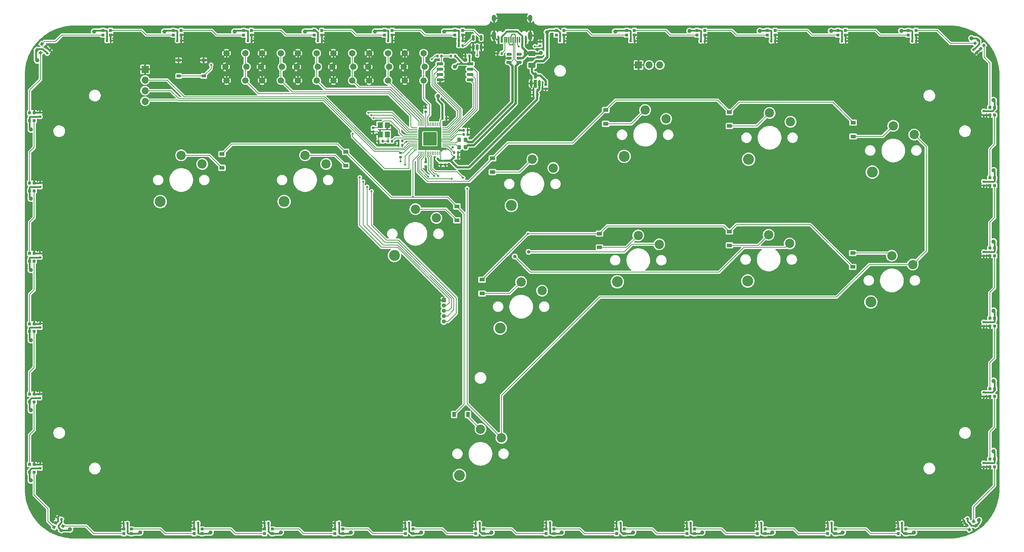
<source format=gtl>
%TF.GenerationSoftware,KiCad,Pcbnew,(6.0.6)*%
%TF.CreationDate,2023-02-26T23:17:29-05:00*%
%TF.ProjectId,fightstick_v2,66696768-7473-4746-9963-6b5f76322e6b,rev?*%
%TF.SameCoordinates,Original*%
%TF.FileFunction,Copper,L1,Top*%
%TF.FilePolarity,Positive*%
%FSLAX46Y46*%
G04 Gerber Fmt 4.6, Leading zero omitted, Abs format (unit mm)*
G04 Created by KiCad (PCBNEW (6.0.6)) date 2023-02-26 23:17:29*
%MOMM*%
%LPD*%
G01*
G04 APERTURE LIST*
G04 Aperture macros list*
%AMRoundRect*
0 Rectangle with rounded corners*
0 $1 Rounding radius*
0 $2 $3 $4 $5 $6 $7 $8 $9 X,Y pos of 4 corners*
0 Add a 4 corners polygon primitive as box body*
4,1,4,$2,$3,$4,$5,$6,$7,$8,$9,$2,$3,0*
0 Add four circle primitives for the rounded corners*
1,1,$1+$1,$2,$3*
1,1,$1+$1,$4,$5*
1,1,$1+$1,$6,$7*
1,1,$1+$1,$8,$9*
0 Add four rect primitives between the rounded corners*
20,1,$1+$1,$2,$3,$4,$5,0*
20,1,$1+$1,$4,$5,$6,$7,0*
20,1,$1+$1,$6,$7,$8,$9,0*
20,1,$1+$1,$8,$9,$2,$3,0*%
%AMRotRect*
0 Rectangle, with rotation*
0 The origin of the aperture is its center*
0 $1 length*
0 $2 width*
0 $3 Rotation angle, in degrees counterclockwise*
0 Add horizontal line*
21,1,$1,$2,0,0,$3*%
G04 Aperture macros list end*
%TA.AperFunction,SMDPad,CuDef*%
%ADD10R,1.000000X0.750000*%
%TD*%
%TA.AperFunction,SMDPad,CuDef*%
%ADD11R,1.200000X0.900000*%
%TD*%
%TA.AperFunction,ComponentPad*%
%ADD12R,1.700000X1.700000*%
%TD*%
%TA.AperFunction,ComponentPad*%
%ADD13O,1.700000X1.700000*%
%TD*%
%TA.AperFunction,SMDPad,CuDef*%
%ADD14RoundRect,0.140000X0.044010X-0.215785X0.220220X0.001816X-0.044010X0.215785X-0.220220X-0.001816X0*%
%TD*%
%TA.AperFunction,SMDPad,CuDef*%
%ADD15RoundRect,0.140000X0.140000X0.170000X-0.140000X0.170000X-0.140000X-0.170000X0.140000X-0.170000X0*%
%TD*%
%TA.AperFunction,SMDPad,CuDef*%
%ADD16R,0.700000X0.700000*%
%TD*%
%TA.AperFunction,SMDPad,CuDef*%
%ADD17RoundRect,0.140000X-0.170000X0.140000X-0.170000X-0.140000X0.170000X-0.140000X0.170000X0.140000X0*%
%TD*%
%TA.AperFunction,SMDPad,CuDef*%
%ADD18RoundRect,0.140000X-0.140000X-0.170000X0.140000X-0.170000X0.140000X0.170000X-0.140000X0.170000X0*%
%TD*%
%TA.AperFunction,SMDPad,CuDef*%
%ADD19RoundRect,0.140000X0.170000X-0.140000X0.170000X0.140000X-0.170000X0.140000X-0.170000X-0.140000X0*%
%TD*%
%TA.AperFunction,ComponentPad*%
%ADD20C,1.508000*%
%TD*%
%TA.AperFunction,SMDPad,CuDef*%
%ADD21RoundRect,0.225000X0.225000X0.250000X-0.225000X0.250000X-0.225000X-0.250000X0.225000X-0.250000X0*%
%TD*%
%TA.AperFunction,SMDPad,CuDef*%
%ADD22RoundRect,0.150000X-0.650000X-0.150000X0.650000X-0.150000X0.650000X0.150000X-0.650000X0.150000X0*%
%TD*%
%TA.AperFunction,SMDPad,CuDef*%
%ADD23R,0.900000X1.200000*%
%TD*%
%TA.AperFunction,ComponentPad*%
%ADD24C,2.600000*%
%TD*%
%TA.AperFunction,ComponentPad*%
%ADD25C,2.200000*%
%TD*%
%TA.AperFunction,SMDPad,CuDef*%
%ADD26RotRect,0.700000X0.700000X210.000000*%
%TD*%
%TA.AperFunction,SMDPad,CuDef*%
%ADD27RotRect,0.700000X0.700000X30.000000*%
%TD*%
%TA.AperFunction,SMDPad,CuDef*%
%ADD28RoundRect,0.050000X-0.050000X0.387500X-0.050000X-0.387500X0.050000X-0.387500X0.050000X0.387500X0*%
%TD*%
%TA.AperFunction,SMDPad,CuDef*%
%ADD29RoundRect,0.050000X-0.387500X0.050000X-0.387500X-0.050000X0.387500X-0.050000X0.387500X0.050000X0*%
%TD*%
%TA.AperFunction,ComponentPad*%
%ADD30C,0.600000*%
%TD*%
%TA.AperFunction,SMDPad,CuDef*%
%ADD31RoundRect,0.144000X-1.456000X1.456000X-1.456000X-1.456000X1.456000X-1.456000X1.456000X1.456000X0*%
%TD*%
%TA.AperFunction,SMDPad,CuDef*%
%ADD32RotRect,0.700000X0.700000X316.000000*%
%TD*%
%TA.AperFunction,SMDPad,CuDef*%
%ADD33RotRect,0.700000X0.700000X136.000000*%
%TD*%
%TA.AperFunction,SMDPad,CuDef*%
%ADD34RoundRect,0.150000X-0.475000X-0.150000X0.475000X-0.150000X0.475000X0.150000X-0.475000X0.150000X0*%
%TD*%
%TA.AperFunction,SMDPad,CuDef*%
%ADD35RoundRect,0.140000X0.036244X0.217224X-0.206244X0.077224X-0.036244X-0.217224X0.206244X-0.077224X0*%
%TD*%
%TA.AperFunction,SMDPad,CuDef*%
%ADD36RoundRect,0.150000X0.150000X-0.587500X0.150000X0.587500X-0.150000X0.587500X-0.150000X-0.587500X0*%
%TD*%
%TA.AperFunction,SMDPad,CuDef*%
%ADD37RotRect,0.700000X0.700000X51.000000*%
%TD*%
%TA.AperFunction,SMDPad,CuDef*%
%ADD38RotRect,0.700000X0.700000X231.000000*%
%TD*%
%TA.AperFunction,SMDPad,CuDef*%
%ADD39RoundRect,0.140000X0.195295X0.101783X-0.062446X0.211188X-0.195295X-0.101783X0.062446X-0.211188X0*%
%TD*%
%TA.AperFunction,SMDPad,CuDef*%
%ADD40RoundRect,0.150000X0.150000X-0.512500X0.150000X0.512500X-0.150000X0.512500X-0.150000X-0.512500X0*%
%TD*%
%TA.AperFunction,SMDPad,CuDef*%
%ADD41RotRect,0.700000X0.700000X157.000000*%
%TD*%
%TA.AperFunction,SMDPad,CuDef*%
%ADD42RotRect,0.700000X0.700000X337.000000*%
%TD*%
%TA.AperFunction,ComponentPad*%
%ADD43R,1.000000X1.000000*%
%TD*%
%TA.AperFunction,ComponentPad*%
%ADD44O,1.000000X1.000000*%
%TD*%
%TA.AperFunction,SMDPad,CuDef*%
%ADD45RoundRect,0.250000X-0.625000X0.375000X-0.625000X-0.375000X0.625000X-0.375000X0.625000X0.375000X0*%
%TD*%
%TA.AperFunction,SMDPad,CuDef*%
%ADD46RoundRect,0.140000X-0.218799X-0.025036X-0.017384X-0.219540X0.218799X0.025036X0.017384X0.219540X0*%
%TD*%
%TA.AperFunction,SMDPad,CuDef*%
%ADD47R,0.600000X1.450000*%
%TD*%
%TA.AperFunction,SMDPad,CuDef*%
%ADD48R,0.300000X1.450000*%
%TD*%
%TA.AperFunction,ComponentPad*%
%ADD49O,1.000000X1.600000*%
%TD*%
%TA.AperFunction,ComponentPad*%
%ADD50O,1.000000X2.100000*%
%TD*%
%TA.AperFunction,SMDPad,CuDef*%
%ADD51R,1.200000X1.400000*%
%TD*%
%TA.AperFunction,ViaPad*%
%ADD52C,1.000000*%
%TD*%
%TA.AperFunction,ViaPad*%
%ADD53C,0.500000*%
%TD*%
%TA.AperFunction,ViaPad*%
%ADD54C,0.800000*%
%TD*%
%TA.AperFunction,ViaPad*%
%ADD55C,0.600000*%
%TD*%
%TA.AperFunction,Conductor*%
%ADD56C,0.500000*%
%TD*%
%TA.AperFunction,Conductor*%
%ADD57C,0.200000*%
%TD*%
%TA.AperFunction,Conductor*%
%ADD58C,0.400000*%
%TD*%
%TA.AperFunction,Conductor*%
%ADD59C,0.600000*%
%TD*%
%TA.AperFunction,Conductor*%
%ADD60C,0.250000*%
%TD*%
G04 APERTURE END LIST*
D10*
%TO.P,S1,A*%
%TO.N,GND*%
X83150000Y-32475000D03*
%TO.P,S1,B*%
X89150000Y-32475000D03*
%TO.P,S1,C*%
%TO.N,/~{USB_BOOT}*%
X83150000Y-36225000D03*
%TO.P,S1,D*%
X89150000Y-36225000D03*
%TD*%
D11*
%TO.P,D2,1,K*%
%TO.N,ROW0*%
X123000000Y-54350000D03*
%TO.P,D2,2,A*%
%TO.N,Net-(D2-Pad2)*%
X123000000Y-57650000D03*
%TD*%
D12*
%TO.P,J2,1,Pin_1*%
%TO.N,GND*%
X75150000Y-34650000D03*
D13*
%TO.P,J2,2,Pin_2*%
%TO.N,/SWCLK*%
X75150000Y-37190000D03*
%TO.P,J2,3,Pin_3*%
%TO.N,/SWD*%
X75150000Y-39730000D03*
%TO.P,J2,4,Pin_4*%
%TO.N,RESET*%
X75150000Y-42270000D03*
%TD*%
D14*
%TO.P,C24,1*%
%TO.N,+5V*%
X51797926Y-30823030D03*
%TO.P,C24,2*%
%TO.N,GND*%
X52402074Y-30076970D03*
%TD*%
D15*
%TO.P,C40,1*%
%TO.N,+5V*%
X205280000Y-142950000D03*
%TO.P,C40,2*%
%TO.N,GND*%
X204320000Y-142950000D03*
%TD*%
D16*
%TO.P,D21,1,VDD*%
%TO.N,+5V*%
X115459429Y-25350000D03*
%TO.P,D21,2,DOUT*%
%TO.N,Net-(D21-Pad2)*%
X115459429Y-26450000D03*
%TO.P,D21,3,VSS*%
%TO.N,GND*%
X117289429Y-26450000D03*
%TO.P,D21,4,DIN*%
%TO.N,Net-(D17-Pad2)*%
X117289429Y-25350000D03*
%TD*%
D11*
%TO.P,D9,1,K*%
%TO.N,ROW2*%
X155500000Y-84850000D03*
%TO.P,D9,2,A*%
%TO.N,Net-(D9-Pad2)*%
X155500000Y-88150000D03*
%TD*%
D17*
%TO.P,C16,1*%
%TO.N,+3V3*%
X145700000Y-56420000D03*
%TO.P,C16,2*%
%TO.N,GND*%
X145700000Y-57380000D03*
%TD*%
D16*
%TO.P,D23,1,VDD*%
%TO.N,+5V*%
X206205072Y-145450000D03*
%TO.P,D23,2,DOUT*%
%TO.N,Net-(D23-Pad2)*%
X206205072Y-144350000D03*
%TO.P,D23,3,VSS*%
%TO.N,GND*%
X204375072Y-144350000D03*
%TO.P,D23,4,DIN*%
%TO.N,Net-(D19-Pad2)*%
X204375072Y-145450000D03*
%TD*%
%TO.P,D22,1,VDD*%
%TO.N,+5V*%
X47628419Y-130772822D03*
%TO.P,D22,2,DOUT*%
%TO.N,Net-(D22-Pad2)*%
X48728419Y-130772822D03*
%TO.P,D22,3,VSS*%
%TO.N,GND*%
X48728419Y-128942822D03*
%TO.P,D22,4,DIN*%
%TO.N,Net-(D18-Pad2)*%
X47628419Y-128942822D03*
%TD*%
%TO.P,D17,1,VDD*%
%TO.N,+5V*%
X132245608Y-25350000D03*
%TO.P,D17,2,DOUT*%
%TO.N,Net-(D17-Pad2)*%
X132245608Y-26450000D03*
%TO.P,D17,3,VSS*%
%TO.N,GND*%
X134075608Y-26450000D03*
%TO.P,D17,4,DIN*%
%TO.N,Net-(D13-Pad2)*%
X134075608Y-25350000D03*
%TD*%
D18*
%TO.P,C22,1*%
%TO.N,+5V*%
X82820000Y-27800000D03*
%TO.P,C22,2*%
%TO.N,GND*%
X83780000Y-27800000D03*
%TD*%
D19*
%TO.P,C13,1*%
%TO.N,+3V3*%
X142062502Y-44780000D03*
%TO.P,C13,2*%
%TO.N,GND*%
X142062502Y-43820000D03*
%TD*%
D15*
%TO.P,C3,1*%
%TO.N,Net-(C3-Pad1)*%
X131792501Y-51799999D03*
%TO.P,C3,2*%
%TO.N,GND*%
X130832501Y-51799999D03*
%TD*%
D11*
%TO.P,D12,1,K*%
%TO.N,ROW2*%
X243900000Y-81800000D03*
%TO.P,D12,2,A*%
%TO.N,Net-(D12-Pad2)*%
X243900000Y-78500000D03*
%TD*%
D15*
%TO.P,C39,1*%
%TO.N,+5V*%
X188530000Y-142950000D03*
%TO.P,C39,2*%
%TO.N,GND*%
X187570000Y-142950000D03*
%TD*%
D16*
%TO.P,D29,1,VDD*%
%TO.N,+5V*%
X81887070Y-25350000D03*
%TO.P,D29,2,DOUT*%
%TO.N,Net-(D29-Pad2)*%
X81887070Y-26450000D03*
%TO.P,D29,3,VSS*%
%TO.N,GND*%
X83717070Y-26450000D03*
%TO.P,D29,4,DIN*%
%TO.N,Net-(D25-Pad2)*%
X83717070Y-25350000D03*
%TD*%
D20*
%TO.P,SW17,1,1*%
%TO.N,SP5*%
X133075632Y-37301730D03*
X133325632Y-34051730D03*
X133075632Y-30801730D03*
%TO.P,SW17,2,2*%
%TO.N,GND*%
X128575632Y-37301730D03*
X128575632Y-30801730D03*
X128325632Y-34051730D03*
%TD*%
D16*
%TO.P,D24,1,VDD*%
%TO.N,+5V*%
X277728419Y-43719515D03*
%TO.P,D24,2,DOUT*%
%TO.N,Net-(D24-Pad2)*%
X276628419Y-43719515D03*
%TO.P,D24,3,VSS*%
%TO.N,GND*%
X276628419Y-45549515D03*
%TO.P,D24,4,DIN*%
%TO.N,Net-(D20-Pad2)*%
X277728419Y-45549515D03*
%TD*%
%TO.P,D18,1,VDD*%
%TO.N,+5V*%
X47628419Y-113986642D03*
%TO.P,D18,2,DOUT*%
%TO.N,Net-(D18-Pad2)*%
X48728419Y-113986642D03*
%TO.P,D18,3,VSS*%
%TO.N,GND*%
X48728419Y-112156642D03*
%TO.P,D18,4,DIN*%
%TO.N,Net-(D14-Pad2)*%
X47628419Y-112156642D03*
%TD*%
D21*
%TO.P,R4,1*%
%TO.N,USB_D-*%
X151587500Y-53200001D03*
%TO.P,R4,2*%
%TO.N,Net-(R4-Pad2)*%
X150037500Y-53200001D03*
%TD*%
D17*
%TO.P,C49,1*%
%TO.N,+5V*%
X275150000Y-61420000D03*
%TO.P,C49,2*%
%TO.N,GND*%
X275150000Y-62380000D03*
%TD*%
%TO.P,C2,1*%
%TO.N,/XIN*%
X129562500Y-48570001D03*
%TO.P,C2,2*%
%TO.N,GND*%
X129562500Y-49530001D03*
%TD*%
D18*
%TO.P,C21,1*%
%TO.N,+5V*%
X99620000Y-27800000D03*
%TO.P,C21,2*%
%TO.N,GND*%
X100580000Y-27800000D03*
%TD*%
D12*
%TO.P,J3,1,Pin_1*%
%TO.N,GND*%
X192820000Y-33600000D03*
D13*
%TO.P,J3,2,Pin_2*%
%TO.N,VBUS*%
X195360000Y-33600000D03*
%TO.P,J3,3,Pin_3*%
%TO.N,+5V*%
X197900000Y-33600000D03*
%TD*%
D18*
%TO.P,C55,1*%
%TO.N,+5V*%
X207670000Y-27900000D03*
%TO.P,C55,2*%
%TO.N,GND*%
X208630000Y-27900000D03*
%TD*%
D15*
%TO.P,C34,1*%
%TO.N,+5V*%
X104580000Y-142950000D03*
%TO.P,C34,2*%
%TO.N,GND*%
X103620000Y-142950000D03*
%TD*%
%TO.P,C38,1*%
%TO.N,+5V*%
X171730000Y-142900000D03*
%TO.P,C38,2*%
%TO.N,GND*%
X170770000Y-142900000D03*
%TD*%
D18*
%TO.P,C52,1*%
%TO.N,+5V*%
X258070000Y-27900000D03*
%TO.P,C52,2*%
%TO.N,GND*%
X259030000Y-27900000D03*
%TD*%
D15*
%TO.P,C32,1*%
%TO.N,+5V*%
X70980000Y-143000000D03*
%TO.P,C32,2*%
%TO.N,GND*%
X70020000Y-143000000D03*
%TD*%
D18*
%TO.P,C8,1*%
%TO.N,+1V1*%
X148820000Y-54500000D03*
%TO.P,C8,2*%
%TO.N,GND*%
X149780000Y-54500000D03*
%TD*%
D16*
%TO.P,D41,1,VDD*%
%TO.N,+5V*%
X47628419Y-46841924D03*
%TO.P,D41,2,DOUT*%
%TO.N,Net-(D41-Pad2)*%
X48728419Y-46841924D03*
%TO.P,D41,3,VSS*%
%TO.N,GND*%
X48728419Y-45011924D03*
%TO.P,D41,4,DIN*%
%TO.N,Net-(D37-Pad2)*%
X47628419Y-45011924D03*
%TD*%
D19*
%TO.P,C26,1*%
%TO.N,+5V*%
X50150000Y-62730000D03*
%TO.P,C26,2*%
%TO.N,GND*%
X50150000Y-61770000D03*
%TD*%
D17*
%TO.P,R6,1*%
%TO.N,GND*%
X169350000Y-28070000D03*
%TO.P,R6,2*%
%TO.N,Net-(J1-PadA5)*%
X169350000Y-29030000D03*
%TD*%
D22*
%TO.P,U2,1,~{CS}*%
%TO.N,/QSPI_SS*%
X145500000Y-33295000D03*
%TO.P,U2,2,DO(IO1)*%
%TO.N,/QSPI_SD1*%
X145500000Y-34565000D03*
%TO.P,U2,3,IO2*%
%TO.N,/QSPI_SD2*%
X145500000Y-35835000D03*
%TO.P,U2,4,GND*%
%TO.N,GND*%
X145500000Y-37105000D03*
%TO.P,U2,5,DI(IO0)*%
%TO.N,/QSPI_SD0*%
X152700000Y-37105000D03*
%TO.P,U2,6,CLK*%
%TO.N,/QSPI_SCLK*%
X152700000Y-35835000D03*
%TO.P,U2,7,IO3*%
%TO.N,/QSPI_SD3*%
X152700000Y-34565000D03*
%TO.P,U2,8,VCC*%
%TO.N,+3V3*%
X152700000Y-33295000D03*
%TD*%
D17*
%TO.P,C50,1*%
%TO.N,+5V*%
X275150000Y-44620000D03*
%TO.P,C50,2*%
%TO.N,GND*%
X275150000Y-45580000D03*
%TD*%
D16*
%TO.P,D51,1,VDD*%
%TO.N,+5V*%
X277728419Y-94078054D03*
%TO.P,D51,2,DOUT*%
%TO.N,Net-(D16-Pad4)*%
X276628419Y-94078054D03*
%TO.P,D51,3,VSS*%
%TO.N,GND*%
X276628419Y-95908054D03*
%TO.P,D51,4,DIN*%
%TO.N,Net-(D47-Pad2)*%
X277728419Y-95908054D03*
%TD*%
%TO.P,D20,1,VDD*%
%TO.N,+5V*%
X277728419Y-60505695D03*
%TO.P,D20,2,DOUT*%
%TO.N,Net-(D20-Pad2)*%
X276628419Y-60505695D03*
%TO.P,D20,3,VSS*%
%TO.N,GND*%
X276628419Y-62335695D03*
%TO.P,D20,4,DIN*%
%TO.N,Net-(D16-Pad2)*%
X277728419Y-62335695D03*
%TD*%
D11*
%TO.P,D3,1,K*%
%TO.N,ROW0*%
X149500000Y-67350000D03*
%TO.P,D3,2,A*%
%TO.N,Net-(D3-Pad2)*%
X149500000Y-70650000D03*
%TD*%
D20*
%TO.P,SW14,1,1*%
%TO.N,SP2*%
X107575632Y-30801730D03*
X107825632Y-34051730D03*
X107575632Y-37301730D03*
%TO.P,SW14,2,2*%
%TO.N,GND*%
X103075632Y-37301730D03*
X102825632Y-34051730D03*
X103075632Y-30801730D03*
%TD*%
D23*
%TO.P,D4,1,K*%
%TO.N,ROW0*%
X148850000Y-117000000D03*
%TO.P,D4,2,A*%
%TO.N,Net-(D4-Pad2)*%
X152150000Y-117000000D03*
%TD*%
D15*
%TO.P,R2,1*%
%TO.N,+3V3*%
X149080000Y-31450000D03*
%TO.P,R2,2*%
%TO.N,/QSPI_SS*%
X148120000Y-31450000D03*
%TD*%
D16*
%TO.P,D45,1,VDD*%
%TO.N,+5V*%
X47628419Y-63628104D03*
%TO.P,D45,2,DOUT*%
%TO.N,Net-(D45-Pad2)*%
X48728419Y-63628104D03*
%TO.P,D45,3,VSS*%
%TO.N,GND*%
X48728419Y-61798104D03*
%TO.P,D45,4,DIN*%
%TO.N,Net-(D41-Pad2)*%
X47628419Y-61798104D03*
%TD*%
D11*
%TO.P,D1,1,K*%
%TO.N,ROW0*%
X93500000Y-54850000D03*
%TO.P,D1,2,A*%
%TO.N,Net-(D1-Pad2)*%
X93500000Y-58150000D03*
%TD*%
D17*
%TO.P,C11,1*%
%TO.N,+3V3*%
X146750000Y-56420000D03*
%TO.P,C11,2*%
%TO.N,GND*%
X146750000Y-57380000D03*
%TD*%
%TO.P,C45,1*%
%TO.N,+5V*%
X275150000Y-128570000D03*
%TO.P,C45,2*%
%TO.N,GND*%
X275150000Y-129530000D03*
%TD*%
D16*
%TO.P,D14,1,VDD*%
%TO.N,+5V*%
X47628419Y-97200463D03*
%TO.P,D14,2,DOUT*%
%TO.N,Net-(D14-Pad2)*%
X48728419Y-97200463D03*
%TO.P,D14,3,VSS*%
%TO.N,GND*%
X48728419Y-95370463D03*
%TO.P,D14,4,DIN*%
%TO.N,Net-(D14-Pad4)*%
X47628419Y-95370463D03*
%TD*%
D18*
%TO.P,C18,1*%
%TO.N,+5V*%
X149920000Y-27850000D03*
%TO.P,C18,2*%
%TO.N,GND*%
X150880000Y-27850000D03*
%TD*%
D11*
%TO.P,D5,1,K*%
%TO.N,ROW1*%
X158000000Y-55850000D03*
%TO.P,D5,2,A*%
%TO.N,Net-(D5-Pad2)*%
X158000000Y-59150000D03*
%TD*%
D16*
%TO.P,D44,1,VDD*%
%TO.N,+5V*%
X206775000Y-25350000D03*
%TO.P,D44,2,DOUT*%
%TO.N,Net-(D44-Pad2)*%
X206775000Y-26450000D03*
%TO.P,D44,3,VSS*%
%TO.N,GND*%
X208605000Y-26450000D03*
%TO.P,D44,4,DIN*%
%TO.N,Net-(D40-Pad2)*%
X208605000Y-25350000D03*
%TD*%
D24*
%TO.P,SW6,*%
%TO.N,*%
X189394878Y-55405526D03*
D25*
%TO.P,SW6,1,1*%
%TO.N,Net-(D6-Pad2)*%
X194394878Y-44355526D03*
%TO.P,SW6,2,2*%
%TO.N,COL1*%
X199394878Y-46455526D03*
%TD*%
D19*
%TO.P,C27,1*%
%TO.N,+5V*%
X50100000Y-79530000D03*
%TO.P,C27,2*%
%TO.N,GND*%
X50100000Y-78570000D03*
%TD*%
D24*
%TO.P,SW8,*%
%TO.N,*%
X248576264Y-59166110D03*
D25*
%TO.P,SW8,1,1*%
%TO.N,Net-(D8-Pad2)*%
X253576264Y-48116110D03*
%TO.P,SW8,2,2*%
%TO.N,COL3*%
X258576264Y-50216110D03*
%TD*%
D16*
%TO.P,D40,1,VDD*%
%TO.N,+5V*%
X223561179Y-25350000D03*
%TO.P,D40,2,DOUT*%
%TO.N,Net-(D40-Pad2)*%
X223561179Y-26450000D03*
%TO.P,D40,3,VSS*%
%TO.N,GND*%
X225391179Y-26450000D03*
%TO.P,D40,4,DIN*%
%TO.N,Net-(D36-Pad2)*%
X225391179Y-25350000D03*
%TD*%
D26*
%TO.P,D39,1,VDD*%
%TO.N,+5V*%
X273263017Y-143548814D03*
%TO.P,D39,2,DOUT*%
%TO.N,Net-(D39-Pad2)*%
X272713017Y-142596186D03*
D27*
%TO.P,D39,3,VSS*%
%TO.N,GND*%
X271128191Y-143511186D03*
%TO.P,D39,4,DIN*%
%TO.N,Net-(D35-Pad2)*%
X271678191Y-144463814D03*
%TD*%
D17*
%TO.P,C1,1*%
%TO.N,+5V*%
X170700000Y-38320000D03*
%TO.P,C1,2*%
%TO.N,GND*%
X170700000Y-39280000D03*
%TD*%
D15*
%TO.P,C7,1*%
%TO.N,+1V1*%
X136517499Y-52800001D03*
%TO.P,C7,2*%
%TO.N,GND*%
X135557499Y-52800001D03*
%TD*%
%TO.P,R5,1*%
%TO.N,/XOUT*%
X134042502Y-51800000D03*
%TO.P,R5,2*%
%TO.N,Net-(C3-Pad1)*%
X133082502Y-51800000D03*
%TD*%
D18*
%TO.P,C19,1*%
%TO.N,+5V*%
X133120000Y-27800000D03*
%TO.P,C19,2*%
%TO.N,GND*%
X134080000Y-27800000D03*
%TD*%
%TO.P,R7,1*%
%TO.N,GND*%
X159220000Y-30850000D03*
%TO.P,R7,2*%
%TO.N,Net-(J1-PadB5)*%
X160180000Y-30850000D03*
%TD*%
D15*
%TO.P,C33,1*%
%TO.N,+5V*%
X87780000Y-142950000D03*
%TO.P,C33,2*%
%TO.N,GND*%
X86820000Y-142950000D03*
%TD*%
D24*
%TO.P,SW7,*%
%TO.N,*%
X219065244Y-56106652D03*
D25*
%TO.P,SW7,1,1*%
%TO.N,Net-(D7-Pad2)*%
X224065244Y-45056652D03*
%TO.P,SW7,2,2*%
%TO.N,COL2*%
X229065244Y-47156652D03*
%TD*%
D15*
%TO.P,C42,1*%
%TO.N,+5V*%
X238880000Y-142950000D03*
%TO.P,C42,2*%
%TO.N,GND*%
X237920000Y-142950000D03*
%TD*%
D16*
%TO.P,D19,1,VDD*%
%TO.N,+5V*%
X189418893Y-145450000D03*
%TO.P,D19,2,DOUT*%
%TO.N,Net-(D19-Pad2)*%
X189418893Y-144350000D03*
%TO.P,D19,3,VSS*%
%TO.N,GND*%
X187588893Y-144350000D03*
%TO.P,D19,4,DIN*%
%TO.N,Net-(D15-Pad2)*%
X187588893Y-145450000D03*
%TD*%
%TO.P,D15,1,VDD*%
%TO.N,+5V*%
X172632713Y-145450000D03*
%TO.P,D15,2,DOUT*%
%TO.N,Net-(D15-Pad2)*%
X172632713Y-144350000D03*
%TO.P,D15,3,VSS*%
%TO.N,GND*%
X170802713Y-144350000D03*
%TO.P,D15,4,DIN*%
%TO.N,Net-(D15-Pad4)*%
X170802713Y-145450000D03*
%TD*%
D18*
%TO.P,C57,1*%
%TO.N,+5V*%
X174120000Y-27850000D03*
%TO.P,C57,2*%
%TO.N,GND*%
X175080000Y-27850000D03*
%TD*%
D28*
%TO.P,U3,1,IOVDD*%
%TO.N,+3V3*%
X145662500Y-47762501D03*
%TO.P,U3,2,GPIO0*%
%TO.N,/GPIO0*%
X145262500Y-47762501D03*
%TO.P,U3,3,GPIO1*%
%TO.N,/GPIO1*%
X144862500Y-47762501D03*
%TO.P,U3,4,GPIO2*%
%TO.N,/GPIO2*%
X144462500Y-47762501D03*
%TO.P,U3,5,GPIO3*%
%TO.N,/GPIO3*%
X144062500Y-47762501D03*
%TO.P,U3,6,GPIO4*%
%TO.N,/GPIO4*%
X143662500Y-47762501D03*
%TO.P,U3,7,GPIO5*%
%TO.N,/GPIO5*%
X143262500Y-47762501D03*
%TO.P,U3,8,GPIO6*%
%TO.N,/GPIO6*%
X142862500Y-47762501D03*
%TO.P,U3,9,GPIO7*%
%TO.N,SP6*%
X142462500Y-47762501D03*
%TO.P,U3,10,IOVDD*%
%TO.N,+3V3*%
X142062500Y-47762501D03*
%TO.P,U3,11,GPIO8*%
%TO.N,SP5*%
X141662500Y-47762501D03*
%TO.P,U3,12,GPIO9*%
%TO.N,SP4*%
X141262500Y-47762501D03*
%TO.P,U3,13,GPIO10*%
%TO.N,SP3*%
X140862500Y-47762501D03*
%TO.P,U3,14,GPIO11*%
%TO.N,SP2*%
X140462500Y-47762501D03*
D29*
%TO.P,U3,15,GPIO12*%
%TO.N,SP1*%
X139625000Y-48600001D03*
%TO.P,U3,16,GPIO13*%
%TO.N,JOY1*%
X139625000Y-49000001D03*
%TO.P,U3,17,GPIO14*%
%TO.N,JOY2*%
X139625000Y-49400001D03*
%TO.P,U3,18,GPIO15*%
%TO.N,JOY3*%
X139625000Y-49800001D03*
%TO.P,U3,19,TESTEN*%
%TO.N,GND*%
X139625000Y-50200001D03*
%TO.P,U3,20,XIN*%
%TO.N,/XIN*%
X139625000Y-50600001D03*
%TO.P,U3,21,XOUT*%
%TO.N,/XOUT*%
X139625000Y-51000001D03*
%TO.P,U3,22,IOVDD*%
%TO.N,+3V3*%
X139625000Y-51400001D03*
%TO.P,U3,23,DVDD*%
%TO.N,+1V1*%
X139625000Y-51800001D03*
%TO.P,U3,24,SWCLK*%
%TO.N,/SWCLK*%
X139625000Y-52200001D03*
%TO.P,U3,25,SWD*%
%TO.N,/SWD*%
X139625000Y-52600001D03*
%TO.P,U3,26,RUN*%
%TO.N,RESET*%
X139625000Y-53000001D03*
%TO.P,U3,27,GPIO16*%
%TO.N,JOY4*%
X139625000Y-53400001D03*
%TO.P,U3,28,GPIO17*%
%TO.N,D_ARGB_3V3*%
X139625000Y-53800001D03*
D28*
%TO.P,U3,29,GPIO18*%
%TO.N,ROW0*%
X140462500Y-54637501D03*
%TO.P,U3,30,GPIO19*%
%TO.N,ROW1*%
X140862500Y-54637501D03*
%TO.P,U3,31,GPIO20*%
%TO.N,ROW2*%
X141262500Y-54637501D03*
%TO.P,U3,32,GPIO21*%
%TO.N,COL0*%
X141662500Y-54637501D03*
%TO.P,U3,33,IOVDD*%
%TO.N,+3V3*%
X142062500Y-54637501D03*
%TO.P,U3,34,GPIO22*%
%TO.N,COL1*%
X142462500Y-54637501D03*
%TO.P,U3,35,GPIO23*%
%TO.N,COL2*%
X142862500Y-54637501D03*
%TO.P,U3,36,GPIO24*%
%TO.N,COL3*%
X143262500Y-54637501D03*
%TO.P,U3,37,GPIO25*%
%TO.N,/GPIO25*%
X143662500Y-54637501D03*
%TO.P,U3,38,GPIO26_ADC0*%
%TO.N,/GPIO26_ADC0*%
X144062500Y-54637501D03*
%TO.P,U3,39,GPIO27_ADC1*%
%TO.N,/GPIO27_ADC1*%
X144462500Y-54637501D03*
%TO.P,U3,40,GPIO28_ADC2*%
%TO.N,/GPIO28_ADC2*%
X144862500Y-54637501D03*
%TO.P,U3,41,GPIO29_ADC3*%
%TO.N,/GPIO29_ADC3*%
X145262500Y-54637501D03*
%TO.P,U3,42,IOVDD*%
%TO.N,+3V3*%
X145662500Y-54637501D03*
D29*
%TO.P,U3,43,ADC_AVDD*%
X146500000Y-53800001D03*
%TO.P,U3,44,VREG_IN*%
X146500000Y-53400001D03*
%TO.P,U3,45,VREG_VOUT*%
%TO.N,+1V1*%
X146500000Y-53000001D03*
%TO.P,U3,46,USB_DM*%
%TO.N,Net-(R4-Pad2)*%
X146500000Y-52600001D03*
%TO.P,U3,47,USB_DP*%
%TO.N,Net-(R3-Pad2)*%
X146500000Y-52200001D03*
%TO.P,U3,48,USB_VDD*%
%TO.N,+3V3*%
X146500000Y-51800001D03*
%TO.P,U3,49,IOVDD*%
X146500000Y-51400001D03*
%TO.P,U3,50,DVDD*%
%TO.N,+1V1*%
X146500000Y-51000001D03*
%TO.P,U3,51,QSPI_SD3*%
%TO.N,/QSPI_SD3*%
X146500000Y-50600001D03*
%TO.P,U3,52,QSPI_SCLK*%
%TO.N,/QSPI_SCLK*%
X146500000Y-50200001D03*
%TO.P,U3,53,QSPI_SD0*%
%TO.N,/QSPI_SD0*%
X146500000Y-49800001D03*
%TO.P,U3,54,QSPI_SD2*%
%TO.N,/QSPI_SD2*%
X146500000Y-49400001D03*
%TO.P,U3,55,QSPI_SD1*%
%TO.N,/QSPI_SD1*%
X146500000Y-49000001D03*
%TO.P,U3,56,QSPI_SS*%
%TO.N,/QSPI_SS*%
X146500000Y-48600001D03*
D30*
%TO.P,U3,57,GND*%
%TO.N,GND*%
X144337500Y-52475001D03*
X141787500Y-52475001D03*
D31*
X143062500Y-51200001D03*
D30*
X144337500Y-51200001D03*
X143062500Y-51200001D03*
X141787500Y-49925001D03*
X141787500Y-51200001D03*
X143062500Y-52475001D03*
X143062500Y-49925001D03*
X144337500Y-49925001D03*
%TD*%
D24*
%TO.P,SW1,*%
%TO.N,*%
X78780574Y-66201730D03*
D25*
%TO.P,SW1,1,1*%
%TO.N,Net-(D1-Pad2)*%
X83780574Y-55151730D03*
%TO.P,SW1,2,2*%
%TO.N,COL0*%
X88780574Y-57251730D03*
%TD*%
D24*
%TO.P,SW11,*%
%TO.N,*%
X218858182Y-85167936D03*
D25*
%TO.P,SW11,1,1*%
%TO.N,Net-(D11-Pad2)*%
X223858182Y-74117936D03*
%TO.P,SW11,2,2*%
%TO.N,COL2*%
X228858182Y-76217936D03*
%TD*%
D15*
%TO.P,C58,1*%
%TO.N,Net-(C58-Pad1)*%
X150880000Y-29000000D03*
%TO.P,C58,2*%
%TO.N,+5V*%
X149920000Y-29000000D03*
%TD*%
D20*
%TO.P,SW15,1,1*%
%TO.N,SP3*%
X116075632Y-30801730D03*
X116325632Y-34051730D03*
X116075632Y-37301730D03*
%TO.P,SW15,2,2*%
%TO.N,GND*%
X111325632Y-34051730D03*
X111575632Y-37301730D03*
X111575632Y-30801730D03*
%TD*%
D32*
%TO.P,D28,1,VDD*%
%TO.N,+5V*%
X273823866Y-27658751D03*
%TO.P,D28,2,DOUT*%
%TO.N,Net-(D28-Pad2)*%
X273059742Y-28450024D03*
D33*
%TO.P,D28,3,VSS*%
%TO.N,GND*%
X274376134Y-29721249D03*
%TO.P,D28,4,DIN*%
%TO.N,Net-(D24-Pad2)*%
X275140258Y-28929976D03*
%TD*%
D18*
%TO.P,C53,1*%
%TO.N,+5V*%
X241270000Y-27900000D03*
%TO.P,C53,2*%
%TO.N,GND*%
X242230000Y-27900000D03*
%TD*%
D16*
%TO.P,D52,1,VDD*%
%TO.N,+5V*%
X173202641Y-25350000D03*
%TO.P,D52,2,DOUT*%
%TO.N,unconnected-(D52-Pad2)*%
X173202641Y-26450000D03*
%TO.P,D52,3,VSS*%
%TO.N,GND*%
X175032641Y-26450000D03*
%TO.P,D52,4,DIN*%
%TO.N,Net-(D48-Pad2)*%
X175032641Y-25350000D03*
%TD*%
D34*
%TO.P,U4,1,IO1*%
%TO.N,unconnected-(U4-Pad1)*%
X161995000Y-31070000D03*
%TO.P,U4,2,VN*%
%TO.N,GND*%
X161995000Y-32020000D03*
%TO.P,U4,3,IO2*%
%TO.N,USB_D+*%
X161920000Y-32970000D03*
%TO.P,U4,4,IO3*%
%TO.N,USB_D-*%
X164345000Y-32970000D03*
%TO.P,U4,5,VP*%
%TO.N,VBUS*%
X164345000Y-32020000D03*
%TO.P,U4,6,IO4*%
%TO.N,unconnected-(U4-Pad6)*%
X164345000Y-31070000D03*
%TD*%
D20*
%TO.P,SW16,1,1*%
%TO.N,SP4*%
X124575632Y-30801730D03*
X124575632Y-37301730D03*
X124825632Y-34051730D03*
%TO.P,SW16,2,2*%
%TO.N,GND*%
X120075632Y-30801730D03*
X120075632Y-37301730D03*
X119825632Y-34051730D03*
%TD*%
D16*
%TO.P,D46,1,VDD*%
%TO.N,+5V*%
X139060354Y-145450000D03*
%TO.P,D46,2,DOUT*%
%TO.N,Net-(D46-Pad2)*%
X139060354Y-144350000D03*
%TO.P,D46,3,VSS*%
%TO.N,GND*%
X137230354Y-144350000D03*
%TO.P,D46,4,DIN*%
%TO.N,Net-(D42-Pad2)*%
X137230354Y-145450000D03*
%TD*%
%TO.P,D36,1,VDD*%
%TO.N,+5V*%
X240347359Y-25350000D03*
%TO.P,D36,2,DOUT*%
%TO.N,Net-(D36-Pad2)*%
X240347359Y-26450000D03*
%TO.P,D36,3,VSS*%
%TO.N,GND*%
X242177359Y-26450000D03*
%TO.P,D36,4,DIN*%
%TO.N,Net-(D32-Pad2)*%
X242177359Y-25350000D03*
%TD*%
D20*
%TO.P,SW19,1,1*%
%TO.N,SP6*%
X141575632Y-30801730D03*
X141575632Y-37301730D03*
X141825632Y-34051730D03*
%TO.P,SW19,2,2*%
%TO.N,GND*%
X136825632Y-34051730D03*
X137075632Y-30801730D03*
X137075632Y-37301730D03*
%TD*%
D24*
%TO.P,SW2,*%
%TO.N,*%
X108326119Y-66201730D03*
D25*
%TO.P,SW2,1,1*%
%TO.N,Net-(D2-Pad2)*%
X113326119Y-55151730D03*
%TO.P,SW2,2,2*%
%TO.N,COL1*%
X118326119Y-57251730D03*
%TD*%
D15*
%TO.P,C17,1*%
%TO.N,+3V3*%
X168730000Y-40700000D03*
%TO.P,C17,2*%
%TO.N,GND*%
X167770000Y-40700000D03*
%TD*%
D19*
%TO.P,C30,1*%
%TO.N,+5V*%
X50150000Y-129880000D03*
%TO.P,C30,2*%
%TO.N,GND*%
X50150000Y-128920000D03*
%TD*%
D16*
%TO.P,D50,1,VDD*%
%TO.N,+5V*%
X155846534Y-145450000D03*
%TO.P,D50,2,DOUT*%
%TO.N,Net-(D15-Pad4)*%
X155846534Y-144350000D03*
%TO.P,D50,3,VSS*%
%TO.N,GND*%
X154016534Y-144350000D03*
%TO.P,D50,4,DIN*%
%TO.N,Net-(D46-Pad2)*%
X154016534Y-145450000D03*
%TD*%
D15*
%TO.P,C35,1*%
%TO.N,+5V*%
X121380000Y-142950000D03*
%TO.P,C35,2*%
%TO.N,GND*%
X120420000Y-142950000D03*
%TD*%
D16*
%TO.P,D49,1,VDD*%
%TO.N,+5V*%
X47628419Y-80414283D03*
%TO.P,D49,2,DOUT*%
%TO.N,Net-(D14-Pad4)*%
X48728419Y-80414283D03*
%TO.P,D49,3,VSS*%
%TO.N,GND*%
X48728419Y-78584283D03*
%TO.P,D49,4,DIN*%
%TO.N,Net-(D45-Pad2)*%
X47628419Y-78584283D03*
%TD*%
D21*
%TO.P,R3,1*%
%TO.N,USB_D+*%
X151587502Y-51480000D03*
%TO.P,R3,2*%
%TO.N,Net-(R3-Pad2)*%
X150037502Y-51480000D03*
%TD*%
D35*
%TO.P,C44,1*%
%TO.N,+5V*%
X271265692Y-141910000D03*
%TO.P,C44,2*%
%TO.N,GND*%
X270434308Y-142390000D03*
%TD*%
D15*
%TO.P,C37,1*%
%TO.N,+5V*%
X154930000Y-142950000D03*
%TO.P,C37,2*%
%TO.N,GND*%
X153970000Y-142950000D03*
%TD*%
D18*
%TO.P,C14,1*%
%TO.N,+3V3*%
X146070000Y-46350000D03*
%TO.P,C14,2*%
%TO.N,GND*%
X147030000Y-46350000D03*
%TD*%
D11*
%TO.P,D7,1,K*%
%TO.N,ROW1*%
X214500000Y-44850000D03*
%TO.P,D7,2,A*%
%TO.N,Net-(D7-Pad2)*%
X214500000Y-48150000D03*
%TD*%
D36*
%TO.P,U1,1,GND*%
%TO.N,GND*%
X167250000Y-37987500D03*
%TO.P,U1,2,VO*%
%TO.N,+3V3*%
X169150000Y-37987500D03*
%TO.P,U1,3,VI*%
%TO.N,+5V*%
X168200000Y-36112500D03*
%TD*%
D16*
%TO.P,D38,1,VDD*%
%TO.N,+5V*%
X105487995Y-145450000D03*
%TO.P,D38,2,DOUT*%
%TO.N,Net-(D38-Pad2)*%
X105487995Y-144350000D03*
%TO.P,D38,3,VSS*%
%TO.N,GND*%
X103657995Y-144350000D03*
%TO.P,D38,4,DIN*%
%TO.N,Net-(D34-Pad2)*%
X103657995Y-145450000D03*
%TD*%
D18*
%TO.P,C6,1*%
%TO.N,+1V1*%
X151120000Y-49150000D03*
%TO.P,C6,2*%
%TO.N,GND*%
X152080000Y-49150000D03*
%TD*%
D37*
%TO.P,D37,1,VDD*%
%TO.N,+5V*%
X49376742Y-30004962D03*
%TO.P,D37,2,DOUT*%
%TO.N,Net-(D37-Pad2)*%
X50231602Y-30697215D03*
D38*
%TO.P,D37,3,VSS*%
%TO.N,GND*%
X51383258Y-29275038D03*
%TO.P,D37,4,DIN*%
%TO.N,Net-(D33-Pad2)*%
X50528398Y-28582785D03*
%TD*%
D15*
%TO.P,C43,1*%
%TO.N,+5V*%
X255630000Y-142950000D03*
%TO.P,C43,2*%
%TO.N,GND*%
X254670000Y-142950000D03*
%TD*%
D18*
%TO.P,C23,1*%
%TO.N,+5V*%
X66020000Y-27800000D03*
%TO.P,C23,2*%
%TO.N,GND*%
X66980000Y-27800000D03*
%TD*%
D15*
%TO.P,R1,1*%
%TO.N,/QSPI_SS*%
X145830000Y-31450000D03*
%TO.P,R1,2*%
%TO.N,/~{USB_BOOT}*%
X144870000Y-31450000D03*
%TD*%
D16*
%TO.P,D33,1,VDD*%
%TO.N,+5V*%
X65100890Y-25350000D03*
%TO.P,D33,2,DOUT*%
%TO.N,Net-(D33-Pad2)*%
X65100890Y-26450000D03*
%TO.P,D33,3,VSS*%
%TO.N,GND*%
X66930890Y-26450000D03*
%TO.P,D33,4,DIN*%
%TO.N,Net-(D29-Pad2)*%
X66930890Y-25350000D03*
%TD*%
D18*
%TO.P,C54,1*%
%TO.N,+5V*%
X224470000Y-27900000D03*
%TO.P,C54,2*%
%TO.N,GND*%
X225430000Y-27900000D03*
%TD*%
D39*
%TO.P,C31,1*%
%TO.N,+5V*%
X55241842Y-142037551D03*
%TO.P,C31,2*%
%TO.N,GND*%
X54358158Y-141662449D03*
%TD*%
D16*
%TO.P,D43,1,VDD*%
%TO.N,+5V*%
X277728419Y-127650413D03*
%TO.P,D43,2,DOUT*%
%TO.N,Net-(D43-Pad2)*%
X276628419Y-127650413D03*
%TO.P,D43,3,VSS*%
%TO.N,GND*%
X276628419Y-129480413D03*
%TO.P,D43,4,DIN*%
%TO.N,Net-(D39-Pad2)*%
X277728419Y-129480413D03*
%TD*%
%TO.P,D30,1,VDD*%
%TO.N,+5V*%
X71915636Y-145450000D03*
%TO.P,D30,2,DOUT*%
%TO.N,Net-(D30-Pad2)*%
X71915636Y-144350000D03*
%TO.P,D30,3,VSS*%
%TO.N,GND*%
X70085636Y-144350000D03*
%TO.P,D30,4,DIN*%
%TO.N,Net-(D26-Pad2)*%
X70085636Y-145450000D03*
%TD*%
%TO.P,D16,1,VDD*%
%TO.N,+5V*%
X277728419Y-77291874D03*
%TO.P,D16,2,DOUT*%
%TO.N,Net-(D16-Pad2)*%
X276628419Y-77291874D03*
%TO.P,D16,3,VSS*%
%TO.N,GND*%
X276628419Y-79121874D03*
%TO.P,D16,4,DIN*%
%TO.N,Net-(D16-Pad4)*%
X277728419Y-79121874D03*
%TD*%
D18*
%TO.P,C10,1*%
%TO.N,+3V3*%
X148820000Y-55600000D03*
%TO.P,C10,2*%
%TO.N,GND*%
X149780000Y-55600000D03*
%TD*%
D20*
%TO.P,SW13,1,1*%
%TO.N,SP1*%
X99075632Y-30801730D03*
X99075632Y-37301730D03*
X99325632Y-34051730D03*
%TO.P,SW13,2,2*%
%TO.N,GND*%
X94325632Y-34051730D03*
X94575632Y-37301730D03*
X94575632Y-30801730D03*
%TD*%
D18*
%TO.P,C56,1*%
%TO.N,+5V*%
X190920000Y-27850000D03*
%TO.P,C56,2*%
%TO.N,GND*%
X191880000Y-27850000D03*
%TD*%
D24*
%TO.P,SW9,*%
%TO.N,*%
X159832634Y-96424959D03*
D25*
%TO.P,SW9,1,1*%
%TO.N,Net-(D9-Pad2)*%
X164832634Y-85374959D03*
%TO.P,SW9,2,2*%
%TO.N,COL0*%
X169832634Y-87474959D03*
%TD*%
D40*
%TO.P,U5,1*%
%TO.N,GND*%
X153400000Y-29387500D03*
%TO.P,U5,2*%
%TO.N,D_ARGB_3V3*%
X154350000Y-29387500D03*
%TO.P,U5,3,GND*%
%TO.N,GND*%
X155300000Y-29387500D03*
%TO.P,U5,4*%
%TO.N,D_ARGB_5V*%
X155300000Y-27112500D03*
%TO.P,U5,5*%
%TO.N,Net-(C58-Pad1)*%
X153400000Y-27112500D03*
%TD*%
D41*
%TO.P,D26,1,VDD*%
%TO.N,+5V*%
X55127360Y-144643797D03*
%TO.P,D26,2,DOUT*%
%TO.N,Net-(D26-Pad2)*%
X55557164Y-143631241D03*
D42*
%TO.P,D26,3,VSS*%
%TO.N,GND*%
X53872640Y-142916203D03*
%TO.P,D26,4,DIN*%
%TO.N,Net-(D22-Pad2)*%
X53442836Y-143928759D03*
%TD*%
D15*
%TO.P,C41,1*%
%TO.N,+5V*%
X222080000Y-142950000D03*
%TO.P,C41,2*%
%TO.N,GND*%
X221120000Y-142950000D03*
%TD*%
D17*
%TO.P,C48,1*%
%TO.N,+5V*%
X275150000Y-78220000D03*
%TO.P,C48,2*%
%TO.N,GND*%
X275150000Y-79180000D03*
%TD*%
D15*
%TO.P,C36,1*%
%TO.N,+5V*%
X138130000Y-142950000D03*
%TO.P,C36,2*%
%TO.N,GND*%
X137170000Y-142950000D03*
%TD*%
D43*
%TO.P,J9,1,Pin_1*%
%TO.N,GND*%
X146400000Y-89750000D03*
D44*
%TO.P,J9,2,Pin_2*%
%TO.N,JOY1*%
X146400000Y-91020000D03*
%TO.P,J9,3,Pin_3*%
%TO.N,JOY2*%
X146400000Y-92290000D03*
%TO.P,J9,4,Pin_4*%
%TO.N,JOY3*%
X146400000Y-93560000D03*
%TO.P,J9,5,Pin_5*%
%TO.N,JOY4*%
X146400000Y-94830000D03*
%TD*%
D16*
%TO.P,D34,1,VDD*%
%TO.N,+5V*%
X88701816Y-145450000D03*
%TO.P,D34,2,DOUT*%
%TO.N,Net-(D34-Pad2)*%
X88701816Y-144350000D03*
%TO.P,D34,3,VSS*%
%TO.N,GND*%
X86871816Y-144350000D03*
%TO.P,D34,4,DIN*%
%TO.N,Net-(D30-Pad2)*%
X86871816Y-145450000D03*
%TD*%
D24*
%TO.P,SW3,*%
%TO.N,*%
X134617318Y-79059890D03*
D25*
%TO.P,SW3,1,1*%
%TO.N,Net-(D3-Pad2)*%
X139617318Y-68009890D03*
%TO.P,SW3,2,2*%
%TO.N,COL2*%
X144617318Y-70109890D03*
%TD*%
D16*
%TO.P,D47,1,VDD*%
%TO.N,+5V*%
X277728419Y-110864233D03*
%TO.P,D47,2,DOUT*%
%TO.N,Net-(D47-Pad2)*%
X276628419Y-110864233D03*
%TO.P,D47,3,VSS*%
%TO.N,GND*%
X276628419Y-112694233D03*
%TO.P,D47,4,DIN*%
%TO.N,Net-(D43-Pad2)*%
X277728419Y-112694233D03*
%TD*%
%TO.P,D13,1,VDD*%
%TO.N,+5V*%
X149031788Y-25350000D03*
%TO.P,D13,2,DOUT*%
%TO.N,Net-(D13-Pad2)*%
X149031788Y-26450000D03*
%TO.P,D13,3,VSS*%
%TO.N,GND*%
X150861788Y-26450000D03*
%TO.P,D13,4,DIN*%
%TO.N,D_ARGB_5V*%
X150861788Y-25350000D03*
%TD*%
D11*
%TO.P,D8,1,K*%
%TO.N,ROW1*%
X244000000Y-47350000D03*
%TO.P,D8,2,A*%
%TO.N,Net-(D8-Pad2)*%
X244000000Y-50650000D03*
%TD*%
D16*
%TO.P,D35,1,VDD*%
%TO.N,+5V*%
X256563611Y-145450000D03*
%TO.P,D35,2,DOUT*%
%TO.N,Net-(D35-Pad2)*%
X256563611Y-144350000D03*
%TO.P,D35,3,VSS*%
%TO.N,GND*%
X254733611Y-144350000D03*
%TO.P,D35,4,DIN*%
%TO.N,Net-(D31-Pad2)*%
X254733611Y-145450000D03*
%TD*%
D45*
%TO.P,TH1,1*%
%TO.N,VBUS*%
X167400000Y-30900000D03*
%TO.P,TH1,2*%
%TO.N,+5V*%
X167400000Y-33700000D03*
%TD*%
D18*
%TO.P,C20,1*%
%TO.N,+5V*%
X116370000Y-27850000D03*
%TO.P,C20,2*%
%TO.N,GND*%
X117330000Y-27850000D03*
%TD*%
D17*
%TO.P,C46,1*%
%TO.N,+5V*%
X275150000Y-111770000D03*
%TO.P,C46,2*%
%TO.N,GND*%
X275150000Y-112730000D03*
%TD*%
D24*
%TO.P,SW5,*%
%TO.N,*%
X162510603Y-67137430D03*
D25*
%TO.P,SW5,1,1*%
%TO.N,Net-(D5-Pad2)*%
X167510603Y-56087430D03*
%TO.P,SW5,2,2*%
%TO.N,COL0*%
X172510603Y-58187430D03*
%TD*%
D24*
%TO.P,SW4,*%
%TO.N,*%
X150137512Y-131550000D03*
D25*
%TO.P,SW4,1,1*%
%TO.N,Net-(D4-Pad2)*%
X155137512Y-120500000D03*
%TO.P,SW4,2,2*%
%TO.N,COL3*%
X160137512Y-122600000D03*
%TD*%
D11*
%TO.P,D10,1,K*%
%TO.N,ROW2*%
X183500000Y-73850000D03*
%TO.P,D10,2,A*%
%TO.N,Net-(D10-Pad2)*%
X183500000Y-77150000D03*
%TD*%
%TO.P,D6,1,K*%
%TO.N,ROW1*%
X185000000Y-44350000D03*
%TO.P,D6,2,A*%
%TO.N,Net-(D6-Pad2)*%
X185000000Y-47650000D03*
%TD*%
D15*
%TO.P,C4,1*%
%TO.N,+3V3*%
X168730000Y-39600000D03*
%TO.P,C4,2*%
%TO.N,GND*%
X167770000Y-39600000D03*
%TD*%
D16*
%TO.P,D42,1,VDD*%
%TO.N,+5V*%
X122274175Y-145450000D03*
%TO.P,D42,2,DOUT*%
%TO.N,Net-(D42-Pad2)*%
X122274175Y-144350000D03*
%TO.P,D42,3,VSS*%
%TO.N,GND*%
X120444175Y-144350000D03*
%TO.P,D42,4,DIN*%
%TO.N,Net-(D38-Pad2)*%
X120444175Y-145450000D03*
%TD*%
D19*
%TO.P,C25,1*%
%TO.N,+5V*%
X50100000Y-45930000D03*
%TO.P,C25,2*%
%TO.N,GND*%
X50100000Y-44970000D03*
%TD*%
D17*
%TO.P,C12,1*%
%TO.N,+3V3*%
X142062501Y-56820000D03*
%TO.P,C12,2*%
%TO.N,GND*%
X142062501Y-57780000D03*
%TD*%
%TO.P,C47,1*%
%TO.N,+5V*%
X275150000Y-94970000D03*
%TO.P,C47,2*%
%TO.N,GND*%
X275150000Y-95930000D03*
%TD*%
D16*
%TO.P,D48,1,VDD*%
%TO.N,+5V*%
X189988820Y-25350000D03*
%TO.P,D48,2,DOUT*%
%TO.N,Net-(D48-Pad2)*%
X189988820Y-26450000D03*
%TO.P,D48,3,VSS*%
%TO.N,GND*%
X191818820Y-26450000D03*
%TO.P,D48,4,DIN*%
%TO.N,Net-(D44-Pad2)*%
X191818820Y-25350000D03*
%TD*%
D19*
%TO.P,C28,1*%
%TO.N,+5V*%
X50150000Y-96280000D03*
%TO.P,C28,2*%
%TO.N,GND*%
X50150000Y-95320000D03*
%TD*%
D46*
%TO.P,C51,1*%
%TO.N,+5V*%
X272704717Y-29966564D03*
%TO.P,C51,2*%
%TO.N,GND*%
X273395283Y-30633436D03*
%TD*%
D47*
%TO.P,J1,A1,GND*%
%TO.N,GND*%
X165918419Y-27545000D03*
%TO.P,J1,A4,VBUS*%
%TO.N,VBUS*%
X165118419Y-27545000D03*
D48*
%TO.P,J1,A5,CC1*%
%TO.N,Net-(J1-PadA5)*%
X163918419Y-27545000D03*
%TO.P,J1,A6,D+*%
%TO.N,USB_D+*%
X162918419Y-27545000D03*
%TO.P,J1,A7,D-*%
%TO.N,USB_D-*%
X162418419Y-27545000D03*
%TO.P,J1,A8,SBU1*%
%TO.N,unconnected-(J1-PadA8)*%
X161418419Y-27545000D03*
D47*
%TO.P,J1,A9,VBUS*%
%TO.N,VBUS*%
X160218419Y-27545000D03*
%TO.P,J1,A12,GND*%
%TO.N,GND*%
X159418419Y-27545000D03*
%TO.P,J1,B1,GND*%
X159418419Y-27545000D03*
%TO.P,J1,B4,VBUS*%
%TO.N,VBUS*%
X160218419Y-27545000D03*
D48*
%TO.P,J1,B5,CC2*%
%TO.N,Net-(J1-PadB5)*%
X160918419Y-27545000D03*
%TO.P,J1,B6,D+*%
%TO.N,USB_D+*%
X161918419Y-27545000D03*
%TO.P,J1,B7,D-*%
%TO.N,USB_D-*%
X163418419Y-27545000D03*
%TO.P,J1,B8,SBU2*%
%TO.N,unconnected-(J1-PadB8)*%
X164418419Y-27545000D03*
D47*
%TO.P,J1,B9,VBUS*%
%TO.N,VBUS*%
X165118419Y-27545000D03*
%TO.P,J1,B12,GND*%
%TO.N,GND*%
X165918419Y-27545000D03*
D49*
%TO.P,J1,S1,SHIELD*%
X166988419Y-22450000D03*
D50*
X158348419Y-26630000D03*
X166988419Y-26630000D03*
D49*
X158348419Y-22450000D03*
%TD*%
D16*
%TO.P,D31,1,VDD*%
%TO.N,+5V*%
X239777431Y-145450000D03*
%TO.P,D31,2,DOUT*%
%TO.N,Net-(D31-Pad2)*%
X239777431Y-144350000D03*
%TO.P,D31,3,VSS*%
%TO.N,GND*%
X237947431Y-144350000D03*
%TO.P,D31,4,DIN*%
%TO.N,Net-(D27-Pad2)*%
X237947431Y-145450000D03*
%TD*%
D11*
%TO.P,D11,1,K*%
%TO.N,ROW2*%
X214500000Y-73350000D03*
%TO.P,D11,2,A*%
%TO.N,Net-(D11-Pad2)*%
X214500000Y-76650000D03*
%TD*%
D16*
%TO.P,D25,1,VDD*%
%TO.N,+5V*%
X98673249Y-25350000D03*
%TO.P,D25,2,DOUT*%
%TO.N,Net-(D25-Pad2)*%
X98673249Y-26450000D03*
%TO.P,D25,3,VSS*%
%TO.N,GND*%
X100503249Y-26450000D03*
%TO.P,D25,4,DIN*%
%TO.N,Net-(D21-Pad2)*%
X100503249Y-25350000D03*
%TD*%
D24*
%TO.P,SW10,*%
%TO.N,*%
X187759730Y-85346127D03*
D25*
%TO.P,SW10,1,1*%
%TO.N,Net-(D10-Pad2)*%
X192759730Y-74296127D03*
%TO.P,SW10,2,2*%
%TO.N,COL1*%
X197759730Y-76396127D03*
%TD*%
D16*
%TO.P,D27,1,VDD*%
%TO.N,+5V*%
X222991252Y-145450000D03*
%TO.P,D27,2,DOUT*%
%TO.N,Net-(D27-Pad2)*%
X222991252Y-144350000D03*
%TO.P,D27,3,VSS*%
%TO.N,GND*%
X221161252Y-144350000D03*
%TO.P,D27,4,DIN*%
%TO.N,Net-(D23-Pad2)*%
X221161252Y-145450000D03*
%TD*%
%TO.P,D32,1,VDD*%
%TO.N,+5V*%
X257133538Y-25350000D03*
%TO.P,D32,2,DOUT*%
%TO.N,Net-(D32-Pad2)*%
X257133538Y-26450000D03*
%TO.P,D32,3,VSS*%
%TO.N,GND*%
X258963538Y-26450000D03*
%TO.P,D32,4,DIN*%
%TO.N,Net-(D28-Pad2)*%
X258963538Y-25350000D03*
%TD*%
D15*
%TO.P,C5,1*%
%TO.N,+3V3*%
X152480000Y-31450000D03*
%TO.P,C5,2*%
%TO.N,GND*%
X151520000Y-31450000D03*
%TD*%
D19*
%TO.P,C29,1*%
%TO.N,+5V*%
X50050000Y-113080000D03*
%TO.P,C29,2*%
%TO.N,GND*%
X50050000Y-112120000D03*
%TD*%
D24*
%TO.P,SW12,*%
%TO.N,*%
X248226703Y-90172767D03*
D25*
%TO.P,SW12,1,1*%
%TO.N,Net-(D12-Pad2)*%
X253226703Y-79122767D03*
%TO.P,SW12,2,2*%
%TO.N,COL3*%
X258226703Y-81222767D03*
%TD*%
D15*
%TO.P,C9,1*%
%TO.N,+3V3*%
X136530000Y-51750000D03*
%TO.P,C9,2*%
%TO.N,GND*%
X135570000Y-51750000D03*
%TD*%
D18*
%TO.P,C15,1*%
%TO.N,+3V3*%
X151120000Y-50200000D03*
%TO.P,C15,2*%
%TO.N,GND*%
X152080000Y-50200000D03*
%TD*%
D51*
%TO.P,Y1,1,1*%
%TO.N,Net-(C3-Pad1)*%
X132912500Y-50150001D03*
%TO.P,Y1,2,2*%
%TO.N,GND*%
X132912500Y-47950001D03*
%TO.P,Y1,3,3*%
%TO.N,/XIN*%
X131212500Y-47950001D03*
%TO.P,Y1,4,4*%
%TO.N,GND*%
X131212500Y-50150001D03*
%TD*%
D19*
%TO.P,R8,1*%
%TO.N,+3V3*%
X136100000Y-55580000D03*
%TO.P,R8,2*%
%TO.N,RESET*%
X136100000Y-54620000D03*
%TD*%
D52*
%TO.N,GND*%
X55500000Y-134000000D03*
X51000000Y-88500000D03*
X51000000Y-56000000D03*
X217000000Y-28500000D03*
X274500000Y-69500000D03*
X275000000Y-104000000D03*
X246000000Y-142500000D03*
X179000000Y-142500000D03*
X129000000Y-142500000D03*
X124690000Y-73670000D03*
X210910000Y-65360000D03*
X163400000Y-107790000D03*
X99380000Y-47370000D03*
X242050000Y-69580000D03*
X241300000Y-36790000D03*
X156170000Y-76570000D03*
D53*
X144500000Y-57400000D03*
X142200000Y-58800000D03*
X152000000Y-26800000D03*
D52*
X147700000Y-44650000D03*
X150400000Y-39650000D03*
%TO.N,+3V3*%
X145000000Y-41000000D03*
X149000000Y-34000000D03*
D53*
%TO.N,JOY4*%
X137200000Y-57400000D03*
X129150000Y-63750000D03*
%TO.N,JOY3*%
X128100000Y-62700000D03*
%TO.N,JOY2*%
X127150000Y-61450000D03*
%TO.N,JOY1*%
X126350000Y-60400000D03*
%TO.N,GND*%
X136600000Y-49650000D03*
%TO.N,JOY3*%
X129650000Y-46250000D03*
%TO.N,JOY2*%
X129100000Y-45600000D03*
%TO.N,JOY1*%
X128400000Y-45050000D03*
%TO.N,COL3*%
X151950000Y-63100000D03*
X151000000Y-60550000D03*
%TO.N,COL0*%
X142700000Y-60250000D03*
%TO.N,COL2*%
X145000000Y-60050000D03*
%TO.N,COL1*%
X144150000Y-60100500D03*
%TO.N,ROW2*%
X166500000Y-73850000D03*
X148300000Y-60800000D03*
%TO.N,D_ARGB_3V3*%
X154350000Y-31300000D03*
X124650000Y-50000000D03*
%TO.N,+3V3*%
X136100000Y-56650000D03*
%TO.N,+1V1*%
X137450000Y-52000000D03*
D52*
%TO.N,VBUS*%
X169550000Y-30700000D03*
%TO.N,GND*%
X165400000Y-38200000D03*
D54*
X135050000Y-49300000D03*
D53*
%TO.N,+3V3*%
X144900000Y-55950000D03*
X142046242Y-55945134D03*
D55*
%TO.N,+1V1*%
X148500000Y-53250000D03*
X150237589Y-49187588D03*
D52*
%TO.N,+5V*%
X277500000Y-42000000D03*
X171000000Y-25800000D03*
X241500000Y-145149500D03*
X277500000Y-75750000D03*
X113250000Y-25650500D03*
X277427919Y-125750000D03*
X141000000Y-145149500D03*
X277500000Y-109000000D03*
X47928919Y-65500000D03*
X96500000Y-25650500D03*
X274000000Y-142250000D03*
X74000000Y-145149500D03*
X187250000Y-25650500D03*
X47928919Y-116000000D03*
X79750000Y-25650500D03*
X47928919Y-99250000D03*
X107500000Y-145149500D03*
X90750000Y-145149500D03*
X208000000Y-145149500D03*
X124250000Y-145149500D03*
X47928919Y-82500000D03*
X277500000Y-92250000D03*
X47928919Y-132750000D03*
X224750000Y-145149500D03*
X174500000Y-145149500D03*
X191500000Y-145149500D03*
X57250000Y-144430741D03*
X130000000Y-25650500D03*
X258500000Y-145149500D03*
X63000000Y-25650500D03*
X272250000Y-27250000D03*
X47928919Y-49000000D03*
X157750000Y-145149500D03*
X146500000Y-25650500D03*
X277500000Y-58750000D03*
X255500000Y-25500000D03*
X221750000Y-25500000D03*
X49432102Y-32500000D03*
X238750000Y-25500000D03*
X205000000Y-25500000D03*
D53*
%TO.N,/~{USB_BOOT}*%
X90900000Y-33550000D03*
X143550000Y-32250000D03*
%TO.N,Net-(J1-PadA5)*%
X164300000Y-29150000D03*
X168100000Y-29150000D03*
D54*
%TO.N,COL1*%
X166600000Y-78200000D03*
%TO.N,COL2*%
X163300000Y-79300000D03*
%TD*%
D56*
%TO.N,+5V*%
X168212500Y-36100000D02*
X168200000Y-36112500D01*
X169400000Y-36100000D02*
X168212500Y-36100000D01*
X170700000Y-37400000D02*
X169400000Y-36100000D01*
X170700000Y-38320000D02*
X170700000Y-37400000D01*
D57*
%TO.N,+3V3*%
X149508727Y-50200000D02*
X148308726Y-51400001D01*
X151120000Y-50200000D02*
X149508727Y-50200000D01*
X146500000Y-51400001D02*
X145550000Y-51400000D01*
D58*
%TO.N,GND*%
X142200000Y-57917499D02*
X142062501Y-57780000D01*
X142200000Y-58800000D02*
X142200000Y-57917499D01*
D57*
%TO.N,COL0*%
X140944148Y-58494148D02*
X142700000Y-60250000D01*
X140944148Y-56244148D02*
X140944148Y-58494148D01*
X141662500Y-54637501D02*
X141662500Y-55525796D01*
X141662500Y-55525796D02*
X140944148Y-56244148D01*
%TO.N,ROW1*%
X152450000Y-61400000D02*
X158000000Y-55850000D01*
X142507909Y-61400000D02*
X152450000Y-61400000D01*
X140100000Y-58992091D02*
X142507909Y-61400000D01*
X140100000Y-55956925D02*
X140100000Y-58992091D01*
X140862500Y-54637501D02*
X140862500Y-55194424D01*
%TO.N,ROW2*%
X142472889Y-60800000D02*
X148300000Y-60800000D01*
X140500000Y-58827111D02*
X142472889Y-60800000D01*
X140500000Y-56122610D02*
X140500000Y-58827111D01*
X141262500Y-55360110D02*
X140500000Y-56122610D01*
X141262500Y-54637501D02*
X141262500Y-55360110D01*
%TO.N,ROW1*%
X140862500Y-55194424D02*
X140100000Y-55956925D01*
%TO.N,JOY2*%
X134134314Y-45600000D02*
X129100000Y-45600000D01*
X137934315Y-49400001D02*
X134134314Y-45600000D01*
X139625000Y-49400001D02*
X137934315Y-49400001D01*
%TO.N,JOY3*%
X134100000Y-46250000D02*
X129650000Y-46250000D01*
X137650001Y-49800001D02*
X134100000Y-46250000D01*
X139625000Y-49800001D02*
X137650001Y-49800001D01*
%TO.N,COL1*%
X142750000Y-58715685D02*
X144134815Y-60100500D01*
X142750000Y-55800000D02*
X142750000Y-58715685D01*
X142462500Y-55512500D02*
X142750000Y-55800000D01*
X142462500Y-54637501D02*
X142462500Y-55512500D01*
%TO.N,COL2*%
X142862500Y-55347520D02*
X142862500Y-54637501D01*
X143149501Y-55634521D02*
X142862500Y-55347520D01*
X144235314Y-59551000D02*
X143149501Y-58465187D01*
X144501000Y-59551000D02*
X144235314Y-59551000D01*
X145000000Y-60050000D02*
X144501000Y-59551000D01*
%TO.N,COL3*%
X149550000Y-59100000D02*
X151000000Y-60550000D01*
X144350000Y-59100000D02*
X149550000Y-59100000D01*
X143550000Y-58300000D02*
X144350000Y-59100000D01*
X143262500Y-55169976D02*
X143550000Y-55457476D01*
%TO.N,COL2*%
X143149501Y-58465187D02*
X143149501Y-55634521D01*
%TO.N,COL3*%
X143262500Y-54637501D02*
X143262500Y-55169976D01*
D58*
%TO.N,+3V3*%
X142062501Y-55961393D02*
X142046242Y-55945134D01*
D57*
X142062500Y-54637501D02*
X142062500Y-55928876D01*
%TO.N,COL3*%
X143550000Y-55457476D02*
X143550000Y-58300000D01*
D58*
%TO.N,+3V3*%
X142062501Y-56820000D02*
X142062501Y-55961393D01*
D57*
%TO.N,COL1*%
X144134815Y-60100500D02*
X144150000Y-60100500D01*
%TO.N,+3V3*%
X142062500Y-55928876D02*
X142046242Y-55945134D01*
D56*
X145000000Y-42000000D02*
X146070000Y-43070000D01*
X145000000Y-41000000D02*
X145000000Y-42000000D01*
X146070000Y-43070000D02*
X146070000Y-46350000D01*
D58*
X149705000Y-33295000D02*
X150925000Y-33295000D01*
X149000000Y-34000000D02*
X149705000Y-33295000D01*
D57*
%TO.N,+1V1*%
X137649999Y-51800001D02*
X139625000Y-51800001D01*
X137317500Y-52000000D02*
X136517499Y-52800001D01*
X137450000Y-52000000D02*
X137317500Y-52000000D01*
X137450000Y-52000000D02*
X137649999Y-51800001D01*
%TO.N,JOY3*%
X148800000Y-89350000D02*
X148800000Y-92050000D01*
X135400000Y-75950000D02*
X148800000Y-89350000D01*
X132350000Y-75950000D02*
X135400000Y-75950000D01*
X148800000Y-92050000D02*
X147290000Y-93560000D01*
X128100000Y-71700000D02*
X132350000Y-75950000D01*
X147290000Y-93560000D02*
X146400000Y-93560000D01*
X128100000Y-62700000D02*
X128100000Y-71700000D01*
%TO.N,JOY4*%
X147420000Y-94830000D02*
X146400000Y-94830000D01*
X149400000Y-92850000D02*
X147420000Y-94830000D01*
X149400000Y-89200000D02*
X149400000Y-92850000D01*
X135600000Y-75400000D02*
X149400000Y-89200000D01*
X132750000Y-75400000D02*
X135600000Y-75400000D01*
X129150000Y-63750000D02*
X129150000Y-71800000D01*
X129150000Y-71800000D02*
X132750000Y-75400000D01*
X137200000Y-55250000D02*
X137200000Y-57400000D01*
X137550000Y-54900000D02*
X137200000Y-55250000D01*
X139049999Y-53400001D02*
X137550000Y-54900000D01*
X139625000Y-53400001D02*
X139049999Y-53400001D01*
%TO.N,JOY1*%
X147670758Y-90379242D02*
X147030000Y-91020000D01*
X147030000Y-91020000D02*
X146400000Y-91020000D01*
X147670758Y-89420758D02*
X147670758Y-90379242D01*
X131600000Y-77150000D02*
X135400000Y-77150000D01*
X135400000Y-77150000D02*
X147670758Y-89420758D01*
X126350000Y-60400000D02*
X126350000Y-71900000D01*
X126350000Y-71900000D02*
X131600000Y-77150000D01*
%TO.N,JOY2*%
X147460000Y-92290000D02*
X146400000Y-92290000D01*
X148250000Y-91500000D02*
X147460000Y-92290000D01*
X135417319Y-76567319D02*
X148250000Y-89400000D01*
X131967319Y-76567319D02*
X135417319Y-76567319D01*
X127150000Y-71750000D02*
X131967319Y-76567319D01*
X148250000Y-89400000D02*
X148250000Y-91500000D01*
X127150000Y-61450000D02*
X127150000Y-71750000D01*
%TO.N,/XIN*%
X136649999Y-50599999D02*
X139625000Y-50599999D01*
X135850000Y-49800000D02*
X136649999Y-50599999D01*
X133689951Y-46950001D02*
X135850000Y-49110050D01*
X131212500Y-47850000D02*
X132112499Y-46950001D01*
X131212502Y-47950000D02*
X131212500Y-47850000D01*
X132112499Y-46950001D02*
X133689951Y-46950001D01*
X130592501Y-48570001D02*
X131212502Y-47950000D01*
X129562501Y-48570001D02*
X130592501Y-48570001D01*
X135850000Y-49110050D02*
X135850000Y-49800000D01*
%TO.N,GND*%
X137150001Y-50200001D02*
X136600000Y-49650000D01*
X139625000Y-50200001D02*
X137150001Y-50200001D01*
%TO.N,JOY1*%
X128550000Y-44900000D02*
X128400000Y-45050000D01*
X138100001Y-49000001D02*
X134000000Y-44900000D01*
X134000000Y-44900000D02*
X128550000Y-44900000D01*
X139625000Y-49000001D02*
X138100001Y-49000001D01*
%TO.N,COL3*%
X151950000Y-63100000D02*
X151950000Y-114412488D01*
X151950000Y-114412488D02*
X160137512Y-122600000D01*
%TO.N,ROW0*%
X139050000Y-65000000D02*
X139050000Y-64950000D01*
X139250000Y-65200000D02*
X139050000Y-65000000D01*
X139250000Y-65200000D02*
X147350000Y-65200000D01*
X139050000Y-65200000D02*
X139250000Y-65200000D01*
X138800000Y-65200000D02*
X139050000Y-64950000D01*
X139050000Y-64950000D02*
X139050000Y-65200000D01*
X138800000Y-65200000D02*
X139050000Y-65200000D01*
X139050000Y-56441238D02*
X139050000Y-64950000D01*
X133850000Y-65200000D02*
X138800000Y-65200000D01*
X140462500Y-55028738D02*
X139050000Y-56441238D01*
X140462500Y-54637501D02*
X140462500Y-55028738D01*
%TO.N,D_ARGB_3V3*%
X154350000Y-31300000D02*
X154350000Y-29387500D01*
X132250000Y-58350000D02*
X138100000Y-58350000D01*
X124650000Y-50750000D02*
X132250000Y-58350000D01*
X138100000Y-58350000D02*
X138100000Y-55325001D01*
X124650000Y-50000000D02*
X124650000Y-50750000D01*
X138100000Y-55325001D02*
X139625000Y-53800001D01*
%TO.N,RESET*%
X75420000Y-42000000D02*
X75150000Y-42270000D01*
X83034315Y-42000000D02*
X75420000Y-42000000D01*
X83084315Y-42050000D02*
X83034315Y-42000000D01*
X117718629Y-42050000D02*
X83084315Y-42050000D01*
X135730000Y-54250000D02*
X129918629Y-54250000D01*
X136100000Y-54620000D02*
X135730000Y-54250000D01*
X129918629Y-54250000D02*
X117718629Y-42050000D01*
X136761126Y-54620000D02*
X136100000Y-54620000D01*
X138381125Y-53000001D02*
X136761126Y-54620000D01*
X139625000Y-53000001D02*
X138381125Y-53000001D01*
%TO.N,+3V3*%
X136100000Y-55580000D02*
X136100000Y-56650000D01*
%TO.N,/SWD*%
X83250000Y-41650000D02*
X81330000Y-39730000D01*
X117884314Y-41650000D02*
X83250000Y-41650000D01*
X130084314Y-53850000D02*
X117884314Y-41650000D01*
X81330000Y-39730000D02*
X75150000Y-39730000D01*
X136965440Y-53850000D02*
X130084314Y-53850000D01*
X138215439Y-52600001D02*
X136965440Y-53850000D01*
X139625000Y-52600001D02*
X138215439Y-52600001D01*
%TO.N,/SWCLK*%
X80440000Y-37190000D02*
X75150000Y-37190000D01*
X84500000Y-41250000D02*
X80440000Y-37190000D01*
X118050000Y-41250000D02*
X84500000Y-41250000D01*
X130250000Y-53450000D02*
X118050000Y-41250000D01*
X136799754Y-53450000D02*
X130250000Y-53450000D01*
X138049753Y-52200001D02*
X136799754Y-53450000D01*
X139625000Y-52200001D02*
X138049753Y-52200001D01*
%TO.N,+3V3*%
X136879999Y-51400001D02*
X136530000Y-51750000D01*
X139625000Y-51400001D02*
X136879999Y-51400001D01*
X146500000Y-51800001D02*
X145500000Y-51800000D01*
X145662500Y-54105026D02*
X145407474Y-53850000D01*
X145662500Y-54637501D02*
X145662500Y-54105026D01*
X145662500Y-48637500D02*
X145550000Y-48750000D01*
X145662500Y-47762501D02*
X145662500Y-48637500D01*
X142062500Y-48762500D02*
X142100000Y-48800000D01*
X142062500Y-47762501D02*
X142062500Y-48762500D01*
X142062500Y-54637501D02*
X142062500Y-53562500D01*
X139625000Y-51400001D02*
X140650000Y-51400000D01*
D56*
%TO.N,VBUS*%
X169350000Y-30900000D02*
X169550000Y-30700000D01*
X167400000Y-30900000D02*
X169350000Y-30900000D01*
D59*
%TO.N,+5V*%
X171000000Y-31700000D02*
X171000000Y-25800000D01*
X168450000Y-32650000D02*
X170050000Y-32650000D01*
X170050000Y-32650000D02*
X171000000Y-31700000D01*
X167400000Y-33700000D02*
X168450000Y-32650000D01*
D56*
%TO.N,VBUS*%
X166300000Y-30900000D02*
X165700000Y-31500000D01*
X165180000Y-32020000D02*
X165700000Y-31500000D01*
X164345000Y-32020000D02*
X165180000Y-32020000D01*
X166600000Y-30900000D02*
X167400000Y-30900000D01*
X165118419Y-29418419D02*
X165118419Y-27545000D01*
X163950000Y-25600000D02*
X161400000Y-25600000D01*
D58*
X165118419Y-26768419D02*
X163950000Y-25600000D01*
X161400000Y-25600000D02*
X160218419Y-26781581D01*
D56*
X165700000Y-31500000D02*
X165700000Y-30000000D01*
X167400000Y-30900000D02*
X166300000Y-30900000D01*
X165700000Y-30000000D02*
X166600000Y-30900000D01*
D58*
X165118419Y-27545000D02*
X165118419Y-26768419D01*
X160218419Y-26781581D02*
X160218419Y-27545000D01*
D56*
X165700000Y-30000000D02*
X165118419Y-29418419D01*
D58*
%TO.N,GND*%
X111575632Y-33801730D02*
X111325632Y-34051730D01*
X48751241Y-128920000D02*
X48728419Y-128942822D01*
X159418419Y-27545000D02*
X159418419Y-30651581D01*
X137075632Y-37301730D02*
X137075632Y-34301730D01*
X137075632Y-30801730D02*
X137075632Y-33801730D01*
X128575632Y-33801730D02*
X128325632Y-34051730D01*
X175032641Y-27802641D02*
X175080000Y-27850000D01*
X208605000Y-27875000D02*
X208630000Y-27900000D01*
X221120000Y-142950000D02*
X221120000Y-144308748D01*
X150861788Y-27831788D02*
X150880000Y-27850000D01*
X100503249Y-26450000D02*
X100503249Y-27723249D01*
X111575632Y-37301730D02*
X111575632Y-34301730D01*
X128575632Y-37301730D02*
X128575632Y-34301730D01*
X94575632Y-33801730D02*
X94325632Y-34051730D01*
X50150000Y-128920000D02*
X48751241Y-128920000D01*
X275150000Y-95930000D02*
X276606473Y-95930000D01*
X48756523Y-61770000D02*
X48728419Y-61798104D01*
X70020000Y-143000000D02*
X70020000Y-144284364D01*
X187570000Y-144331107D02*
X187588893Y-144350000D01*
X117289429Y-26450000D02*
X117289429Y-27809429D01*
X270434308Y-142817303D02*
X271128191Y-143511186D01*
X273463947Y-30633436D02*
X274376134Y-29721249D01*
X103075632Y-37301730D02*
X103075632Y-34301730D01*
X103075632Y-34301730D02*
X102825632Y-34051730D01*
D57*
X130832500Y-51800001D02*
X130832502Y-50530000D01*
D58*
X111575632Y-30801730D02*
X111575632Y-33801730D01*
X153970000Y-144303466D02*
X154016534Y-144350000D01*
X276606473Y-95930000D02*
X276628419Y-95908054D01*
D57*
X130832502Y-50530000D02*
X131212504Y-50150000D01*
D58*
X132912500Y-47950001D02*
X133700001Y-47950001D01*
X170770000Y-144317287D02*
X170802713Y-144350000D01*
X221120000Y-144308748D02*
X221161252Y-144350000D01*
X48770343Y-44970000D02*
X48728419Y-45011924D01*
X128575632Y-30801730D02*
X128575632Y-33801730D01*
X135570000Y-52787500D02*
X135557499Y-52800001D01*
X175032641Y-26450000D02*
X175032641Y-27802641D01*
X70020000Y-144284364D02*
X70085636Y-144350000D01*
X94575632Y-37301730D02*
X94575632Y-34301730D01*
X50013358Y-112156642D02*
X50050000Y-112120000D01*
X275150000Y-45580000D02*
X276597934Y-45580000D01*
X204320000Y-142950000D02*
X204320000Y-144294928D01*
X50100000Y-78570000D02*
X48742702Y-78570000D01*
X120075632Y-30801730D02*
X120075632Y-33801730D01*
X50150000Y-61770000D02*
X48756523Y-61770000D01*
X275150000Y-129530000D02*
X276578832Y-129530000D01*
X237920000Y-144322569D02*
X237947431Y-144350000D01*
X128575632Y-34301730D02*
X128325632Y-34051730D01*
X86820000Y-142950000D02*
X86820000Y-144298184D01*
X270434308Y-142390000D02*
X270434308Y-142817303D01*
X66930890Y-26450000D02*
X66930890Y-27750890D01*
X208605000Y-26450000D02*
X208605000Y-27875000D01*
X117289429Y-27809429D02*
X117330000Y-27850000D01*
X276592652Y-112730000D02*
X276628419Y-112694233D01*
X254670000Y-144286389D02*
X254733611Y-144350000D01*
X66930890Y-27750890D02*
X66980000Y-27800000D01*
X242177359Y-26450000D02*
X242177359Y-27847359D01*
X187570000Y-142950000D02*
X187570000Y-144331107D01*
X51383258Y-29275038D02*
X51600142Y-29275038D01*
X103075632Y-30801730D02*
X103075632Y-33801730D01*
X120075632Y-33801730D02*
X119825632Y-34051730D01*
X94575632Y-30801730D02*
X94575632Y-33801730D01*
X276578832Y-129530000D02*
X276628419Y-129480413D01*
X120075632Y-34301730D02*
X119825632Y-34051730D01*
X48728419Y-95370463D02*
X50099537Y-95370463D01*
X134075608Y-27795608D02*
X134080000Y-27800000D01*
X50100000Y-44970000D02*
X48770343Y-44970000D01*
X259030000Y-27900000D02*
X259030000Y-26516462D01*
X86820000Y-144298184D02*
X86871816Y-144350000D01*
X94575632Y-34301730D02*
X94325632Y-34051730D01*
X276597934Y-45580000D02*
X276628419Y-45549515D01*
X135570000Y-51750000D02*
X135570000Y-52787500D01*
X120075632Y-37301730D02*
X120075632Y-34301730D01*
X103620000Y-144312005D02*
X103657995Y-144350000D01*
X137170000Y-142950000D02*
X137170000Y-144289646D01*
X225391179Y-27861179D02*
X225430000Y-27900000D01*
X276584114Y-62380000D02*
X276628419Y-62335695D01*
X153970000Y-142950000D02*
X153970000Y-144303466D01*
X111575632Y-34301730D02*
X111325632Y-34051730D01*
X120420000Y-142950000D02*
X120420000Y-144325825D01*
X120420000Y-144325825D02*
X120444175Y-144350000D01*
X103075632Y-33801730D02*
X102825632Y-34051730D01*
X170770000Y-142900000D02*
X170770000Y-144317287D01*
X204320000Y-144294928D02*
X204375072Y-144350000D01*
X259030000Y-26516462D02*
X258963538Y-26450000D01*
X137075632Y-34301730D02*
X136825632Y-34051730D01*
X254670000Y-142950000D02*
X254670000Y-144286389D01*
X275150000Y-112730000D02*
X276592652Y-112730000D01*
D57*
X129562500Y-49530001D02*
X130592500Y-49530001D01*
D58*
X100503249Y-27723249D02*
X100580000Y-27800000D01*
X275150000Y-62380000D02*
X276584114Y-62380000D01*
X51600142Y-29275038D02*
X52402074Y-30076970D01*
X54358158Y-142430685D02*
X53872640Y-142916203D01*
X54358158Y-141662449D02*
X54358158Y-142430685D01*
X273395283Y-30633436D02*
X273463947Y-30633436D01*
X137170000Y-144289646D02*
X137230354Y-144350000D01*
X237920000Y-142950000D02*
X237920000Y-144322569D01*
X275150000Y-79180000D02*
X276570293Y-79180000D01*
X191818820Y-26450000D02*
X191818820Y-27788820D01*
X103620000Y-142950000D02*
X103620000Y-144312005D01*
X137075632Y-33801730D02*
X136825632Y-34051730D01*
X83717070Y-27737070D02*
X83780000Y-27800000D01*
X159418419Y-30651581D02*
X159220000Y-30850000D01*
X133700001Y-47950001D02*
X135050000Y-49300000D01*
X242177359Y-27847359D02*
X242230000Y-27900000D01*
X276570293Y-79180000D02*
X276628419Y-79121874D01*
D57*
X130592500Y-49530001D02*
X131212504Y-50150000D01*
D58*
X134075608Y-26450000D02*
X134075608Y-27795608D01*
X150861788Y-26450000D02*
X150861788Y-27831788D01*
X191818820Y-27788820D02*
X191880000Y-27850000D01*
X48728419Y-112156642D02*
X50013358Y-112156642D01*
X225391179Y-26450000D02*
X225391179Y-27861179D01*
X50099537Y-95370463D02*
X50150000Y-95320000D01*
X83717070Y-26450000D02*
X83717070Y-27737070D01*
X48742702Y-78570000D02*
X48728419Y-78584283D01*
D57*
%TO.N,Net-(C3-Pad1)*%
X133082501Y-51799999D02*
X133082501Y-50319999D01*
X131792502Y-51800000D02*
X133082501Y-51799999D01*
X133082501Y-50319999D02*
X132912500Y-50150000D01*
%TO.N,+3V3*%
X145662500Y-54287500D02*
X145662500Y-54637501D01*
X148150000Y-54400000D02*
X148150000Y-54930000D01*
X146500000Y-53800001D02*
X146150000Y-53800000D01*
D56*
X169150000Y-39364386D02*
X168650000Y-39864386D01*
D58*
X150925000Y-33295000D02*
X149080000Y-31450000D01*
X152700000Y-33295000D02*
X150925000Y-33295000D01*
D57*
X145662500Y-46757500D02*
X146070000Y-46350000D01*
X145700000Y-56420000D02*
X145370000Y-56420000D01*
X145662500Y-54637501D02*
X145662500Y-56382500D01*
X142062502Y-44780000D02*
X142062502Y-47762499D01*
X146500000Y-51400001D02*
X148308726Y-51400001D01*
D58*
X152480000Y-33075000D02*
X152700000Y-33295000D01*
D57*
X147550001Y-53800001D02*
X147575000Y-53825000D01*
D56*
X168650000Y-39864386D02*
X168650000Y-41800000D01*
X169150000Y-37987500D02*
X169150000Y-39364386D01*
D57*
X145662500Y-47762501D02*
X145662500Y-46757500D01*
D56*
X168650000Y-41800000D02*
X152400000Y-58050000D01*
D57*
X147908726Y-51800001D02*
X148308726Y-51400001D01*
X146500000Y-53800001D02*
X147550001Y-53800001D01*
D56*
X149630000Y-58050000D02*
X148000000Y-56420000D01*
D58*
X152480000Y-31450000D02*
X152480000Y-33075000D01*
D56*
X146750000Y-56420000D02*
X148000000Y-56420000D01*
D57*
X146500000Y-53400001D02*
X147150001Y-53400001D01*
D56*
X152400000Y-58050000D02*
X149630000Y-58050000D01*
D57*
X148150000Y-54930000D02*
X148820000Y-55600000D01*
X142062502Y-47762499D02*
X142062500Y-47762501D01*
D58*
X146750000Y-56420000D02*
X145700000Y-56420000D01*
D57*
X147150001Y-53400001D02*
X147575000Y-53825000D01*
D56*
X145370000Y-56420000D02*
X144900000Y-55950000D01*
D57*
X146150000Y-53800000D02*
X145662500Y-54287500D01*
X146500000Y-51800001D02*
X147908726Y-51800001D01*
D56*
X148000000Y-56420000D02*
X148820000Y-55600000D01*
D57*
X145662500Y-56382500D02*
X145700000Y-56420000D01*
X147575000Y-53825000D02*
X148150000Y-54400000D01*
%TO.N,+1V1*%
X149993041Y-49150000D02*
X150520000Y-49150000D01*
X148143040Y-51000001D02*
X149993041Y-49150000D01*
X146500000Y-51000001D02*
X148143040Y-51000001D01*
X146500000Y-53000001D02*
X147320001Y-53000001D01*
D58*
X150275177Y-49150000D02*
X150237589Y-49187588D01*
D57*
X148060000Y-53740000D02*
X148820000Y-54500000D01*
X147320001Y-53000001D02*
X148060000Y-53740000D01*
D58*
X151000000Y-49150000D02*
X150275177Y-49150000D01*
D57*
X148060000Y-53740000D02*
X148500000Y-53300000D01*
X148500000Y-53300000D02*
X148500000Y-53250000D01*
%TO.N,Net-(D1-Pad2)*%
X93500000Y-58150000D02*
X90501730Y-55151730D01*
X90501730Y-55151730D02*
X83780574Y-55151730D01*
%TO.N,Net-(D2-Pad2)*%
X123000000Y-57650000D02*
X120501730Y-55151730D01*
X120501730Y-55151730D02*
X113326119Y-55151730D01*
%TO.N,Net-(D3-Pad2)*%
X149500000Y-70650000D02*
X146859890Y-68009890D01*
X146859890Y-68009890D02*
X139617318Y-68009890D01*
%TO.N,Net-(D4-Pad2)*%
X155137512Y-120500000D02*
X152150000Y-117512488D01*
X152150000Y-117512488D02*
X152150000Y-117000000D01*
%TO.N,Net-(D5-Pad2)*%
X158000000Y-59150000D02*
X164448033Y-59150000D01*
X164448033Y-59150000D02*
X167510603Y-56087430D01*
%TO.N,D_ARGB_5V*%
X153537500Y-25350000D02*
X150861788Y-25350000D01*
X155300000Y-27112500D02*
X153537500Y-25350000D01*
%TO.N,Net-(D13-Pad2)*%
X140850000Y-25350000D02*
X134075608Y-25350000D01*
X141950000Y-26450000D02*
X140850000Y-25350000D01*
X149031788Y-26450000D02*
X141950000Y-26450000D01*
D58*
%TO.N,+5V*%
X47628419Y-130372822D02*
X47628419Y-130772822D01*
X277728419Y-111264233D02*
X277728419Y-110864233D01*
X188530000Y-142950000D02*
X188530000Y-144961107D01*
X47628419Y-113586642D02*
X47628419Y-113986642D01*
X171882713Y-145450000D02*
X172632713Y-145450000D01*
X98673249Y-25350000D02*
X96800500Y-25350000D01*
X115859429Y-25350000D02*
X115459429Y-25350000D01*
X81887070Y-25350000D02*
X80050500Y-25350000D01*
X47628419Y-63628104D02*
X47628419Y-65199500D01*
X274071391Y-28599890D02*
X274071391Y-27906276D01*
X258199500Y-145450000D02*
X258500000Y-145149500D01*
X55127360Y-144643797D02*
X57036944Y-144643797D01*
X274071391Y-27906276D02*
X273823866Y-27658751D01*
X171000000Y-25800000D02*
X171450000Y-25350000D01*
X65850890Y-25350000D02*
X65100890Y-25350000D01*
X49127892Y-30253812D02*
X49127892Y-32195790D01*
X277728419Y-110864233D02*
X277728419Y-109228419D01*
X205455072Y-145450000D02*
X206205072Y-145450000D01*
X146800500Y-25350000D02*
X146500000Y-25650500D01*
X47628419Y-96450463D02*
X47628419Y-97200463D01*
X207699500Y-145450000D02*
X208000000Y-145149500D01*
X50100000Y-79530000D02*
X47762702Y-79530000D01*
X139060354Y-145450000D02*
X140699500Y-145450000D01*
D56*
X167400000Y-35312500D02*
X168200000Y-36112500D01*
D58*
X155446534Y-145450000D02*
X155846534Y-145450000D01*
X116370000Y-25860571D02*
X115859429Y-25350000D01*
X222080000Y-142950000D02*
X222080000Y-145288748D01*
X277558832Y-128570000D02*
X277728419Y-128400413D01*
X224311179Y-25350000D02*
X223561179Y-25350000D01*
X47628419Y-79664283D02*
X47628419Y-80414283D01*
X277728419Y-77291874D02*
X277728419Y-75978419D01*
X272337723Y-143548814D02*
X273263017Y-143548814D01*
X47762702Y-79530000D02*
X47628419Y-79664283D01*
X50731008Y-29756112D02*
X49625592Y-29756112D01*
X138130000Y-142950000D02*
X138130000Y-144919646D01*
X174199500Y-145450000D02*
X174500000Y-145149500D01*
X273263017Y-143548814D02*
X274000000Y-142811831D01*
X73699500Y-145450000D02*
X74000000Y-145149500D01*
X87780000Y-145278184D02*
X87951816Y-145450000D01*
X63300500Y-25350000D02*
X63000000Y-25650500D01*
X277728419Y-128400413D02*
X277728419Y-127650413D01*
X257883538Y-25350000D02*
X257133538Y-25350000D01*
X80050500Y-25350000D02*
X79750000Y-25650500D01*
X277222652Y-111770000D02*
X277728419Y-111264233D01*
X222080000Y-145288748D02*
X222241252Y-145450000D01*
X224449500Y-145450000D02*
X224750000Y-145149500D01*
X238880000Y-142950000D02*
X238880000Y-144952569D01*
X205280000Y-145274928D02*
X205455072Y-145450000D01*
X273415115Y-27250000D02*
X272250000Y-27250000D01*
X71915636Y-145450000D02*
X73699500Y-145450000D01*
X47776523Y-62730000D02*
X47628419Y-62878104D01*
X122274175Y-145450000D02*
X123949500Y-145450000D01*
X47628419Y-98949500D02*
X47928919Y-99250000D01*
X121524175Y-145450000D02*
X122274175Y-145450000D01*
X172632713Y-145450000D02*
X174199500Y-145450000D01*
X277728419Y-44119515D02*
X277728419Y-43719515D01*
X149781788Y-25350000D02*
X149031788Y-25350000D01*
X221900000Y-25350000D02*
X221750000Y-25500000D01*
X99620000Y-27800000D02*
X99620000Y-25546751D01*
X82820000Y-25532930D02*
X82637070Y-25350000D01*
X47798882Y-96280000D02*
X47628419Y-96450463D01*
X90449500Y-145450000D02*
X90750000Y-145149500D01*
X224470000Y-27900000D02*
X224470000Y-25508821D01*
X70980000Y-145264364D02*
X71165636Y-145450000D01*
X275150000Y-94970000D02*
X277586473Y-94970000D01*
X149920000Y-27850000D02*
X149920000Y-25488212D01*
X155846534Y-145450000D02*
X157449500Y-145450000D01*
X149031788Y-25350000D02*
X146800500Y-25350000D01*
X157449500Y-145450000D02*
X157750000Y-145149500D01*
X149920000Y-25488212D02*
X149781788Y-25350000D01*
X50150000Y-129880000D02*
X48121241Y-129880000D01*
X205280000Y-142950000D02*
X205280000Y-145274928D01*
X50150000Y-62730000D02*
X47776523Y-62730000D01*
X105487995Y-145450000D02*
X107199500Y-145450000D01*
X50100000Y-45930000D02*
X47790343Y-45930000D01*
X54500000Y-143478365D02*
X54500000Y-144016437D01*
X207670000Y-25495000D02*
X207525000Y-25350000D01*
X173602641Y-25350000D02*
X173202641Y-25350000D01*
X187550500Y-25350000D02*
X187250000Y-25650500D01*
X105087995Y-145450000D02*
X105487995Y-145450000D01*
X50150000Y-96280000D02*
X47798882Y-96280000D01*
X48121241Y-129880000D02*
X47628419Y-130372822D01*
X275150000Y-128570000D02*
X277558832Y-128570000D01*
X257133538Y-25350000D02*
X255650000Y-25350000D01*
X277728419Y-60505695D02*
X277728419Y-58978419D01*
X149920000Y-27850000D02*
X149920000Y-29000000D01*
X205150000Y-25350000D02*
X205000000Y-25500000D01*
X207670000Y-27900000D02*
X207670000Y-25495000D01*
X277728419Y-61255695D02*
X277728419Y-60505695D01*
X272704717Y-29966564D02*
X274071391Y-28599890D01*
X87951816Y-145450000D02*
X88701816Y-145450000D01*
X277728419Y-94828054D02*
X277728419Y-94078054D01*
X240347359Y-25350000D02*
X238900000Y-25350000D01*
X174120000Y-25867359D02*
X173602641Y-25350000D01*
X271265692Y-141910000D02*
X271265692Y-142476783D01*
X277728419Y-127650413D02*
X277728419Y-126050500D01*
X123949500Y-145450000D02*
X124250000Y-145149500D01*
X87780000Y-142950000D02*
X87780000Y-145278184D01*
X271265692Y-142476783D02*
X272337723Y-143548814D01*
X189418893Y-145450000D02*
X191199500Y-145450000D01*
X96800500Y-25350000D02*
X96500000Y-25650500D01*
X65100890Y-25350000D02*
X63300500Y-25350000D01*
X258070000Y-25536462D02*
X257883538Y-25350000D01*
X224470000Y-25508821D02*
X224311179Y-25350000D01*
D56*
X167400000Y-33700000D02*
X167400000Y-35312500D01*
D58*
X207525000Y-25350000D02*
X206775000Y-25350000D01*
X49625592Y-29756112D02*
X49376742Y-30004962D01*
X171450000Y-25350000D02*
X173202641Y-25350000D01*
X66020000Y-27800000D02*
X66020000Y-25519110D01*
X241199500Y-145450000D02*
X241500000Y-145149500D01*
X190920000Y-25531180D02*
X190738820Y-25350000D01*
X275150000Y-111770000D02*
X277222652Y-111770000D01*
X277728419Y-78041874D02*
X277728419Y-77291874D01*
X55241842Y-142037551D02*
X55241842Y-142736523D01*
X277564114Y-61420000D02*
X277728419Y-61255695D01*
X241270000Y-27900000D02*
X241270000Y-25522641D01*
X238900000Y-25350000D02*
X238750000Y-25500000D01*
X48135061Y-113080000D02*
X47628419Y-113586642D01*
X132995608Y-25350000D02*
X132245608Y-25350000D01*
X115459429Y-25350000D02*
X113550500Y-25350000D01*
X66020000Y-25519110D02*
X65850890Y-25350000D01*
X47628419Y-46841924D02*
X47628419Y-48699500D01*
X277728419Y-92478419D02*
X277500000Y-92250000D01*
X241270000Y-25522641D02*
X241097359Y-25350000D01*
X47628419Y-115699500D02*
X47928919Y-116000000D01*
X154930000Y-142950000D02*
X154930000Y-144933466D01*
X239777431Y-145450000D02*
X241199500Y-145450000D01*
X256163611Y-145450000D02*
X256563611Y-145450000D01*
X273823866Y-27658751D02*
X273415115Y-27250000D01*
X277227934Y-44620000D02*
X277728419Y-44119515D01*
X49127892Y-32195790D02*
X49432102Y-32500000D01*
X138660354Y-145450000D02*
X139060354Y-145450000D01*
X51797926Y-30823030D02*
X50731008Y-29756112D01*
X255650000Y-25350000D02*
X255500000Y-25500000D01*
X238880000Y-144952569D02*
X239377431Y-145450000D01*
X255630000Y-144916389D02*
X256163611Y-145450000D01*
X174120000Y-27850000D02*
X174120000Y-25867359D01*
X222991252Y-145450000D02*
X224449500Y-145450000D01*
X190738820Y-25350000D02*
X189988820Y-25350000D01*
X99620000Y-25546751D02*
X99423249Y-25350000D01*
X99423249Y-25350000D02*
X98673249Y-25350000D01*
X154930000Y-144933466D02*
X155446534Y-145450000D01*
X47628419Y-113986642D02*
X47628419Y-115699500D01*
X190920000Y-27850000D02*
X190920000Y-25531180D01*
X171730000Y-145297287D02*
X171882713Y-145450000D01*
X121380000Y-142950000D02*
X121380000Y-145305825D01*
X47628419Y-82199500D02*
X47928919Y-82500000D01*
X277728419Y-94078054D02*
X277728419Y-92478419D01*
X54500000Y-144016437D02*
X55127360Y-144643797D01*
X47628419Y-130772822D02*
X47628419Y-132449500D01*
X49376742Y-30004962D02*
X49127892Y-30253812D01*
X277586473Y-94970000D02*
X277728419Y-94828054D01*
X241097359Y-25350000D02*
X240347359Y-25350000D01*
X133120000Y-25474392D02*
X132995608Y-25350000D01*
X130300500Y-25350000D02*
X130000000Y-25650500D01*
X171730000Y-142900000D02*
X171730000Y-145297287D01*
X277728419Y-109228419D02*
X277500000Y-109000000D01*
X82637070Y-25350000D02*
X81887070Y-25350000D01*
X47628419Y-46091924D02*
X47628419Y-46841924D01*
X189988820Y-25350000D02*
X187550500Y-25350000D01*
X275150000Y-44620000D02*
X277227934Y-44620000D01*
X223561179Y-25350000D02*
X221900000Y-25350000D01*
X206775000Y-25350000D02*
X205150000Y-25350000D01*
X47628419Y-132449500D02*
X47928919Y-132750000D01*
X275150000Y-78220000D02*
X277550293Y-78220000D01*
X140699500Y-145450000D02*
X141000000Y-145149500D01*
X133120000Y-27800000D02*
X133120000Y-25474392D01*
X277728419Y-43719515D02*
X277728419Y-42228419D01*
X132245608Y-25350000D02*
X130300500Y-25350000D01*
X277728419Y-126050500D02*
X277427919Y-125750000D01*
X256563611Y-145450000D02*
X258199500Y-145450000D01*
X113550500Y-25350000D02*
X113250000Y-25650500D01*
X239377431Y-145450000D02*
X239777431Y-145450000D01*
X258070000Y-27900000D02*
X258070000Y-25536462D01*
X116370000Y-27850000D02*
X116370000Y-25860571D01*
X121380000Y-145305825D02*
X121524175Y-145450000D01*
X277728419Y-42228419D02*
X277500000Y-42000000D01*
X206205072Y-145450000D02*
X207699500Y-145450000D01*
X277728419Y-58978419D02*
X277500000Y-58750000D01*
X222241252Y-145450000D02*
X222991252Y-145450000D01*
X188530000Y-144961107D02*
X189018893Y-145450000D01*
X277550293Y-78220000D02*
X277728419Y-78041874D01*
X70980000Y-143000000D02*
X70980000Y-145264364D01*
X47628419Y-65199500D02*
X47928919Y-65500000D01*
X191199500Y-145450000D02*
X191500000Y-145149500D01*
X47628419Y-80414283D02*
X47628419Y-82199500D01*
X104580000Y-142950000D02*
X104580000Y-144942005D01*
X47628419Y-48699500D02*
X47928919Y-49000000D01*
X88701816Y-145450000D02*
X90449500Y-145450000D01*
X82820000Y-27800000D02*
X82820000Y-25532930D01*
X277728419Y-75978419D02*
X277500000Y-75750000D01*
X255630000Y-142950000D02*
X255630000Y-144916389D01*
X275150000Y-61420000D02*
X277564114Y-61420000D01*
X47790343Y-45930000D02*
X47628419Y-46091924D01*
X57036944Y-144643797D02*
X57250000Y-144430741D01*
X104580000Y-144942005D02*
X105087995Y-145450000D01*
X55241842Y-142736523D02*
X54500000Y-143478365D01*
X47628419Y-62878104D02*
X47628419Y-63628104D01*
X138130000Y-144919646D02*
X138660354Y-145450000D01*
X189018893Y-145450000D02*
X189418893Y-145450000D01*
X107199500Y-145450000D02*
X107500000Y-145149500D01*
X50050000Y-113080000D02*
X48135061Y-113080000D01*
X274000000Y-142811831D02*
X274000000Y-142250000D01*
X71165636Y-145450000D02*
X71915636Y-145450000D01*
X47628419Y-97200463D02*
X47628419Y-98949500D01*
D57*
%TO.N,/~{USB_BOOT}*%
X90900000Y-34500000D02*
X89175000Y-36225000D01*
X90900000Y-33550000D02*
X90900000Y-34500000D01*
X83150000Y-36225000D02*
X89150000Y-36225000D01*
X144350000Y-31450000D02*
X143550000Y-32250000D01*
X89175000Y-36225000D02*
X89150000Y-36225000D01*
X144870000Y-31450000D02*
X144350000Y-31450000D01*
%TO.N,/QSPI_SS*%
X149700000Y-46048925D02*
X147148924Y-48600001D01*
X143600000Y-35028604D02*
X143600000Y-38431371D01*
X148120000Y-31450000D02*
X145830000Y-31450000D01*
X145333604Y-33295000D02*
X143600000Y-35028604D01*
X143600000Y-38431371D02*
X149700000Y-44531371D01*
X145500000Y-33295000D02*
X145333604Y-33295000D01*
X145830000Y-32965000D02*
X145500000Y-33295000D01*
X145830000Y-31450000D02*
X145830000Y-32965000D01*
X149700000Y-44531371D02*
X149700000Y-46048925D01*
X147148924Y-48600001D02*
X146500000Y-48600001D01*
%TO.N,USB_D+*%
X162375000Y-32970000D02*
X162995000Y-32350000D01*
D59*
X153204669Y-51964999D02*
X152072501Y-51964999D01*
D60*
X162638419Y-28800000D02*
X162248419Y-28800000D01*
D59*
X162757499Y-33807499D02*
X162757499Y-42412169D01*
D57*
X162370000Y-32970000D02*
X162032500Y-32970000D01*
D60*
X162918419Y-27545000D02*
X162918419Y-28520000D01*
X161918419Y-28470000D02*
X161918419Y-27545000D01*
D57*
X161920000Y-32970000D02*
X162375000Y-32970000D01*
X162995000Y-32350000D02*
X162995000Y-28330000D01*
D59*
X152072501Y-51964999D02*
X151587502Y-51480000D01*
D60*
X162248419Y-28800000D02*
X161918419Y-28470000D01*
D57*
X162995000Y-28330000D02*
X162918419Y-28406581D01*
D59*
X161920000Y-32970000D02*
X162757499Y-33807499D01*
D60*
X162918419Y-28520000D02*
X162638419Y-28800000D01*
D59*
X162757499Y-42412169D02*
X153204669Y-51964999D01*
D57*
%TO.N,Net-(R3-Pad2)*%
X150037501Y-51480000D02*
X149317500Y-52200000D01*
X149317500Y-52200000D02*
X146500000Y-52200000D01*
D60*
%TO.N,USB_D-*%
X162418419Y-27545000D02*
X162418419Y-26581581D01*
D57*
X163345000Y-27618419D02*
X163345000Y-32350000D01*
D59*
X164345000Y-32970000D02*
X163507501Y-33807499D01*
X163507501Y-33807499D02*
X163507501Y-42722831D01*
D57*
X163345000Y-32350000D02*
X163965000Y-32970000D01*
D60*
X163418419Y-26518419D02*
X163418419Y-27545000D01*
D57*
X163418419Y-27545000D02*
X163345000Y-27618419D01*
D59*
X153515332Y-52715000D02*
X152072501Y-52715000D01*
D57*
X163965000Y-32970000D02*
X164345000Y-32970000D01*
D60*
X163150000Y-26250000D02*
X163418419Y-26518419D01*
X162750000Y-26250000D02*
X163150000Y-26250000D01*
D57*
X163958604Y-32970000D02*
X164307500Y-32970000D01*
D60*
X162418419Y-26581581D02*
X162750000Y-26250000D01*
D59*
X163507501Y-42722831D02*
X153515332Y-52715000D01*
X152072501Y-52715000D02*
X151587500Y-53200001D01*
D57*
%TO.N,Net-(R4-Pad2)*%
X149912502Y-53150001D02*
X149362501Y-52600000D01*
X149362501Y-52600000D02*
X146500000Y-52600001D01*
%TO.N,/XOUT*%
X134042501Y-51800000D02*
X134842501Y-51000000D01*
X134842501Y-51000000D02*
X139625000Y-51000001D01*
%TO.N,/QSPI_SD1*%
X145333604Y-34565000D02*
X144000000Y-35898604D01*
X144000000Y-38265685D02*
X150100000Y-44365686D01*
X147314610Y-49000001D02*
X146500000Y-49000001D01*
X144000000Y-35898604D02*
X144000000Y-38265685D01*
X145500000Y-34565000D02*
X145333604Y-34565000D01*
X150100000Y-44365686D02*
X150100000Y-46214611D01*
X150100000Y-46214611D02*
X147314610Y-49000001D01*
%TO.N,/QSPI_SD2*%
X145333604Y-35835000D02*
X144400000Y-36768604D01*
X147480296Y-49400001D02*
X146500000Y-49400001D01*
X144400000Y-38100000D02*
X150500000Y-44200000D01*
X144400000Y-36768604D02*
X144400000Y-38100000D01*
X150500000Y-44200000D02*
X150500000Y-46380297D01*
X150500000Y-46380297D02*
X147480296Y-49400001D01*
%TO.N,/QSPI_SD0*%
X152700000Y-37105000D02*
X153550000Y-37955000D01*
X147645982Y-49800001D02*
X146500000Y-49800001D01*
X153550000Y-43895983D02*
X147645982Y-49800001D01*
X153550000Y-37955000D02*
X153550000Y-43895983D01*
%TO.N,/QSPI_SCLK*%
X152866396Y-35835000D02*
X153950000Y-36918604D01*
X147811668Y-50200001D02*
X146500000Y-50200001D01*
X153950000Y-36918604D02*
X153950000Y-44061669D01*
X153950000Y-44061669D02*
X147811668Y-50200001D01*
X152700000Y-35835000D02*
X152866396Y-35835000D01*
%TO.N,/QSPI_SD3*%
X154350000Y-44227355D02*
X147977354Y-50600001D01*
X153565000Y-34565000D02*
X154350000Y-35350000D01*
X152700000Y-34565000D02*
X153565000Y-34565000D01*
X154350000Y-35350000D02*
X154350000Y-44227355D01*
X147977354Y-50600001D02*
X146500000Y-50600001D01*
%TO.N,ROW0*%
X151200000Y-114650000D02*
X151200000Y-69050000D01*
X151200000Y-69050000D02*
X149500000Y-67350000D01*
X95850000Y-52500000D02*
X121000000Y-52500000D01*
X122850000Y-54350000D02*
X123000000Y-54350000D01*
X148850000Y-117000000D02*
X151200000Y-114650000D01*
X121000000Y-52500000D02*
X122850000Y-54350000D01*
X147350000Y-65200000D02*
X149500000Y-67350000D01*
X93500000Y-54850000D02*
X95850000Y-52500000D01*
X123000000Y-54350000D02*
X133850000Y-65200000D01*
%TO.N,Net-(D6-Pad2)*%
X191100404Y-47650000D02*
X194394878Y-44355526D01*
X185000000Y-47650000D02*
X191100404Y-47650000D01*
%TO.N,ROW1*%
X211650000Y-42000000D02*
X214500000Y-44850000D01*
X185000000Y-44350000D02*
X187350000Y-42000000D01*
X187350000Y-42000000D02*
X211650000Y-42000000D01*
X158000000Y-55850000D02*
X161650000Y-52200000D01*
X216850000Y-42500000D02*
X214500000Y-44850000D01*
X177150000Y-52200000D02*
X185000000Y-44350000D01*
X244000000Y-47350000D02*
X239150000Y-42500000D01*
X239150000Y-42500000D02*
X216850000Y-42500000D01*
X161650000Y-52200000D02*
X177150000Y-52200000D01*
%TO.N,Net-(D7-Pad2)*%
X214500000Y-48150000D02*
X220971896Y-48150000D01*
X220971896Y-48150000D02*
X224065244Y-45056652D01*
%TO.N,ROW2*%
X166500000Y-73850000D02*
X183500000Y-73850000D01*
X185350000Y-72000000D02*
X213150000Y-72000000D01*
X216150000Y-71700000D02*
X233800000Y-71700000D01*
X183500000Y-73850000D02*
X185350000Y-72000000D01*
X213150000Y-72000000D02*
X214500000Y-73350000D01*
X214500000Y-73350000D02*
X216150000Y-71700000D01*
X233800000Y-71700000D02*
X243900000Y-81800000D01*
X155500000Y-84850000D02*
X166500000Y-73850000D01*
%TO.N,Net-(D8-Pad2)*%
X244000000Y-50650000D02*
X251042374Y-50650000D01*
X251042374Y-50650000D02*
X253576264Y-48116110D01*
%TO.N,Net-(D9-Pad2)*%
X162057593Y-88150000D02*
X164832634Y-85374959D01*
X155500000Y-88150000D02*
X162057593Y-88150000D01*
%TO.N,Net-(D10-Pad2)*%
X189905857Y-77150000D02*
X192759730Y-74296127D01*
X183500000Y-77150000D02*
X189905857Y-77150000D01*
%TO.N,Net-(D11-Pad2)*%
X221326118Y-76650000D02*
X223858182Y-74117936D01*
X214500000Y-76650000D02*
X221326118Y-76650000D01*
%TO.N,Net-(J1-PadB5)*%
X160180000Y-30850000D02*
X160918419Y-30111581D01*
X160918419Y-30111581D02*
X160918419Y-27545000D01*
%TO.N,Net-(J1-PadA5)*%
X168100000Y-29150000D02*
X169230000Y-29150000D01*
X169230000Y-29150000D02*
X169350000Y-29030000D01*
X163918419Y-28768419D02*
X163918419Y-27545000D01*
X164300000Y-29150000D02*
X163918419Y-28768419D01*
%TO.N,COL1*%
X197759730Y-76396127D02*
X191225416Y-76396127D01*
X189421543Y-78200000D02*
X166600000Y-78200000D01*
X191225416Y-76396127D02*
X189421543Y-78200000D01*
%TO.N,COL2*%
X167071128Y-83071128D02*
X163300000Y-79300000D01*
X217957065Y-77142935D02*
X212028872Y-83071128D01*
X212028872Y-83071128D02*
X167071128Y-83071128D01*
X228858182Y-76217936D02*
X227933183Y-77142935D01*
X227933183Y-77142935D02*
X217957065Y-77142935D01*
%TO.N,Net-(D12-Pad2)*%
X243900000Y-78500000D02*
X252603936Y-78500000D01*
X252603936Y-78500000D02*
X253226703Y-79122767D01*
%TO.N,COL3*%
X261453220Y-53093066D02*
X258576264Y-50216110D01*
X261453220Y-77996250D02*
X261453220Y-53093066D01*
X183600000Y-89000000D02*
X160137512Y-112462488D01*
X240072513Y-89000000D02*
X183600000Y-89000000D01*
X160137512Y-112462488D02*
X160137512Y-122600000D01*
X258226703Y-81222767D02*
X261453220Y-77996250D01*
X247849746Y-81222767D02*
X240072513Y-89000000D01*
X258226703Y-81222767D02*
X247849746Y-81222767D01*
%TO.N,SP1*%
X138850001Y-48600001D02*
X138500000Y-48250000D01*
X139625000Y-48600001D02*
X138850001Y-48600001D01*
X99075632Y-33801730D02*
X99325632Y-34051730D01*
X138500000Y-45700000D02*
X133250000Y-40450000D01*
X99075632Y-34301730D02*
X99325632Y-34051730D01*
X138500000Y-48250000D02*
X138500000Y-45700000D01*
X99075632Y-30801730D02*
X99075632Y-33801730D01*
X99075632Y-37301730D02*
X99075632Y-34301730D01*
X102223902Y-40450000D02*
X99075632Y-37301730D01*
X133250000Y-40450000D02*
X102223902Y-40450000D01*
%TO.N,SP2*%
X107575632Y-30801730D02*
X107575632Y-33801730D01*
X140462500Y-47762501D02*
X140462500Y-47028186D01*
X110273902Y-40000000D02*
X107575632Y-37301730D01*
X107575632Y-34301730D02*
X107825632Y-34051730D01*
X133434314Y-40000000D02*
X110273902Y-40000000D01*
X107575632Y-33801730D02*
X107825632Y-34051730D01*
X107575632Y-37301730D02*
X107575632Y-34301730D01*
X140462500Y-47028186D02*
X133434314Y-40000000D01*
%TO.N,SP3*%
X116075632Y-30801730D02*
X116075632Y-33801730D01*
X140862500Y-46712500D02*
X133600000Y-39450000D01*
X116075632Y-33801730D02*
X116325632Y-34051730D01*
X118223902Y-39450000D02*
X116075632Y-37301730D01*
X133600000Y-39450000D02*
X118223902Y-39450000D01*
X140862500Y-47762501D02*
X140862500Y-46712500D01*
X116075632Y-37301730D02*
X116075632Y-34301730D01*
X116075632Y-34301730D02*
X116325632Y-34051730D01*
%TO.N,SP4*%
X124575632Y-30801730D02*
X124575632Y-33801730D01*
X124575632Y-34301730D02*
X124825632Y-34051730D01*
X124575632Y-37301730D02*
X124575632Y-34301730D01*
X141262500Y-46412500D02*
X133800000Y-38950000D01*
X141262500Y-47762501D02*
X141262500Y-46412500D01*
X124575632Y-33801730D02*
X124825632Y-34051730D01*
X133800000Y-38950000D02*
X126223902Y-38950000D01*
X126223902Y-38950000D02*
X124575632Y-37301730D01*
%TO.N,SP5*%
X133075632Y-30801730D02*
X133075632Y-33801730D01*
X141662500Y-47762501D02*
X141662500Y-46112500D01*
X141662500Y-46112500D02*
X133075632Y-37525632D01*
X133075632Y-37525632D02*
X133075632Y-37301730D01*
X133075632Y-34301730D02*
X133325632Y-34051730D01*
X133075632Y-37301730D02*
X133075632Y-34301730D01*
X133075632Y-33801730D02*
X133325632Y-34051730D01*
%TO.N,Net-(D14-Pad4)*%
X48728419Y-87271581D02*
X47628419Y-88371581D01*
X48728419Y-80414283D02*
X48728419Y-87271581D01*
X47628419Y-88371581D02*
X47628419Y-95370463D01*
%TO.N,Net-(D14-Pad2)*%
X47628419Y-106871581D02*
X47628419Y-112156642D01*
X48728419Y-105771581D02*
X47628419Y-106871581D01*
X48728419Y-97200463D02*
X48728419Y-105771581D01*
%TO.N,Net-(D15-Pad4)*%
X155846534Y-144350000D02*
X162600000Y-144350000D01*
X162600000Y-144350000D02*
X163700000Y-145450000D01*
X163700000Y-145450000D02*
X170802713Y-145450000D01*
%TO.N,Net-(C58-Pad1)*%
X151512500Y-29000000D02*
X153400000Y-27112500D01*
X150880000Y-29000000D02*
X151512500Y-29000000D01*
%TO.N,Net-(D16-Pad4)*%
X276628419Y-94078054D02*
X276628419Y-87871581D01*
X277728419Y-86771581D02*
X277728419Y-79121874D01*
X276628419Y-87871581D02*
X277728419Y-86771581D01*
%TO.N,Net-(D16-Pad2)*%
X277728419Y-69978419D02*
X277728419Y-62335695D01*
X276628419Y-71121581D02*
X277750000Y-70000000D01*
X277750000Y-70000000D02*
X277728419Y-69978419D01*
X276628419Y-77291874D02*
X276628419Y-71121581D01*
%TO.N,Net-(D17-Pad2)*%
X132245608Y-26450000D02*
X125450000Y-26450000D01*
X124350000Y-25350000D02*
X117289429Y-25350000D01*
X125450000Y-26450000D02*
X124350000Y-25350000D01*
%TO.N,Net-(D18-Pad2)*%
X48728419Y-120771581D02*
X47628419Y-121871581D01*
X47628419Y-121871581D02*
X47628419Y-128942822D01*
X48728419Y-113986642D02*
X48728419Y-120771581D01*
%TO.N,Net-(D19-Pad2)*%
X196100000Y-144350000D02*
X197200000Y-145450000D01*
X197200000Y-145450000D02*
X204375072Y-145450000D01*
X189418893Y-144350000D02*
X196100000Y-144350000D01*
%TO.N,Net-(D15-Pad2)*%
X178850000Y-144350000D02*
X179950000Y-145450000D01*
X172632713Y-144350000D02*
X178850000Y-144350000D01*
X179950000Y-145450000D02*
X187588893Y-145450000D01*
%TO.N,Net-(D20-Pad2)*%
X276628419Y-53621581D02*
X277750000Y-52500000D01*
X276628419Y-60505695D02*
X276628419Y-53621581D01*
X277750000Y-52500000D02*
X277728419Y-52478419D01*
X277728419Y-52478419D02*
X277728419Y-45549515D01*
%TO.N,Net-(D22-Pad2)*%
X48728419Y-130772822D02*
X48728419Y-136228419D01*
X52000000Y-139500000D02*
X52000000Y-142485923D01*
X52000000Y-142485923D02*
X53442836Y-143928759D01*
X48728419Y-136228419D02*
X52000000Y-139500000D01*
%TO.N,Net-(D24-Pad2)*%
X275250000Y-31750000D02*
X275250000Y-29039718D01*
X276628419Y-43719515D02*
X276628419Y-33128419D01*
X276628419Y-33128419D02*
X275250000Y-31750000D01*
X275250000Y-29039718D02*
X275140258Y-28929976D01*
%TO.N,Net-(D21-Pad2)*%
X107600000Y-25350000D02*
X100503249Y-25350000D01*
X108700000Y-26450000D02*
X107600000Y-25350000D01*
X115459429Y-26450000D02*
X108700000Y-26450000D01*
%TO.N,Net-(D26-Pad2)*%
X62950000Y-145450000D02*
X70085636Y-145450000D01*
X61131241Y-143631241D02*
X62950000Y-145450000D01*
X55557164Y-143631241D02*
X61131241Y-143631241D01*
%TO.N,Net-(D23-Pad2)*%
X212600000Y-144350000D02*
X213700000Y-145450000D01*
X206205072Y-144350000D02*
X212600000Y-144350000D01*
X213700000Y-145450000D02*
X221161252Y-145450000D01*
%TO.N,Net-(D28-Pad2)*%
X267200024Y-28450024D02*
X264100000Y-25350000D01*
X273059742Y-28450024D02*
X267200024Y-28450024D01*
X264100000Y-25350000D02*
X258963538Y-25350000D01*
%TO.N,Net-(D30-Pad2)*%
X79950000Y-145450000D02*
X86871816Y-145450000D01*
X71915636Y-144350000D02*
X78850000Y-144350000D01*
X78850000Y-144350000D02*
X79950000Y-145450000D01*
%TO.N,Net-(D31-Pad2)*%
X239777431Y-144350000D02*
X247100000Y-144350000D01*
X248200000Y-145450000D02*
X254733611Y-145450000D01*
X247100000Y-144350000D02*
X248200000Y-145450000D01*
%TO.N,Net-(D32-Pad2)*%
X249350000Y-25350000D02*
X242177359Y-25350000D01*
X250450000Y-26450000D02*
X249350000Y-25350000D01*
X257133538Y-26450000D02*
X250450000Y-26450000D01*
%TO.N,Net-(D25-Pad2)*%
X98673249Y-26450000D02*
X92200000Y-26450000D01*
X92200000Y-26450000D02*
X91100000Y-25350000D01*
X91100000Y-25350000D02*
X83717070Y-25350000D01*
%TO.N,Net-(D34-Pad2)*%
X95600000Y-144350000D02*
X96700000Y-145450000D01*
X88701816Y-144350000D02*
X95600000Y-144350000D01*
X96700000Y-145450000D02*
X103657995Y-145450000D01*
%TO.N,Net-(D35-Pad2)*%
X256563611Y-144350000D02*
X271564377Y-144350000D01*
X271564377Y-144350000D02*
X271678191Y-144463814D01*
%TO.N,Net-(D36-Pad2)*%
X233100000Y-25350000D02*
X225391179Y-25350000D01*
X240347359Y-26450000D02*
X234200000Y-26450000D01*
X234200000Y-26450000D02*
X233100000Y-25350000D01*
%TO.N,Net-(D27-Pad2)*%
X229850000Y-144350000D02*
X231000000Y-145500000D01*
X222991252Y-144350000D02*
X229850000Y-144350000D01*
X231000000Y-145500000D02*
X231050000Y-145450000D01*
X231050000Y-145450000D02*
X237947431Y-145450000D01*
%TO.N,Net-(D38-Pad2)*%
X105487995Y-144350000D02*
X111850000Y-144350000D01*
X111850000Y-144350000D02*
X112950000Y-145450000D01*
X112950000Y-145450000D02*
X120444175Y-145450000D01*
%TO.N,Net-(D39-Pad2)*%
X272713017Y-142596186D02*
X272713017Y-139036983D01*
X277728419Y-134021581D02*
X277728419Y-129480413D01*
X272713017Y-139036983D02*
X277728419Y-134021581D01*
%TO.N,Net-(D29-Pad2)*%
X75450000Y-26450000D02*
X74350000Y-25350000D01*
X74350000Y-25350000D02*
X66930890Y-25350000D01*
X81887070Y-26450000D02*
X75450000Y-26450000D01*
%TO.N,Net-(D42-Pad2)*%
X129450000Y-145450000D02*
X137230354Y-145450000D01*
X128350000Y-144350000D02*
X129450000Y-145450000D01*
X122274175Y-144350000D02*
X128350000Y-144350000D01*
%TO.N,Net-(D43-Pad2)*%
X277728419Y-120021581D02*
X277728419Y-112694233D01*
X276628419Y-127650413D02*
X276628419Y-121121581D01*
X276628419Y-121121581D02*
X277728419Y-120021581D01*
%TO.N,Net-(D44-Pad2)*%
X206775000Y-26450000D02*
X200450000Y-26450000D01*
X199350000Y-25350000D02*
X191818820Y-25350000D01*
X200450000Y-26450000D02*
X199350000Y-25350000D01*
%TO.N,Net-(D46-Pad2)*%
X147200000Y-145450000D02*
X154016534Y-145450000D01*
X146100000Y-144350000D02*
X147200000Y-145450000D01*
X139060354Y-144350000D02*
X146100000Y-144350000D01*
%TO.N,Net-(D47-Pad2)*%
X276628419Y-110864233D02*
X276628419Y-104621581D01*
X276628419Y-104621581D02*
X277728419Y-103521581D01*
X277728419Y-103521581D02*
X277728419Y-95908054D01*
%TO.N,Net-(D40-Pad2)*%
X223561179Y-26450000D02*
X216200000Y-26450000D01*
X215100000Y-25350000D02*
X208605000Y-25350000D01*
X216200000Y-26450000D02*
X215100000Y-25350000D01*
%TO.N,Net-(D33-Pad2)*%
X51111183Y-28000000D02*
X50528398Y-28582785D01*
X53750000Y-28000000D02*
X51111183Y-28000000D01*
X65100890Y-26450000D02*
X55300000Y-26450000D01*
X55300000Y-26450000D02*
X53750000Y-28000000D01*
%TO.N,Net-(D37-Pad2)*%
X47628419Y-39621581D02*
X47628419Y-45011924D01*
X50231602Y-30697215D02*
X50231602Y-37018398D01*
X50231602Y-37018398D02*
X47628419Y-39621581D01*
%TO.N,Net-(D41-Pad2)*%
X48728419Y-46841924D02*
X48728419Y-53271581D01*
X48728419Y-53271581D02*
X47628419Y-54371581D01*
X47628419Y-54371581D02*
X47628419Y-61798104D01*
%TO.N,Net-(D45-Pad2)*%
X48728419Y-63628104D02*
X48728419Y-70021581D01*
X47628419Y-71121581D02*
X47628419Y-78584283D01*
X48728419Y-70021581D02*
X47628419Y-71121581D01*
%TO.N,SP6*%
X141575632Y-37301730D02*
X141575632Y-34301730D01*
X141575632Y-41625632D02*
X143050000Y-43100000D01*
X143050000Y-45450000D02*
X142462500Y-46037500D01*
X141575632Y-30801730D02*
X141575632Y-33801730D01*
X141575632Y-37301730D02*
X141575632Y-41625632D01*
X143050000Y-43100000D02*
X143050000Y-45450000D01*
X141575632Y-34301730D02*
X141825632Y-34051730D01*
X141575632Y-33801730D02*
X141825632Y-34051730D01*
X142462500Y-46037500D02*
X142462500Y-47762501D01*
%TO.N,Net-(D48-Pad2)*%
X180600000Y-25350000D02*
X175032641Y-25350000D01*
X181700000Y-26450000D02*
X180600000Y-25350000D01*
X189988820Y-26450000D02*
X181700000Y-26450000D01*
%TD*%
%TA.AperFunction,Conductor*%
%TO.N,+3V3*%
G36*
X145607135Y-48451438D02*
G01*
X145662090Y-48462365D01*
X145688768Y-48473413D01*
X145729180Y-48500412D01*
X145749596Y-48520826D01*
X145776601Y-48561239D01*
X145787650Y-48587912D01*
X145798582Y-48642870D01*
X145800004Y-48657307D01*
X145799998Y-52945287D01*
X145799996Y-53950000D01*
X145349986Y-53950036D01*
X145346350Y-53950036D01*
X143369152Y-53950197D01*
X142575515Y-53950261D01*
X142105908Y-53950299D01*
X140509168Y-53950429D01*
X140494648Y-53948992D01*
X140439394Y-53937940D01*
X140412590Y-53926768D01*
X140401847Y-53919538D01*
X140372045Y-53899479D01*
X140351605Y-53878854D01*
X140324682Y-53838063D01*
X140313755Y-53811167D01*
X140303200Y-53755810D01*
X140301894Y-53741282D01*
X140338605Y-49703638D01*
X141262000Y-49703638D01*
X141262001Y-52696363D01*
X141268606Y-52746540D01*
X141270998Y-52751669D01*
X141270998Y-52751670D01*
X141284682Y-52781015D01*
X141319949Y-52856646D01*
X141405855Y-52942552D01*
X141515961Y-52993895D01*
X141566137Y-53000501D01*
X143062191Y-53000501D01*
X144558862Y-53000500D01*
X144561269Y-53000183D01*
X144561271Y-53000183D01*
X144603427Y-52994634D01*
X144603429Y-52994634D01*
X144609039Y-52993895D01*
X144719145Y-52942552D01*
X144805051Y-52856646D01*
X144856394Y-52746540D01*
X144863000Y-52696364D01*
X144862999Y-49703639D01*
X144856394Y-49653462D01*
X144854002Y-49648331D01*
X144807786Y-49549222D01*
X144805051Y-49543356D01*
X144719145Y-49457450D01*
X144609039Y-49406107D01*
X144558863Y-49399501D01*
X143062809Y-49399501D01*
X141566138Y-49399502D01*
X141563731Y-49399819D01*
X141563729Y-49399819D01*
X141521573Y-49405368D01*
X141521571Y-49405368D01*
X141515961Y-49406107D01*
X141405855Y-49457450D01*
X141319949Y-49543356D01*
X141268606Y-49653462D01*
X141262000Y-49703638D01*
X140338605Y-49703638D01*
X140348110Y-48658296D01*
X140350775Y-48639277D01*
X140370346Y-48568383D01*
X140389588Y-48535515D01*
X140434710Y-48490799D01*
X140467749Y-48471855D01*
X140503372Y-48462365D01*
X140538817Y-48452923D01*
X140557856Y-48450429D01*
X141305303Y-48450368D01*
X145592698Y-48450017D01*
X145607135Y-48451438D01*
G37*
%TD.AperFunction*%
%TD*%
%TA.AperFunction,Conductor*%
%TO.N,+3V3*%
G36*
X146086148Y-53300167D02*
G01*
X146087826Y-53300501D01*
X146745231Y-53300501D01*
X146759667Y-53301923D01*
X146774745Y-53304922D01*
X146812102Y-53312353D01*
X146838773Y-53323400D01*
X146879184Y-53350402D01*
X146899597Y-53370815D01*
X146926600Y-53411227D01*
X146937648Y-53437900D01*
X146948578Y-53492852D01*
X146950000Y-53507288D01*
X146950000Y-53692712D01*
X146948578Y-53707148D01*
X146937648Y-53762100D01*
X146926600Y-53788773D01*
X146899598Y-53829184D01*
X146879185Y-53849597D01*
X146838773Y-53876600D01*
X146812102Y-53887647D01*
X146777097Y-53894610D01*
X146757148Y-53898578D01*
X146742712Y-53900000D01*
X146200000Y-53900000D01*
X145750000Y-54350000D01*
X145750000Y-54873587D01*
X145748950Y-54886010D01*
X145740842Y-54933622D01*
X145732619Y-54957065D01*
X145709204Y-54999316D01*
X145702265Y-55009669D01*
X145694783Y-55019021D01*
X145651549Y-55045348D01*
X145601507Y-55037725D01*
X145568073Y-54999719D01*
X145563000Y-54972792D01*
X145563000Y-54225327D01*
X145551422Y-54167121D01*
X145550453Y-54157279D01*
X145550356Y-54157289D01*
X145550000Y-54153675D01*
X145550000Y-53300000D01*
X146082740Y-53300000D01*
X146086148Y-53300167D01*
G37*
%TD.AperFunction*%
%TD*%
%TA.AperFunction,Conductor*%
%TO.N,GND*%
G36*
X166476968Y-21369407D02*
G01*
X166512932Y-21418907D01*
X166512932Y-21480093D01*
X166488044Y-21520233D01*
X166368494Y-21637306D01*
X166361543Y-21645829D01*
X166270311Y-21787391D01*
X166265424Y-21797237D01*
X166207823Y-21955496D01*
X166205236Y-21966190D01*
X166188809Y-22096225D01*
X166188419Y-22102413D01*
X166188419Y-22234320D01*
X166192541Y-22247005D01*
X166196662Y-22250000D01*
X167089419Y-22250000D01*
X167147610Y-22268907D01*
X167183574Y-22318407D01*
X167188419Y-22349000D01*
X167188419Y-23511368D01*
X167191861Y-23521962D01*
X167203600Y-23521880D01*
X167325955Y-23480227D01*
X167335915Y-23475540D01*
X167479350Y-23387299D01*
X167488018Y-23380527D01*
X167608344Y-23262694D01*
X167615295Y-23254171D01*
X167698008Y-23125826D01*
X167745423Y-23087155D01*
X167806513Y-23083740D01*
X167857944Y-23116884D01*
X167877489Y-23156344D01*
X167903022Y-23262694D01*
X167912728Y-23303124D01*
X167914213Y-23306709D01*
X167914215Y-23306714D01*
X167984147Y-23475540D01*
X167991067Y-23492247D01*
X167993096Y-23495558D01*
X167993098Y-23495562D01*
X168065087Y-23613035D01*
X168098026Y-23666786D01*
X168230973Y-23822444D01*
X168233933Y-23824972D01*
X168383678Y-23952863D01*
X168386634Y-23955388D01*
X168561175Y-24062345D01*
X168564765Y-24063832D01*
X168564769Y-24063834D01*
X168725588Y-24130443D01*
X168750300Y-24140679D01*
X168949350Y-24188464D01*
X169092050Y-24199692D01*
X169094028Y-24200012D01*
X169094041Y-24199883D01*
X169097935Y-24200265D01*
X169097939Y-24200265D01*
X169100334Y-24200500D01*
X169102146Y-24200500D01*
X169103071Y-24200559D01*
X169120932Y-24201964D01*
X169142126Y-24203632D01*
X169142130Y-24203632D01*
X169147125Y-24204025D01*
X169153425Y-24205136D01*
X169171186Y-24202004D01*
X169188378Y-24200500D01*
X267143466Y-24200500D01*
X267160655Y-24202004D01*
X267178419Y-24205136D01*
X267186948Y-24203632D01*
X267186949Y-24203632D01*
X267191190Y-24202884D01*
X267211160Y-24201418D01*
X267691210Y-24214888D01*
X267831631Y-24218828D01*
X267837175Y-24219139D01*
X268485582Y-24273833D01*
X268491102Y-24274455D01*
X269135372Y-24365412D01*
X269135400Y-24365416D01*
X269140875Y-24366346D01*
X269779079Y-24493293D01*
X269784493Y-24494529D01*
X270414539Y-24657052D01*
X270414558Y-24657057D01*
X270419891Y-24658593D01*
X271039709Y-24856148D01*
X271039863Y-24856197D01*
X271045104Y-24858031D01*
X271063021Y-24864870D01*
X271653024Y-25090087D01*
X271658154Y-25092212D01*
X272252109Y-25357990D01*
X272257112Y-25360400D01*
X272835204Y-25659051D01*
X272840065Y-25661737D01*
X273400542Y-25992355D01*
X273405243Y-25995310D01*
X273946258Y-26356805D01*
X273950787Y-26360018D01*
X274470700Y-26751293D01*
X274475042Y-26754755D01*
X274972210Y-27174577D01*
X274976351Y-27178278D01*
X275306070Y-27490000D01*
X275449177Y-27625296D01*
X275453103Y-27629222D01*
X275558599Y-27740809D01*
X275900134Y-28102063D01*
X275903835Y-28106204D01*
X276022875Y-28247175D01*
X276323670Y-28603388D01*
X276327104Y-28607696D01*
X276524080Y-28869431D01*
X276718384Y-29127616D01*
X276721597Y-29132145D01*
X277083113Y-29673192D01*
X277086061Y-29677882D01*
X277396595Y-30204315D01*
X277416668Y-30238344D01*
X277419351Y-30243199D01*
X277710907Y-30807558D01*
X277718008Y-30821304D01*
X277720416Y-30826302D01*
X277986205Y-31420284D01*
X277988316Y-31425383D01*
X278192355Y-31959909D01*
X278220373Y-32033308D01*
X278222206Y-32038545D01*
X278416002Y-32646572D01*
X278419811Y-32658524D01*
X278421347Y-32663857D01*
X278583286Y-33291639D01*
X278583875Y-33293924D01*
X278585110Y-33299333D01*
X278684237Y-33797681D01*
X278712057Y-33937543D01*
X278712987Y-33943016D01*
X278731161Y-34071750D01*
X278803947Y-34587318D01*
X278804569Y-34592836D01*
X278859262Y-35241243D01*
X278859573Y-35246787D01*
X278863068Y-35371370D01*
X278876053Y-35834153D01*
X278876984Y-35867352D01*
X278875519Y-35887317D01*
X278873283Y-35900000D01*
X278874787Y-35908528D01*
X278876415Y-35917761D01*
X278877919Y-35934953D01*
X278877919Y-134865047D01*
X278876415Y-134882236D01*
X278873283Y-134900000D01*
X278874787Y-134908529D01*
X278874787Y-134908533D01*
X278875535Y-134912774D01*
X278877001Y-134932745D01*
X278859592Y-135553214D01*
X278859281Y-135558758D01*
X278804588Y-136207166D01*
X278803966Y-136212684D01*
X278713006Y-136856985D01*
X278712076Y-136862460D01*
X278585129Y-137500666D01*
X278583894Y-137506074D01*
X278421366Y-138136145D01*
X278419829Y-138141481D01*
X278222225Y-138761457D01*
X278220391Y-138766698D01*
X278210299Y-138793136D01*
X277988334Y-139374624D01*
X277986223Y-139379723D01*
X277720436Y-139973698D01*
X277720435Y-139973701D01*
X277718027Y-139978699D01*
X277672542Y-140066744D01*
X277419371Y-140556805D01*
X277416692Y-140561653D01*
X277086077Y-141122128D01*
X277083129Y-141126818D01*
X276721612Y-141667866D01*
X276718399Y-141672395D01*
X276615266Y-141809436D01*
X276327119Y-142192316D01*
X276323685Y-142196624D01*
X276075669Y-142490334D01*
X275903849Y-142693809D01*
X275900160Y-142697938D01*
X275453104Y-143170806D01*
X275449206Y-143174703D01*
X275333771Y-143283838D01*
X274976364Y-143621736D01*
X274972223Y-143625437D01*
X274873022Y-143709205D01*
X274475038Y-144045274D01*
X274470730Y-144048708D01*
X274198179Y-144253824D01*
X273950806Y-144439991D01*
X273946278Y-144443204D01*
X273405245Y-144804712D01*
X273400543Y-144807667D01*
X272840074Y-145138280D01*
X272835213Y-145140966D01*
X272257120Y-145439617D01*
X272252117Y-145442026D01*
X271658161Y-145707805D01*
X271653031Y-145709931D01*
X271183146Y-145889296D01*
X271049654Y-145940253D01*
X271045111Y-145941987D01*
X271039871Y-145943820D01*
X270549338Y-146100168D01*
X270419899Y-146141424D01*
X270414563Y-146142961D01*
X269784497Y-146305489D01*
X269779083Y-146306725D01*
X269140879Y-146433673D01*
X269135404Y-146434603D01*
X268491103Y-146525564D01*
X268485585Y-146526186D01*
X267837176Y-146580879D01*
X267831632Y-146581190D01*
X267680790Y-146585423D01*
X267211251Y-146598598D01*
X267191283Y-146597132D01*
X267186951Y-146596368D01*
X267186948Y-146596368D01*
X267178419Y-146594864D01*
X267160655Y-146597996D01*
X267143466Y-146599500D01*
X58213372Y-146599500D01*
X58196183Y-146597996D01*
X58178419Y-146594864D01*
X58169890Y-146596368D01*
X58169889Y-146596368D01*
X58165648Y-146597116D01*
X58145678Y-146598582D01*
X57665636Y-146585112D01*
X57525206Y-146581172D01*
X57519662Y-146580861D01*
X56871254Y-146526169D01*
X56865736Y-146525547D01*
X56543586Y-146480067D01*
X56221433Y-146434587D01*
X56215960Y-146433657D01*
X55577750Y-146306709D01*
X55572347Y-146305475D01*
X54942273Y-146142946D01*
X54936940Y-146141410D01*
X54807498Y-146100153D01*
X54316968Y-145943807D01*
X54311728Y-145941974D01*
X54307220Y-145940253D01*
X54141871Y-145877136D01*
X53703809Y-145709918D01*
X53698679Y-145707793D01*
X53262353Y-145512550D01*
X53104718Y-145442013D01*
X53099719Y-145439605D01*
X53027503Y-145402297D01*
X52749358Y-145258604D01*
X52521626Y-145140955D01*
X52516765Y-145138269D01*
X51956287Y-144807651D01*
X51951607Y-144804710D01*
X51410542Y-144443182D01*
X51406041Y-144439988D01*
X50886110Y-144048699D01*
X50881802Y-144045265D01*
X50480765Y-143706619D01*
X50384617Y-143625429D01*
X50380476Y-143621728D01*
X49974801Y-143238196D01*
X49907639Y-143174700D01*
X49903716Y-143170777D01*
X49892763Y-143159191D01*
X49720939Y-142977447D01*
X49456691Y-142697943D01*
X49452990Y-142693802D01*
X49291145Y-142502140D01*
X49033154Y-142196618D01*
X49029711Y-142192299D01*
X48741577Y-141809436D01*
X48638440Y-141672390D01*
X48635227Y-141667861D01*
X48273715Y-141126820D01*
X48270760Y-141122118D01*
X47940150Y-140561653D01*
X47937464Y-140556793D01*
X47638815Y-139978701D01*
X47636406Y-139973698D01*
X47370624Y-139379736D01*
X47368505Y-139374621D01*
X47136448Y-138766696D01*
X47134614Y-138761455D01*
X46937010Y-138141479D01*
X46935473Y-138136143D01*
X46772946Y-137506079D01*
X46771710Y-137500665D01*
X46644763Y-136862459D01*
X46643833Y-136856984D01*
X46552873Y-136212683D01*
X46552251Y-136207165D01*
X46497558Y-135558757D01*
X46497247Y-135553213D01*
X46479838Y-134932738D01*
X46481304Y-134912766D01*
X46482051Y-134908530D01*
X46482051Y-134908529D01*
X46483555Y-134900000D01*
X46480423Y-134882236D01*
X46478919Y-134865047D01*
X46478919Y-131167468D01*
X46977919Y-131167468D01*
X46981037Y-131193668D01*
X47026480Y-131295975D01*
X47032948Y-131302432D01*
X47032949Y-131302433D01*
X47098862Y-131368231D01*
X47126687Y-131422724D01*
X47127919Y-131438296D01*
X47127919Y-132382334D01*
X47126500Y-132395035D01*
X47126522Y-132395037D01*
X47125956Y-132402069D01*
X47124400Y-132408947D01*
X47124837Y-132415985D01*
X47127729Y-132462602D01*
X47127919Y-132468733D01*
X47127919Y-132485440D01*
X47128418Y-132488927D01*
X47128419Y-132488935D01*
X47129520Y-132496621D01*
X47130330Y-132504524D01*
X47133278Y-132552038D01*
X47135671Y-132558668D01*
X47137103Y-132565580D01*
X47136250Y-132565757D01*
X47140473Y-132603864D01*
X47123433Y-132738753D01*
X47123973Y-132744256D01*
X47140418Y-132911984D01*
X47140419Y-132911989D01*
X47140958Y-132917486D01*
X47197645Y-133087896D01*
X47200510Y-133092627D01*
X47200512Y-133092631D01*
X47238556Y-133155449D01*
X47290678Y-133241512D01*
X47415433Y-133370699D01*
X47420058Y-133373725D01*
X47420061Y-133373728D01*
X47527664Y-133444141D01*
X47565708Y-133469036D01*
X47734035Y-133531636D01*
X47739521Y-133532368D01*
X47739525Y-133532369D01*
X47901327Y-133553957D01*
X47912049Y-133555388D01*
X47917555Y-133554887D01*
X47917557Y-133554887D01*
X48001475Y-133547250D01*
X48090900Y-133539112D01*
X48119849Y-133529706D01*
X48198326Y-133504207D01*
X48259512Y-133504207D01*
X48309012Y-133540171D01*
X48327919Y-133598362D01*
X48327919Y-136291852D01*
X48335374Y-136314794D01*
X48339000Y-136329900D01*
X48342773Y-136353723D01*
X48353724Y-136375216D01*
X48359667Y-136389562D01*
X48367123Y-136412509D01*
X48371704Y-136418814D01*
X48381302Y-136432024D01*
X48389417Y-136445265D01*
X48400369Y-136466761D01*
X48422932Y-136489324D01*
X48422935Y-136489328D01*
X51570504Y-139636896D01*
X51598281Y-139691413D01*
X51599500Y-139706900D01*
X51599500Y-142549356D01*
X51606711Y-142571548D01*
X51606955Y-142572298D01*
X51610581Y-142587404D01*
X51614354Y-142611227D01*
X51625305Y-142632720D01*
X51631248Y-142647066D01*
X51638704Y-142670013D01*
X51645779Y-142679750D01*
X51652883Y-142689528D01*
X51660998Y-142702769D01*
X51671950Y-142724265D01*
X51694513Y-142746828D01*
X51694516Y-142746832D01*
X52232089Y-143284404D01*
X52730744Y-143783059D01*
X52758521Y-143837576D01*
X52751870Y-143891745D01*
X52689847Y-144037862D01*
X52682480Y-144063197D01*
X52682603Y-144070621D01*
X52682603Y-144070622D01*
X52684140Y-144163298D01*
X52684336Y-144175128D01*
X52687768Y-144183601D01*
X52722929Y-144270411D01*
X52722931Y-144270414D01*
X52726362Y-144278885D01*
X52802922Y-144360557D01*
X52809390Y-144364239D01*
X52809393Y-144364241D01*
X52820522Y-144370575D01*
X52825392Y-144373347D01*
X52828040Y-144374471D01*
X52828042Y-144374472D01*
X53464412Y-144644595D01*
X53551939Y-144681748D01*
X53577274Y-144689115D01*
X53584698Y-144688992D01*
X53584699Y-144688992D01*
X53680063Y-144687411D01*
X53680065Y-144687411D01*
X53689205Y-144687259D01*
X53706368Y-144680307D01*
X53784488Y-144648666D01*
X53784491Y-144648664D01*
X53792962Y-144645233D01*
X53874634Y-144568673D01*
X53878316Y-144562205D01*
X53878318Y-144562202D01*
X53885998Y-144548708D01*
X53887424Y-144546203D01*
X53959558Y-144376264D01*
X53999699Y-144330088D01*
X54059316Y-144316324D01*
X54115638Y-144340231D01*
X54120692Y-144344943D01*
X54129986Y-144354237D01*
X54134981Y-144359618D01*
X54167600Y-144397474D01*
X54173520Y-144401311D01*
X54174811Y-144402148D01*
X54190968Y-144415219D01*
X54373126Y-144597377D01*
X54400903Y-144651894D01*
X54394252Y-144706063D01*
X54374371Y-144752900D01*
X54367004Y-144778235D01*
X54367127Y-144785659D01*
X54367127Y-144785660D01*
X54368571Y-144872713D01*
X54368860Y-144890166D01*
X54372292Y-144898639D01*
X54407453Y-144985449D01*
X54407455Y-144985452D01*
X54410886Y-144993923D01*
X54487446Y-145075595D01*
X54493914Y-145079277D01*
X54493917Y-145079279D01*
X54503482Y-145084723D01*
X54509916Y-145088385D01*
X54512564Y-145089509D01*
X54512566Y-145089510D01*
X55138047Y-145355011D01*
X55236463Y-145396786D01*
X55261798Y-145404153D01*
X55269222Y-145404030D01*
X55269223Y-145404030D01*
X55364587Y-145402449D01*
X55364589Y-145402449D01*
X55373729Y-145402297D01*
X55390892Y-145395345D01*
X55469012Y-145363704D01*
X55469015Y-145363702D01*
X55477486Y-145360271D01*
X55559158Y-145283711D01*
X55562840Y-145277243D01*
X55562842Y-145277240D01*
X55570527Y-145263737D01*
X55571948Y-145261241D01*
X55590368Y-145217847D01*
X55595985Y-145204614D01*
X55636127Y-145158437D01*
X55687115Y-145144297D01*
X56854240Y-145144297D01*
X56888748Y-145150506D01*
X57016374Y-145197969D01*
X57055116Y-145212377D01*
X57060602Y-145213109D01*
X57060606Y-145213110D01*
X57222408Y-145234698D01*
X57233130Y-145236129D01*
X57238636Y-145235628D01*
X57238638Y-145235628D01*
X57322555Y-145227991D01*
X57411981Y-145219853D01*
X57432734Y-145213110D01*
X57577517Y-145166067D01*
X57577519Y-145166066D01*
X57582782Y-145164356D01*
X57587538Y-145161521D01*
X57587540Y-145161520D01*
X57710225Y-145088385D01*
X57737044Y-145072398D01*
X57867099Y-144948548D01*
X57873228Y-144939324D01*
X57958833Y-144810477D01*
X57966483Y-144798963D01*
X58030257Y-144631077D01*
X58055251Y-144453234D01*
X58055295Y-144450116D01*
X58055522Y-144433857D01*
X58055522Y-144433849D01*
X58055565Y-144430741D01*
X58053824Y-144415219D01*
X58036163Y-144257766D01*
X58036162Y-144257762D01*
X58035546Y-144252269D01*
X58033727Y-144247046D01*
X58033726Y-144247041D01*
X58004564Y-144163298D01*
X58003283Y-144102126D01*
X58038202Y-144051884D01*
X58098057Y-144031741D01*
X60924340Y-144031741D01*
X60982531Y-144050648D01*
X60994344Y-144060737D01*
X62689091Y-145755484D01*
X62689095Y-145755487D01*
X62711658Y-145778050D01*
X62718595Y-145781584D01*
X62718597Y-145781586D01*
X62733151Y-145789001D01*
X62746390Y-145797113D01*
X62765911Y-145811296D01*
X62773316Y-145813702D01*
X62773320Y-145813704D01*
X62788855Y-145818751D01*
X62803201Y-145824694D01*
X62824696Y-145835646D01*
X62832389Y-145836864D01*
X62832391Y-145836865D01*
X62848519Y-145839419D01*
X62863620Y-145843044D01*
X62886567Y-145850500D01*
X69364864Y-145850500D01*
X69423055Y-145869407D01*
X69455340Y-145909312D01*
X69483697Y-145973153D01*
X69562923Y-146052241D01*
X69571281Y-146055936D01*
X69658500Y-146094496D01*
X69658502Y-146094496D01*
X69665309Y-146097506D01*
X69672703Y-146098368D01*
X69688014Y-146100153D01*
X69690990Y-146100500D01*
X70480282Y-146100500D01*
X70498197Y-146098368D01*
X70499105Y-146098260D01*
X70499106Y-146098260D01*
X70506482Y-146097382D01*
X70608789Y-146051939D01*
X70687877Y-145972713D01*
X70721210Y-145897315D01*
X70762031Y-145851740D01*
X70821845Y-145838863D01*
X70877290Y-145863143D01*
X70888024Y-145872623D01*
X70897307Y-145876981D01*
X70914601Y-145887372D01*
X70922812Y-145893526D01*
X70957998Y-145906717D01*
X70967382Y-145910235D01*
X70974702Y-145913320D01*
X71011410Y-145930554D01*
X71011414Y-145930555D01*
X71017799Y-145933553D01*
X71024767Y-145934638D01*
X71024771Y-145934639D01*
X71027928Y-145935130D01*
X71047456Y-145940253D01*
X71050456Y-145941378D01*
X71050458Y-145941378D01*
X71057056Y-145943852D01*
X71104544Y-145947381D01*
X71112429Y-145948287D01*
X71122864Y-145949912D01*
X71122872Y-145949913D01*
X71126645Y-145950500D01*
X71142845Y-145950500D01*
X71150182Y-145950772D01*
X71200028Y-145954476D01*
X71206923Y-145953004D01*
X71206925Y-145953004D01*
X71208437Y-145952681D01*
X71229104Y-145950500D01*
X71250047Y-145950500D01*
X71308238Y-145969407D01*
X71319990Y-145979435D01*
X71392923Y-146052241D01*
X71401281Y-146055936D01*
X71488500Y-146094496D01*
X71488502Y-146094496D01*
X71495309Y-146097506D01*
X71502703Y-146098368D01*
X71518014Y-146100153D01*
X71520990Y-146100500D01*
X72310282Y-146100500D01*
X72328197Y-146098368D01*
X72329105Y-146098260D01*
X72329106Y-146098260D01*
X72336482Y-146097382D01*
X72438789Y-146051939D01*
X72511045Y-145979557D01*
X72565538Y-145951732D01*
X72581110Y-145950500D01*
X73632334Y-145950500D01*
X73645035Y-145951919D01*
X73645037Y-145951897D01*
X73652069Y-145952463D01*
X73658947Y-145954019D01*
X73712601Y-145950690D01*
X73718733Y-145950500D01*
X73735440Y-145950500D01*
X73738927Y-145950001D01*
X73738935Y-145950000D01*
X73746621Y-145948899D01*
X73754524Y-145948089D01*
X73795001Y-145945578D01*
X73795004Y-145945577D01*
X73802038Y-145945141D01*
X73808668Y-145942748D01*
X73815580Y-145941316D01*
X73815731Y-145942044D01*
X73855162Y-145937814D01*
X73960713Y-145951897D01*
X73983130Y-145954888D01*
X73988636Y-145954387D01*
X73988638Y-145954387D01*
X74098664Y-145944374D01*
X74161981Y-145938612D01*
X74171057Y-145935663D01*
X74327517Y-145884826D01*
X74327519Y-145884825D01*
X74332782Y-145883115D01*
X74337538Y-145880280D01*
X74337540Y-145880279D01*
X74449221Y-145813704D01*
X74487044Y-145791157D01*
X74617099Y-145667307D01*
X74716483Y-145517722D01*
X74780257Y-145349836D01*
X74799847Y-145210446D01*
X74804818Y-145175075D01*
X74804818Y-145175073D01*
X74805251Y-145171993D01*
X74805358Y-145164356D01*
X74805522Y-145152616D01*
X74805522Y-145152608D01*
X74805565Y-145149500D01*
X74804463Y-145139676D01*
X74786163Y-144976525D01*
X74786162Y-144976521D01*
X74785546Y-144971028D01*
X74783727Y-144965805D01*
X74783726Y-144965800D01*
X74754564Y-144882057D01*
X74753283Y-144820885D01*
X74788202Y-144770643D01*
X74848057Y-144750500D01*
X78643099Y-144750500D01*
X78701290Y-144769407D01*
X78713103Y-144779496D01*
X79689091Y-145755484D01*
X79689095Y-145755487D01*
X79711658Y-145778050D01*
X79733154Y-145789002D01*
X79746393Y-145797116D01*
X79765910Y-145811296D01*
X79773321Y-145813704D01*
X79788857Y-145818752D01*
X79803203Y-145824695D01*
X79824696Y-145835646D01*
X79832389Y-145836864D01*
X79832391Y-145836865D01*
X79848519Y-145839419D01*
X79863620Y-145843044D01*
X79886567Y-145850500D01*
X86151044Y-145850500D01*
X86209235Y-145869407D01*
X86241520Y-145909312D01*
X86269877Y-145973153D01*
X86349103Y-146052241D01*
X86357461Y-146055936D01*
X86444680Y-146094496D01*
X86444682Y-146094496D01*
X86451489Y-146097506D01*
X86458883Y-146098368D01*
X86474194Y-146100153D01*
X86477170Y-146100500D01*
X87266462Y-146100500D01*
X87284377Y-146098368D01*
X87285285Y-146098260D01*
X87285286Y-146098260D01*
X87292662Y-146097382D01*
X87394969Y-146051939D01*
X87474057Y-145972713D01*
X87507390Y-145897316D01*
X87548212Y-145851740D01*
X87608027Y-145838863D01*
X87663469Y-145863142D01*
X87674204Y-145872623D01*
X87680587Y-145875620D01*
X87680590Y-145875622D01*
X87683488Y-145876983D01*
X87700778Y-145887372D01*
X87703346Y-145889297D01*
X87703350Y-145889299D01*
X87708992Y-145893527D01*
X87715594Y-145896002D01*
X87715596Y-145896003D01*
X87753569Y-145910238D01*
X87760892Y-145913324D01*
X87797586Y-145930552D01*
X87797589Y-145930553D01*
X87803979Y-145933553D01*
X87814118Y-145935132D01*
X87833633Y-145940252D01*
X87836633Y-145941377D01*
X87836635Y-145941377D01*
X87843236Y-145943852D01*
X87890724Y-145947381D01*
X87898609Y-145948287D01*
X87909044Y-145949912D01*
X87909052Y-145949913D01*
X87912825Y-145950500D01*
X87929025Y-145950500D01*
X87936362Y-145950772D01*
X87986208Y-145954476D01*
X87993103Y-145953004D01*
X87993105Y-145953004D01*
X87994617Y-145952681D01*
X88015284Y-145950500D01*
X88036227Y-145950500D01*
X88094418Y-145969407D01*
X88106170Y-145979435D01*
X88179103Y-146052241D01*
X88187461Y-146055936D01*
X88274680Y-146094496D01*
X88274682Y-146094496D01*
X88281489Y-146097506D01*
X88288883Y-146098368D01*
X88304194Y-146100153D01*
X88307170Y-146100500D01*
X89096462Y-146100500D01*
X89114377Y-146098368D01*
X89115285Y-146098260D01*
X89115286Y-146098260D01*
X89122662Y-146097382D01*
X89224969Y-146051939D01*
X89297225Y-145979557D01*
X89351718Y-145951732D01*
X89367290Y-145950500D01*
X90382334Y-145950500D01*
X90395035Y-145951919D01*
X90395037Y-145951897D01*
X90402069Y-145952463D01*
X90408947Y-145954019D01*
X90462601Y-145950690D01*
X90468733Y-145950500D01*
X90485440Y-145950500D01*
X90488927Y-145950001D01*
X90488935Y-145950000D01*
X90496621Y-145948899D01*
X90504524Y-145948089D01*
X90545001Y-145945578D01*
X90545004Y-145945577D01*
X90552038Y-145945141D01*
X90558668Y-145942748D01*
X90565580Y-145941316D01*
X90565731Y-145942044D01*
X90605162Y-145937814D01*
X90710713Y-145951897D01*
X90733130Y-145954888D01*
X90738636Y-145954387D01*
X90738638Y-145954387D01*
X90848664Y-145944374D01*
X90911981Y-145938612D01*
X90921057Y-145935663D01*
X91077517Y-145884826D01*
X91077519Y-145884825D01*
X91082782Y-145883115D01*
X91087538Y-145880280D01*
X91087540Y-145880279D01*
X91199221Y-145813704D01*
X91237044Y-145791157D01*
X91367099Y-145667307D01*
X91466483Y-145517722D01*
X91530257Y-145349836D01*
X91549847Y-145210446D01*
X91554818Y-145175075D01*
X91554818Y-145175073D01*
X91555251Y-145171993D01*
X91555358Y-145164356D01*
X91555522Y-145152616D01*
X91555522Y-145152608D01*
X91555565Y-145149500D01*
X91554463Y-145139676D01*
X91536163Y-144976525D01*
X91536162Y-144976521D01*
X91535546Y-144971028D01*
X91533727Y-144965805D01*
X91533726Y-144965800D01*
X91504564Y-144882057D01*
X91503283Y-144820885D01*
X91538202Y-144770643D01*
X91598057Y-144750500D01*
X95393099Y-144750500D01*
X95451290Y-144769407D01*
X95463103Y-144779496D01*
X96439091Y-145755484D01*
X96439095Y-145755487D01*
X96461658Y-145778050D01*
X96483154Y-145789002D01*
X96496393Y-145797116D01*
X96515910Y-145811296D01*
X96523321Y-145813704D01*
X96538857Y-145818752D01*
X96553203Y-145824695D01*
X96574696Y-145835646D01*
X96582389Y-145836864D01*
X96582391Y-145836865D01*
X96598519Y-145839419D01*
X96613620Y-145843044D01*
X96636567Y-145850500D01*
X102937223Y-145850500D01*
X102995414Y-145869407D01*
X103027699Y-145909312D01*
X103056056Y-145973153D01*
X103135282Y-146052241D01*
X103143640Y-146055936D01*
X103230859Y-146094496D01*
X103230861Y-146094496D01*
X103237668Y-146097506D01*
X103245062Y-146098368D01*
X103260373Y-146100153D01*
X103263349Y-146100500D01*
X104052641Y-146100500D01*
X104070556Y-146098368D01*
X104071464Y-146098260D01*
X104071465Y-146098260D01*
X104078841Y-146097382D01*
X104181148Y-146051939D01*
X104260236Y-145972713D01*
X104276616Y-145935663D01*
X104302491Y-145877136D01*
X104302491Y-145877134D01*
X104305501Y-145870327D01*
X104308495Y-145844646D01*
X104308495Y-145617321D01*
X104327402Y-145559131D01*
X104376902Y-145523167D01*
X104438088Y-145523167D01*
X104477499Y-145547318D01*
X104686600Y-145756419D01*
X104694574Y-145766399D01*
X104694591Y-145766384D01*
X104699161Y-145771754D01*
X104702925Y-145777720D01*
X104708210Y-145782388D01*
X104708213Y-145782391D01*
X104743203Y-145813292D01*
X104747673Y-145817492D01*
X104759501Y-145829320D01*
X104767942Y-145835646D01*
X104768545Y-145836098D01*
X104774694Y-145841104D01*
X104810383Y-145872623D01*
X104816765Y-145875620D01*
X104822662Y-145879493D01*
X104821874Y-145880693D01*
X104860796Y-145917176D01*
X104864561Y-145924761D01*
X104886056Y-145973153D01*
X104965282Y-146052241D01*
X104973640Y-146055936D01*
X105060859Y-146094496D01*
X105060861Y-146094496D01*
X105067668Y-146097506D01*
X105075062Y-146098368D01*
X105090373Y-146100153D01*
X105093349Y-146100500D01*
X105882641Y-146100500D01*
X105900556Y-146098368D01*
X105901464Y-146098260D01*
X105901465Y-146098260D01*
X105908841Y-146097382D01*
X106011148Y-146051939D01*
X106083404Y-145979557D01*
X106137897Y-145951732D01*
X106153469Y-145950500D01*
X107132334Y-145950500D01*
X107145035Y-145951919D01*
X107145037Y-145951897D01*
X107152069Y-145952463D01*
X107158947Y-145954019D01*
X107212601Y-145950690D01*
X107218733Y-145950500D01*
X107235440Y-145950500D01*
X107238927Y-145950001D01*
X107238935Y-145950000D01*
X107246621Y-145948899D01*
X107254524Y-145948089D01*
X107295001Y-145945578D01*
X107295004Y-145945577D01*
X107302038Y-145945141D01*
X107308668Y-145942748D01*
X107315580Y-145941316D01*
X107315731Y-145942044D01*
X107355162Y-145937814D01*
X107460713Y-145951897D01*
X107483130Y-145954888D01*
X107488636Y-145954387D01*
X107488638Y-145954387D01*
X107598664Y-145944374D01*
X107661981Y-145938612D01*
X107671057Y-145935663D01*
X107827517Y-145884826D01*
X107827519Y-145884825D01*
X107832782Y-145883115D01*
X107837538Y-145880280D01*
X107837540Y-145880279D01*
X107949221Y-145813704D01*
X107987044Y-145791157D01*
X108117099Y-145667307D01*
X108216483Y-145517722D01*
X108280257Y-145349836D01*
X108299847Y-145210446D01*
X108304818Y-145175075D01*
X108304818Y-145175073D01*
X108305251Y-145171993D01*
X108305358Y-145164356D01*
X108305522Y-145152616D01*
X108305522Y-145152608D01*
X108305565Y-145149500D01*
X108304463Y-145139676D01*
X108286163Y-144976525D01*
X108286162Y-144976521D01*
X108285546Y-144971028D01*
X108283727Y-144965805D01*
X108283726Y-144965800D01*
X108254564Y-144882057D01*
X108253283Y-144820885D01*
X108288202Y-144770643D01*
X108348057Y-144750500D01*
X111643099Y-144750500D01*
X111701290Y-144769407D01*
X111713103Y-144779496D01*
X112689091Y-145755484D01*
X112689095Y-145755487D01*
X112711658Y-145778050D01*
X112733154Y-145789002D01*
X112746393Y-145797116D01*
X112765910Y-145811296D01*
X112773321Y-145813704D01*
X112788857Y-145818752D01*
X112803203Y-145824695D01*
X112824696Y-145835646D01*
X112832389Y-145836864D01*
X112832391Y-145836865D01*
X112848519Y-145839419D01*
X112863620Y-145843044D01*
X112886567Y-145850500D01*
X119723403Y-145850500D01*
X119781594Y-145869407D01*
X119813879Y-145909312D01*
X119842236Y-145973153D01*
X119921462Y-146052241D01*
X119929820Y-146055936D01*
X120017039Y-146094496D01*
X120017041Y-146094496D01*
X120023848Y-146097506D01*
X120031242Y-146098368D01*
X120046553Y-146100153D01*
X120049529Y-146100500D01*
X120838821Y-146100500D01*
X120856736Y-146098368D01*
X120857644Y-146098260D01*
X120857645Y-146098260D01*
X120865021Y-146097382D01*
X120967328Y-146051939D01*
X121046416Y-145972713D01*
X121079749Y-145897316D01*
X121120571Y-145851740D01*
X121180386Y-145838863D01*
X121235828Y-145863142D01*
X121246563Y-145872623D01*
X121255846Y-145876982D01*
X121273141Y-145887373D01*
X121281351Y-145893526D01*
X121287957Y-145896002D01*
X121287958Y-145896003D01*
X121325927Y-145910237D01*
X121333249Y-145913323D01*
X121369950Y-145930554D01*
X121369951Y-145930554D01*
X121376338Y-145933553D01*
X121386475Y-145935131D01*
X121405991Y-145940252D01*
X121408991Y-145941377D01*
X121408993Y-145941377D01*
X121415594Y-145943852D01*
X121463079Y-145947381D01*
X121470967Y-145948287D01*
X121481403Y-145949912D01*
X121481411Y-145949913D01*
X121485184Y-145950500D01*
X121501383Y-145950500D01*
X121508720Y-145950772D01*
X121558566Y-145954476D01*
X121565461Y-145953004D01*
X121565463Y-145953004D01*
X121566975Y-145952681D01*
X121587642Y-145950500D01*
X121608586Y-145950500D01*
X121666777Y-145969407D01*
X121678529Y-145979435D01*
X121751462Y-146052241D01*
X121759820Y-146055936D01*
X121847039Y-146094496D01*
X121847041Y-146094496D01*
X121853848Y-146097506D01*
X121861242Y-146098368D01*
X121876553Y-146100153D01*
X121879529Y-146100500D01*
X122668821Y-146100500D01*
X122686736Y-146098368D01*
X122687644Y-146098260D01*
X122687645Y-146098260D01*
X122695021Y-146097382D01*
X122797328Y-146051939D01*
X122869584Y-145979557D01*
X122924077Y-145951732D01*
X122939649Y-145950500D01*
X123882334Y-145950500D01*
X123895035Y-145951919D01*
X123895037Y-145951897D01*
X123902069Y-145952463D01*
X123908947Y-145954019D01*
X123962601Y-145950690D01*
X123968733Y-145950500D01*
X123985440Y-145950500D01*
X123988927Y-145950001D01*
X123988935Y-145950000D01*
X123996621Y-145948899D01*
X124004524Y-145948089D01*
X124045001Y-145945578D01*
X124045004Y-145945577D01*
X124052038Y-145945141D01*
X124058668Y-145942748D01*
X124065580Y-145941316D01*
X124065731Y-145942044D01*
X124105162Y-145937814D01*
X124210713Y-145951897D01*
X124233130Y-145954888D01*
X124238636Y-145954387D01*
X124238638Y-145954387D01*
X124348664Y-145944374D01*
X124411981Y-145938612D01*
X124421057Y-145935663D01*
X124577517Y-145884826D01*
X124577519Y-145884825D01*
X124582782Y-145883115D01*
X124587538Y-145880280D01*
X124587540Y-145880279D01*
X124699221Y-145813704D01*
X124737044Y-145791157D01*
X124867099Y-145667307D01*
X124966483Y-145517722D01*
X125030257Y-145349836D01*
X125049847Y-145210446D01*
X125054818Y-145175075D01*
X125054818Y-145175073D01*
X125055251Y-145171993D01*
X125055358Y-145164356D01*
X125055522Y-145152616D01*
X125055522Y-145152608D01*
X125055565Y-145149500D01*
X125054463Y-145139676D01*
X125036163Y-144976525D01*
X125036162Y-144976521D01*
X125035546Y-144971028D01*
X125033727Y-144965805D01*
X125033726Y-144965800D01*
X125004564Y-144882057D01*
X125003283Y-144820885D01*
X125038202Y-144770643D01*
X125098057Y-144750500D01*
X128143099Y-144750500D01*
X128201290Y-144769407D01*
X128213103Y-144779496D01*
X129189091Y-145755484D01*
X129189095Y-145755487D01*
X129211658Y-145778050D01*
X129233154Y-145789002D01*
X129246393Y-145797116D01*
X129265910Y-145811296D01*
X129273321Y-145813704D01*
X129288857Y-145818752D01*
X129303203Y-145824695D01*
X129324696Y-145835646D01*
X129332389Y-145836864D01*
X129332391Y-145836865D01*
X129348519Y-145839419D01*
X129363620Y-145843044D01*
X129386567Y-145850500D01*
X136509582Y-145850500D01*
X136567773Y-145869407D01*
X136600058Y-145909312D01*
X136628415Y-145973153D01*
X136707641Y-146052241D01*
X136715999Y-146055936D01*
X136803218Y-146094496D01*
X136803220Y-146094496D01*
X136810027Y-146097506D01*
X136817421Y-146098368D01*
X136832732Y-146100153D01*
X136835708Y-146100500D01*
X137625000Y-146100500D01*
X137642915Y-146098368D01*
X137643823Y-146098260D01*
X137643824Y-146098260D01*
X137651200Y-146097382D01*
X137753507Y-146051939D01*
X137832595Y-145972713D01*
X137848975Y-145935663D01*
X137874850Y-145877136D01*
X137874850Y-145877134D01*
X137877860Y-145870327D01*
X137880854Y-145844646D01*
X137880854Y-145617321D01*
X137899761Y-145559130D01*
X137949261Y-145523166D01*
X138010447Y-145523166D01*
X138049857Y-145547317D01*
X138258953Y-145756412D01*
X138266931Y-145766397D01*
X138266948Y-145766383D01*
X138271522Y-145771757D01*
X138275284Y-145777720D01*
X138280568Y-145782387D01*
X138280570Y-145782389D01*
X138315571Y-145813300D01*
X138320041Y-145817500D01*
X138331861Y-145829320D01*
X138334676Y-145831429D01*
X138334681Y-145831434D01*
X138340894Y-145836090D01*
X138347057Y-145841107D01*
X138351064Y-145844646D01*
X138382742Y-145872623D01*
X138389126Y-145875620D01*
X138395021Y-145879492D01*
X138394232Y-145880693D01*
X138433154Y-145917175D01*
X138436920Y-145924761D01*
X138458415Y-145973153D01*
X138537641Y-146052241D01*
X138545999Y-146055936D01*
X138633218Y-146094496D01*
X138633220Y-146094496D01*
X138640027Y-146097506D01*
X138647421Y-146098368D01*
X138662732Y-146100153D01*
X138665708Y-146100500D01*
X139455000Y-146100500D01*
X139472915Y-146098368D01*
X139473823Y-146098260D01*
X139473824Y-146098260D01*
X139481200Y-146097382D01*
X139583507Y-146051939D01*
X139655763Y-145979557D01*
X139710256Y-145951732D01*
X139725828Y-145950500D01*
X140632334Y-145950500D01*
X140645035Y-145951919D01*
X140645037Y-145951897D01*
X140652069Y-145952463D01*
X140658947Y-145954019D01*
X140712601Y-145950690D01*
X140718733Y-145950500D01*
X140735440Y-145950500D01*
X140738927Y-145950001D01*
X140738935Y-145950000D01*
X140746621Y-145948899D01*
X140754524Y-145948089D01*
X140795001Y-145945578D01*
X140795004Y-145945577D01*
X140802038Y-145945141D01*
X140808668Y-145942748D01*
X140815580Y-145941316D01*
X140815731Y-145942044D01*
X140855162Y-145937814D01*
X140960713Y-145951897D01*
X140983130Y-145954888D01*
X140988636Y-145954387D01*
X140988638Y-145954387D01*
X141098664Y-145944374D01*
X141161981Y-145938612D01*
X141171057Y-145935663D01*
X141327517Y-145884826D01*
X141327519Y-145884825D01*
X141332782Y-145883115D01*
X141337538Y-145880280D01*
X141337540Y-145880279D01*
X141449221Y-145813704D01*
X141487044Y-145791157D01*
X141617099Y-145667307D01*
X141716483Y-145517722D01*
X141780257Y-145349836D01*
X141799847Y-145210446D01*
X141804818Y-145175075D01*
X141804818Y-145175073D01*
X141805251Y-145171993D01*
X141805358Y-145164356D01*
X141805522Y-145152616D01*
X141805522Y-145152608D01*
X141805565Y-145149500D01*
X141804463Y-145139676D01*
X141786163Y-144976525D01*
X141786162Y-144976521D01*
X141785546Y-144971028D01*
X141783727Y-144965805D01*
X141783726Y-144965800D01*
X141754564Y-144882057D01*
X141753283Y-144820885D01*
X141788202Y-144770643D01*
X141848057Y-144750500D01*
X145893099Y-144750500D01*
X145951290Y-144769407D01*
X145963103Y-144779496D01*
X146939091Y-145755484D01*
X146939095Y-145755487D01*
X146961658Y-145778050D01*
X146983154Y-145789002D01*
X146996393Y-145797116D01*
X147015910Y-145811296D01*
X147023321Y-145813704D01*
X147038857Y-145818752D01*
X147053203Y-145824695D01*
X147074696Y-145835646D01*
X147082389Y-145836864D01*
X147082391Y-145836865D01*
X147098519Y-145839419D01*
X147113620Y-145843044D01*
X147136567Y-145850500D01*
X153295762Y-145850500D01*
X153353953Y-145869407D01*
X153386238Y-145909312D01*
X153414595Y-145973153D01*
X153493821Y-146052241D01*
X153502179Y-146055936D01*
X153589398Y-146094496D01*
X153589400Y-146094496D01*
X153596207Y-146097506D01*
X153603601Y-146098368D01*
X153618912Y-146100153D01*
X153621888Y-146100500D01*
X154411180Y-146100500D01*
X154429095Y-146098368D01*
X154430003Y-146098260D01*
X154430004Y-146098260D01*
X154437380Y-146097382D01*
X154539687Y-146051939D01*
X154618775Y-145972713D01*
X154635155Y-145935663D01*
X154661030Y-145877136D01*
X154661030Y-145877134D01*
X154664040Y-145870327D01*
X154667034Y-145844646D01*
X154667034Y-145617321D01*
X154685941Y-145559131D01*
X154735441Y-145523167D01*
X154796627Y-145523167D01*
X154836038Y-145547318D01*
X155045139Y-145756419D01*
X155053113Y-145766399D01*
X155053130Y-145766384D01*
X155057700Y-145771754D01*
X155061464Y-145777720D01*
X155066749Y-145782388D01*
X155066752Y-145782391D01*
X155101742Y-145813292D01*
X155106212Y-145817492D01*
X155118040Y-145829320D01*
X155126481Y-145835646D01*
X155127084Y-145836098D01*
X155133233Y-145841104D01*
X155168922Y-145872623D01*
X155175304Y-145875620D01*
X155181201Y-145879493D01*
X155180413Y-145880693D01*
X155219335Y-145917176D01*
X155223100Y-145924761D01*
X155244595Y-145973153D01*
X155323821Y-146052241D01*
X155332179Y-146055936D01*
X155419398Y-146094496D01*
X155419400Y-146094496D01*
X155426207Y-146097506D01*
X155433601Y-146098368D01*
X155448912Y-146100153D01*
X155451888Y-146100500D01*
X156241180Y-146100500D01*
X156259095Y-146098368D01*
X156260003Y-146098260D01*
X156260004Y-146098260D01*
X156267380Y-146097382D01*
X156369687Y-146051939D01*
X156441943Y-145979557D01*
X156496436Y-145951732D01*
X156512008Y-145950500D01*
X157382334Y-145950500D01*
X157395035Y-145951919D01*
X157395037Y-145951897D01*
X157402069Y-145952463D01*
X157408947Y-145954019D01*
X157462601Y-145950690D01*
X157468733Y-145950500D01*
X157485440Y-145950500D01*
X157488927Y-145950001D01*
X157488935Y-145950000D01*
X157496621Y-145948899D01*
X157504524Y-145948089D01*
X157545001Y-145945578D01*
X157545004Y-145945577D01*
X157552038Y-145945141D01*
X157558668Y-145942748D01*
X157565580Y-145941316D01*
X157565731Y-145942044D01*
X157605162Y-145937814D01*
X157710713Y-145951897D01*
X157733130Y-145954888D01*
X157738636Y-145954387D01*
X157738638Y-145954387D01*
X157848664Y-145944374D01*
X157911981Y-145938612D01*
X157921057Y-145935663D01*
X158077517Y-145884826D01*
X158077519Y-145884825D01*
X158082782Y-145883115D01*
X158087538Y-145880280D01*
X158087540Y-145880279D01*
X158199221Y-145813704D01*
X158237044Y-145791157D01*
X158367099Y-145667307D01*
X158466483Y-145517722D01*
X158530257Y-145349836D01*
X158549847Y-145210446D01*
X158554818Y-145175075D01*
X158554818Y-145175073D01*
X158555251Y-145171993D01*
X158555358Y-145164356D01*
X158555522Y-145152616D01*
X158555522Y-145152608D01*
X158555565Y-145149500D01*
X158554463Y-145139676D01*
X158536163Y-144976525D01*
X158536162Y-144976521D01*
X158535546Y-144971028D01*
X158533727Y-144965805D01*
X158533726Y-144965800D01*
X158504564Y-144882057D01*
X158503283Y-144820885D01*
X158538202Y-144770643D01*
X158598057Y-144750500D01*
X162393099Y-144750500D01*
X162451290Y-144769407D01*
X162463103Y-144779496D01*
X163439091Y-145755484D01*
X163439095Y-145755487D01*
X163461658Y-145778050D01*
X163483154Y-145789002D01*
X163496393Y-145797116D01*
X163515910Y-145811296D01*
X163523321Y-145813704D01*
X163538857Y-145818752D01*
X163553203Y-145824695D01*
X163574696Y-145835646D01*
X163582389Y-145836864D01*
X163582391Y-145836865D01*
X163598519Y-145839419D01*
X163613620Y-145843044D01*
X163636567Y-145850500D01*
X170081941Y-145850500D01*
X170140132Y-145869407D01*
X170172417Y-145909312D01*
X170200774Y-145973153D01*
X170280000Y-146052241D01*
X170288358Y-146055936D01*
X170375577Y-146094496D01*
X170375579Y-146094496D01*
X170382386Y-146097506D01*
X170389780Y-146098368D01*
X170405091Y-146100153D01*
X170408067Y-146100500D01*
X171197359Y-146100500D01*
X171215274Y-146098368D01*
X171216182Y-146098260D01*
X171216183Y-146098260D01*
X171223559Y-146097382D01*
X171325866Y-146051939D01*
X171404954Y-145972713D01*
X171438287Y-145897316D01*
X171479109Y-145851740D01*
X171538924Y-145838863D01*
X171594366Y-145863142D01*
X171605101Y-145872623D01*
X171611484Y-145875620D01*
X171611487Y-145875622D01*
X171614385Y-145876983D01*
X171631675Y-145887372D01*
X171634243Y-145889297D01*
X171634247Y-145889299D01*
X171639889Y-145893527D01*
X171646491Y-145896002D01*
X171646493Y-145896003D01*
X171684466Y-145910238D01*
X171691789Y-145913324D01*
X171728483Y-145930552D01*
X171728486Y-145930553D01*
X171734876Y-145933553D01*
X171745015Y-145935132D01*
X171764530Y-145940252D01*
X171767530Y-145941377D01*
X171767532Y-145941377D01*
X171774133Y-145943852D01*
X171821621Y-145947381D01*
X171829506Y-145948287D01*
X171839941Y-145949912D01*
X171839949Y-145949913D01*
X171843722Y-145950500D01*
X171859922Y-145950500D01*
X171867259Y-145950772D01*
X171917105Y-145954476D01*
X171924000Y-145953004D01*
X171924002Y-145953004D01*
X171925514Y-145952681D01*
X171946181Y-145950500D01*
X171967124Y-145950500D01*
X172025315Y-145969407D01*
X172037067Y-145979435D01*
X172110000Y-146052241D01*
X172118358Y-146055936D01*
X172205577Y-146094496D01*
X172205579Y-146094496D01*
X172212386Y-146097506D01*
X172219780Y-146098368D01*
X172235091Y-146100153D01*
X172238067Y-146100500D01*
X173027359Y-146100500D01*
X173045274Y-146098368D01*
X173046182Y-146098260D01*
X173046183Y-146098260D01*
X173053559Y-146097382D01*
X173155866Y-146051939D01*
X173228122Y-145979557D01*
X173282615Y-145951732D01*
X173298187Y-145950500D01*
X174132334Y-145950500D01*
X174145035Y-145951919D01*
X174145037Y-145951897D01*
X174152069Y-145952463D01*
X174158947Y-145954019D01*
X174212601Y-145950690D01*
X174218733Y-145950500D01*
X174235440Y-145950500D01*
X174238927Y-145950001D01*
X174238935Y-145950000D01*
X174246621Y-145948899D01*
X174254524Y-145948089D01*
X174295001Y-145945578D01*
X174295004Y-145945577D01*
X174302038Y-145945141D01*
X174308668Y-145942748D01*
X174315580Y-145941316D01*
X174315731Y-145942044D01*
X174355162Y-145937814D01*
X174460713Y-145951897D01*
X174483130Y-145954888D01*
X174488636Y-145954387D01*
X174488638Y-145954387D01*
X174598664Y-145944374D01*
X174661981Y-145938612D01*
X174671057Y-145935663D01*
X174827517Y-145884826D01*
X174827519Y-145884825D01*
X174832782Y-145883115D01*
X174837538Y-145880280D01*
X174837540Y-145880279D01*
X174949221Y-145813704D01*
X174987044Y-145791157D01*
X175117099Y-145667307D01*
X175216483Y-145517722D01*
X175280257Y-145349836D01*
X175299847Y-145210446D01*
X175304818Y-145175075D01*
X175304818Y-145175073D01*
X175305251Y-145171993D01*
X175305358Y-145164356D01*
X175305522Y-145152616D01*
X175305522Y-145152608D01*
X175305565Y-145149500D01*
X175304463Y-145139676D01*
X175286163Y-144976525D01*
X175286162Y-144976521D01*
X175285546Y-144971028D01*
X175283727Y-144965805D01*
X175283726Y-144965800D01*
X175254564Y-144882057D01*
X175253283Y-144820885D01*
X175288202Y-144770643D01*
X175348057Y-144750500D01*
X178643099Y-144750500D01*
X178701290Y-144769407D01*
X178713103Y-144779496D01*
X179689091Y-145755484D01*
X179689095Y-145755487D01*
X179711658Y-145778050D01*
X179733154Y-145789002D01*
X179746393Y-145797116D01*
X179765910Y-145811296D01*
X179773321Y-145813704D01*
X179788857Y-145818752D01*
X179803203Y-145824695D01*
X179824696Y-145835646D01*
X179832389Y-145836864D01*
X179832391Y-145836865D01*
X179848519Y-145839419D01*
X179863620Y-145843044D01*
X179886567Y-145850500D01*
X186868121Y-145850500D01*
X186926312Y-145869407D01*
X186958597Y-145909312D01*
X186986954Y-145973153D01*
X187066180Y-146052241D01*
X187074538Y-146055936D01*
X187161757Y-146094496D01*
X187161759Y-146094496D01*
X187168566Y-146097506D01*
X187175960Y-146098368D01*
X187191271Y-146100153D01*
X187194247Y-146100500D01*
X187983539Y-146100500D01*
X188001454Y-146098368D01*
X188002362Y-146098260D01*
X188002363Y-146098260D01*
X188009739Y-146097382D01*
X188112046Y-146051939D01*
X188191134Y-145972713D01*
X188207514Y-145935663D01*
X188233389Y-145877136D01*
X188233389Y-145877134D01*
X188236399Y-145870327D01*
X188239393Y-145844646D01*
X188239393Y-145617321D01*
X188258300Y-145559131D01*
X188307800Y-145523167D01*
X188368986Y-145523167D01*
X188408397Y-145547318D01*
X188617498Y-145756419D01*
X188625472Y-145766399D01*
X188625489Y-145766384D01*
X188630059Y-145771754D01*
X188633823Y-145777720D01*
X188639108Y-145782388D01*
X188639111Y-145782391D01*
X188674101Y-145813292D01*
X188678571Y-145817492D01*
X188690399Y-145829320D01*
X188698840Y-145835646D01*
X188699443Y-145836098D01*
X188705592Y-145841104D01*
X188741281Y-145872623D01*
X188747663Y-145875620D01*
X188753560Y-145879493D01*
X188752772Y-145880693D01*
X188791694Y-145917176D01*
X188795459Y-145924761D01*
X188816954Y-145973153D01*
X188896180Y-146052241D01*
X188904538Y-146055936D01*
X188991757Y-146094496D01*
X188991759Y-146094496D01*
X188998566Y-146097506D01*
X189005960Y-146098368D01*
X189021271Y-146100153D01*
X189024247Y-146100500D01*
X189813539Y-146100500D01*
X189831454Y-146098368D01*
X189832362Y-146098260D01*
X189832363Y-146098260D01*
X189839739Y-146097382D01*
X189942046Y-146051939D01*
X190014302Y-145979557D01*
X190068795Y-145951732D01*
X190084367Y-145950500D01*
X191132334Y-145950500D01*
X191145035Y-145951919D01*
X191145037Y-145951897D01*
X191152069Y-145952463D01*
X191158947Y-145954019D01*
X191212601Y-145950690D01*
X191218733Y-145950500D01*
X191235440Y-145950500D01*
X191238927Y-145950001D01*
X191238935Y-145950000D01*
X191246621Y-145948899D01*
X191254524Y-145948089D01*
X191295001Y-145945578D01*
X191295004Y-145945577D01*
X191302038Y-145945141D01*
X191308668Y-145942748D01*
X191315580Y-145941316D01*
X191315731Y-145942044D01*
X191355162Y-145937814D01*
X191460713Y-145951897D01*
X191483130Y-145954888D01*
X191488636Y-145954387D01*
X191488638Y-145954387D01*
X191598664Y-145944374D01*
X191661981Y-145938612D01*
X191671057Y-145935663D01*
X191827517Y-145884826D01*
X191827519Y-145884825D01*
X191832782Y-145883115D01*
X191837538Y-145880280D01*
X191837540Y-145880279D01*
X191949221Y-145813704D01*
X191987044Y-145791157D01*
X192117099Y-145667307D01*
X192216483Y-145517722D01*
X192280257Y-145349836D01*
X192299847Y-145210446D01*
X192304818Y-145175075D01*
X192304818Y-145175073D01*
X192305251Y-145171993D01*
X192305358Y-145164356D01*
X192305522Y-145152616D01*
X192305522Y-145152608D01*
X192305565Y-145149500D01*
X192304463Y-145139676D01*
X192286163Y-144976525D01*
X192286162Y-144976521D01*
X192285546Y-144971028D01*
X192283727Y-144965805D01*
X192283726Y-144965800D01*
X192254564Y-144882057D01*
X192253283Y-144820885D01*
X192288202Y-144770643D01*
X192348057Y-144750500D01*
X195893099Y-144750500D01*
X195951290Y-144769407D01*
X195963103Y-144779496D01*
X196939091Y-145755484D01*
X196939095Y-145755487D01*
X196961658Y-145778050D01*
X196983154Y-145789002D01*
X196996393Y-145797116D01*
X197015910Y-145811296D01*
X197023321Y-145813704D01*
X197038857Y-145818752D01*
X197053203Y-145824695D01*
X197074696Y-145835646D01*
X197082389Y-145836864D01*
X197082391Y-145836865D01*
X197098519Y-145839419D01*
X197113620Y-145843044D01*
X197136567Y-145850500D01*
X203654300Y-145850500D01*
X203712491Y-145869407D01*
X203744776Y-145909312D01*
X203773133Y-145973153D01*
X203852359Y-146052241D01*
X203860717Y-146055936D01*
X203947936Y-146094496D01*
X203947938Y-146094496D01*
X203954745Y-146097506D01*
X203962139Y-146098368D01*
X203977450Y-146100153D01*
X203980426Y-146100500D01*
X204769718Y-146100500D01*
X204787633Y-146098368D01*
X204788541Y-146098260D01*
X204788542Y-146098260D01*
X204795918Y-146097382D01*
X204898225Y-146051939D01*
X204977313Y-145972713D01*
X205010646Y-145897316D01*
X205051468Y-145851740D01*
X205111283Y-145838863D01*
X205166725Y-145863142D01*
X205177460Y-145872623D01*
X205186743Y-145876982D01*
X205204038Y-145887373D01*
X205212248Y-145893526D01*
X205218854Y-145896002D01*
X205218855Y-145896003D01*
X205256824Y-145910237D01*
X205264146Y-145913323D01*
X205300847Y-145930554D01*
X205300848Y-145930554D01*
X205307235Y-145933553D01*
X205317372Y-145935131D01*
X205336888Y-145940252D01*
X205339888Y-145941377D01*
X205339890Y-145941377D01*
X205346491Y-145943852D01*
X205393976Y-145947381D01*
X205401864Y-145948287D01*
X205412300Y-145949912D01*
X205412308Y-145949913D01*
X205416081Y-145950500D01*
X205432280Y-145950500D01*
X205439617Y-145950772D01*
X205489463Y-145954476D01*
X205496358Y-145953004D01*
X205496360Y-145953004D01*
X205497872Y-145952681D01*
X205518539Y-145950500D01*
X205539483Y-145950500D01*
X205597674Y-145969407D01*
X205609426Y-145979435D01*
X205682359Y-146052241D01*
X205690717Y-146055936D01*
X205777936Y-146094496D01*
X205777938Y-146094496D01*
X205784745Y-146097506D01*
X205792139Y-146098368D01*
X205807450Y-146100153D01*
X205810426Y-146100500D01*
X206599718Y-146100500D01*
X206617633Y-146098368D01*
X206618541Y-146098260D01*
X206618542Y-146098260D01*
X206625918Y-146097382D01*
X206728225Y-146051939D01*
X206800481Y-145979557D01*
X206854974Y-145951732D01*
X206870546Y-145950500D01*
X207632334Y-145950500D01*
X207645035Y-145951919D01*
X207645037Y-145951897D01*
X207652069Y-145952463D01*
X207658947Y-145954019D01*
X207712601Y-145950690D01*
X207718733Y-145950500D01*
X207735440Y-145950500D01*
X207738927Y-145950001D01*
X207738935Y-145950000D01*
X207746621Y-145948899D01*
X207754524Y-145948089D01*
X207795001Y-145945578D01*
X207795004Y-145945577D01*
X207802038Y-145945141D01*
X207808668Y-145942748D01*
X207815580Y-145941316D01*
X207815731Y-145942044D01*
X207855162Y-145937814D01*
X207960713Y-145951897D01*
X207983130Y-145954888D01*
X207988636Y-145954387D01*
X207988638Y-145954387D01*
X208098664Y-145944374D01*
X208161981Y-145938612D01*
X208171057Y-145935663D01*
X208327517Y-145884826D01*
X208327519Y-145884825D01*
X208332782Y-145883115D01*
X208337538Y-145880280D01*
X208337540Y-145880279D01*
X208449221Y-145813704D01*
X208487044Y-145791157D01*
X208617099Y-145667307D01*
X208716483Y-145517722D01*
X208780257Y-145349836D01*
X208799847Y-145210446D01*
X208804818Y-145175075D01*
X208804818Y-145175073D01*
X208805251Y-145171993D01*
X208805358Y-145164356D01*
X208805522Y-145152616D01*
X208805522Y-145152608D01*
X208805565Y-145149500D01*
X208804463Y-145139676D01*
X208786163Y-144976525D01*
X208786162Y-144976521D01*
X208785546Y-144971028D01*
X208783727Y-144965805D01*
X208783726Y-144965800D01*
X208754564Y-144882057D01*
X208753283Y-144820885D01*
X208788202Y-144770643D01*
X208848057Y-144750500D01*
X212393099Y-144750500D01*
X212451290Y-144769407D01*
X212463103Y-144779496D01*
X213439091Y-145755484D01*
X213439095Y-145755487D01*
X213461658Y-145778050D01*
X213483154Y-145789002D01*
X213496393Y-145797116D01*
X213515910Y-145811296D01*
X213523321Y-145813704D01*
X213538857Y-145818752D01*
X213553203Y-145824695D01*
X213574696Y-145835646D01*
X213582389Y-145836864D01*
X213582391Y-145836865D01*
X213598519Y-145839419D01*
X213613620Y-145843044D01*
X213636567Y-145850500D01*
X220440480Y-145850500D01*
X220498671Y-145869407D01*
X220530956Y-145909312D01*
X220559313Y-145973153D01*
X220638539Y-146052241D01*
X220646897Y-146055936D01*
X220734116Y-146094496D01*
X220734118Y-146094496D01*
X220740925Y-146097506D01*
X220748319Y-146098368D01*
X220763630Y-146100153D01*
X220766606Y-146100500D01*
X221555898Y-146100500D01*
X221573813Y-146098368D01*
X221574721Y-146098260D01*
X221574722Y-146098260D01*
X221582098Y-146097382D01*
X221684405Y-146051939D01*
X221763493Y-145972713D01*
X221796826Y-145897316D01*
X221837648Y-145851740D01*
X221897463Y-145838863D01*
X221952905Y-145863142D01*
X221963640Y-145872623D01*
X221970023Y-145875620D01*
X221970026Y-145875622D01*
X221972924Y-145876983D01*
X221990214Y-145887372D01*
X221992782Y-145889297D01*
X221992786Y-145889299D01*
X221998428Y-145893527D01*
X222005030Y-145896002D01*
X222005032Y-145896003D01*
X222043005Y-145910238D01*
X222050328Y-145913324D01*
X222087022Y-145930552D01*
X222087025Y-145930553D01*
X222093415Y-145933553D01*
X222103554Y-145935132D01*
X222123069Y-145940252D01*
X222126069Y-145941377D01*
X222126071Y-145941377D01*
X222132672Y-145943852D01*
X222180160Y-145947381D01*
X222188045Y-145948287D01*
X222198480Y-145949912D01*
X222198488Y-145949913D01*
X222202261Y-145950500D01*
X222218461Y-145950500D01*
X222225798Y-145950772D01*
X222275644Y-145954476D01*
X222282539Y-145953004D01*
X222282541Y-145953004D01*
X222284053Y-145952681D01*
X222304720Y-145950500D01*
X222325663Y-145950500D01*
X222383854Y-145969407D01*
X222395606Y-145979435D01*
X222468539Y-146052241D01*
X222476897Y-146055936D01*
X222564116Y-146094496D01*
X222564118Y-146094496D01*
X222570925Y-146097506D01*
X222578319Y-146098368D01*
X222593630Y-146100153D01*
X222596606Y-146100500D01*
X223385898Y-146100500D01*
X223403813Y-146098368D01*
X223404721Y-146098260D01*
X223404722Y-146098260D01*
X223412098Y-146097382D01*
X223514405Y-146051939D01*
X223586661Y-145979557D01*
X223641154Y-145951732D01*
X223656726Y-145950500D01*
X224382334Y-145950500D01*
X224395035Y-145951919D01*
X224395037Y-145951897D01*
X224402069Y-145952463D01*
X224408947Y-145954019D01*
X224462601Y-145950690D01*
X224468733Y-145950500D01*
X224485440Y-145950500D01*
X224488927Y-145950001D01*
X224488935Y-145950000D01*
X224496621Y-145948899D01*
X224504524Y-145948089D01*
X224545001Y-145945578D01*
X224545004Y-145945577D01*
X224552038Y-145945141D01*
X224558668Y-145942748D01*
X224565580Y-145941316D01*
X224565731Y-145942044D01*
X224605162Y-145937814D01*
X224710713Y-145951897D01*
X224733130Y-145954888D01*
X224738636Y-145954387D01*
X224738638Y-145954387D01*
X224848664Y-145944374D01*
X224911981Y-145938612D01*
X224921057Y-145935663D01*
X225077517Y-145884826D01*
X225077519Y-145884825D01*
X225082782Y-145883115D01*
X225087538Y-145880280D01*
X225087540Y-145880279D01*
X225199221Y-145813704D01*
X225237044Y-145791157D01*
X225367099Y-145667307D01*
X225466483Y-145517722D01*
X225530257Y-145349836D01*
X225549847Y-145210446D01*
X225554818Y-145175075D01*
X225554818Y-145175073D01*
X225555251Y-145171993D01*
X225555358Y-145164356D01*
X225555522Y-145152616D01*
X225555522Y-145152608D01*
X225555565Y-145149500D01*
X225554463Y-145139676D01*
X225536163Y-144976525D01*
X225536162Y-144976521D01*
X225535546Y-144971028D01*
X225533727Y-144965805D01*
X225533726Y-144965800D01*
X225504564Y-144882057D01*
X225503283Y-144820885D01*
X225538202Y-144770643D01*
X225598057Y-144750500D01*
X229643099Y-144750500D01*
X229701290Y-144769407D01*
X229713103Y-144779496D01*
X230689010Y-145755403D01*
X230699098Y-145767216D01*
X230708690Y-145780418D01*
X230708694Y-145780422D01*
X230713274Y-145786726D01*
X230739088Y-145805481D01*
X230739091Y-145805484D01*
X230774869Y-145831478D01*
X230815910Y-145861296D01*
X230823318Y-145863703D01*
X230823320Y-145863704D01*
X230929161Y-145898094D01*
X230929163Y-145898094D01*
X230936567Y-145900500D01*
X231063433Y-145900500D01*
X231070837Y-145898094D01*
X231070839Y-145898094D01*
X231176680Y-145863704D01*
X231176682Y-145863703D01*
X231184090Y-145861296D01*
X231185420Y-145860329D01*
X231226362Y-145850500D01*
X237226659Y-145850500D01*
X237284850Y-145869407D01*
X237317135Y-145909312D01*
X237345492Y-145973153D01*
X237424718Y-146052241D01*
X237433076Y-146055936D01*
X237520295Y-146094496D01*
X237520297Y-146094496D01*
X237527104Y-146097506D01*
X237534498Y-146098368D01*
X237549809Y-146100153D01*
X237552785Y-146100500D01*
X238342077Y-146100500D01*
X238359992Y-146098368D01*
X238360900Y-146098260D01*
X238360901Y-146098260D01*
X238368277Y-146097382D01*
X238470584Y-146051939D01*
X238549672Y-145972713D01*
X238566052Y-145935663D01*
X238591927Y-145877136D01*
X238591927Y-145877134D01*
X238594937Y-145870327D01*
X238597931Y-145844646D01*
X238597931Y-145617321D01*
X238616838Y-145559131D01*
X238666338Y-145523167D01*
X238727524Y-145523167D01*
X238766935Y-145547318D01*
X238976036Y-145756419D01*
X238984010Y-145766399D01*
X238984027Y-145766384D01*
X238988597Y-145771754D01*
X238992361Y-145777720D01*
X238997646Y-145782388D01*
X238997649Y-145782391D01*
X239032639Y-145813292D01*
X239037109Y-145817492D01*
X239048938Y-145829321D01*
X239057991Y-145836106D01*
X239064127Y-145841101D01*
X239099819Y-145872623D01*
X239106202Y-145875620D01*
X239112099Y-145879494D01*
X239111312Y-145880692D01*
X239150238Y-145917185D01*
X239153988Y-145924740D01*
X239175492Y-145973153D01*
X239254718Y-146052241D01*
X239263076Y-146055936D01*
X239350295Y-146094496D01*
X239350297Y-146094496D01*
X239357104Y-146097506D01*
X239364498Y-146098368D01*
X239379809Y-146100153D01*
X239382785Y-146100500D01*
X240172077Y-146100500D01*
X240189992Y-146098368D01*
X240190900Y-146098260D01*
X240190901Y-146098260D01*
X240198277Y-146097382D01*
X240300584Y-146051939D01*
X240372840Y-145979557D01*
X240427333Y-145951732D01*
X240442905Y-145950500D01*
X241132334Y-145950500D01*
X241145035Y-145951919D01*
X241145037Y-145951897D01*
X241152069Y-145952463D01*
X241158947Y-145954019D01*
X241212601Y-145950690D01*
X241218733Y-145950500D01*
X241235440Y-145950500D01*
X241238927Y-145950001D01*
X241238935Y-145950000D01*
X241246621Y-145948899D01*
X241254524Y-145948089D01*
X241295001Y-145945578D01*
X241295004Y-145945577D01*
X241302038Y-145945141D01*
X241308668Y-145942748D01*
X241315580Y-145941316D01*
X241315731Y-145942044D01*
X241355162Y-145937814D01*
X241460713Y-145951897D01*
X241483130Y-145954888D01*
X241488636Y-145954387D01*
X241488638Y-145954387D01*
X241598664Y-145944374D01*
X241661981Y-145938612D01*
X241671057Y-145935663D01*
X241827517Y-145884826D01*
X241827519Y-145884825D01*
X241832782Y-145883115D01*
X241837538Y-145880280D01*
X241837540Y-145880279D01*
X241949221Y-145813704D01*
X241987044Y-145791157D01*
X242117099Y-145667307D01*
X242216483Y-145517722D01*
X242280257Y-145349836D01*
X242299847Y-145210446D01*
X242304818Y-145175075D01*
X242304818Y-145175073D01*
X242305251Y-145171993D01*
X242305358Y-145164356D01*
X242305522Y-145152616D01*
X242305522Y-145152608D01*
X242305565Y-145149500D01*
X242304463Y-145139676D01*
X242286163Y-144976525D01*
X242286162Y-144976521D01*
X242285546Y-144971028D01*
X242283727Y-144965805D01*
X242283726Y-144965800D01*
X242254564Y-144882057D01*
X242253283Y-144820885D01*
X242288202Y-144770643D01*
X242348057Y-144750500D01*
X246893099Y-144750500D01*
X246951290Y-144769407D01*
X246963103Y-144779496D01*
X247939091Y-145755484D01*
X247939095Y-145755487D01*
X247961658Y-145778050D01*
X247983154Y-145789002D01*
X247996393Y-145797116D01*
X248015910Y-145811296D01*
X248023321Y-145813704D01*
X248038857Y-145818752D01*
X248053203Y-145824695D01*
X248074696Y-145835646D01*
X248082389Y-145836864D01*
X248082391Y-145836865D01*
X248098519Y-145839419D01*
X248113620Y-145843044D01*
X248136567Y-145850500D01*
X254012839Y-145850500D01*
X254071030Y-145869407D01*
X254103315Y-145909312D01*
X254131672Y-145973153D01*
X254210898Y-146052241D01*
X254219256Y-146055936D01*
X254306475Y-146094496D01*
X254306477Y-146094496D01*
X254313284Y-146097506D01*
X254320678Y-146098368D01*
X254335989Y-146100153D01*
X254338965Y-146100500D01*
X255128257Y-146100500D01*
X255146172Y-146098368D01*
X255147080Y-146098260D01*
X255147081Y-146098260D01*
X255154457Y-146097382D01*
X255256764Y-146051939D01*
X255335852Y-145972713D01*
X255352232Y-145935663D01*
X255378107Y-145877136D01*
X255378107Y-145877134D01*
X255381117Y-145870327D01*
X255384111Y-145844646D01*
X255384111Y-145617321D01*
X255403018Y-145559130D01*
X255452518Y-145523166D01*
X255513704Y-145523166D01*
X255553114Y-145547317D01*
X255762210Y-145756412D01*
X255770188Y-145766397D01*
X255770205Y-145766383D01*
X255774779Y-145771757D01*
X255778541Y-145777720D01*
X255783825Y-145782387D01*
X255783827Y-145782389D01*
X255818828Y-145813300D01*
X255823298Y-145817500D01*
X255835118Y-145829320D01*
X255837933Y-145831429D01*
X255837938Y-145831434D01*
X255844151Y-145836090D01*
X255850314Y-145841107D01*
X255854321Y-145844646D01*
X255885999Y-145872623D01*
X255892383Y-145875620D01*
X255898278Y-145879492D01*
X255897489Y-145880693D01*
X255936411Y-145917175D01*
X255940177Y-145924761D01*
X255961672Y-145973153D01*
X256040898Y-146052241D01*
X256049256Y-146055936D01*
X256136475Y-146094496D01*
X256136477Y-146094496D01*
X256143284Y-146097506D01*
X256150678Y-146098368D01*
X256165989Y-146100153D01*
X256168965Y-146100500D01*
X256958257Y-146100500D01*
X256976172Y-146098368D01*
X256977080Y-146098260D01*
X256977081Y-146098260D01*
X256984457Y-146097382D01*
X257086764Y-146051939D01*
X257159020Y-145979557D01*
X257213513Y-145951732D01*
X257229085Y-145950500D01*
X258132334Y-145950500D01*
X258145035Y-145951919D01*
X258145037Y-145951897D01*
X258152069Y-145952463D01*
X258158947Y-145954019D01*
X258212601Y-145950690D01*
X258218733Y-145950500D01*
X258235440Y-145950500D01*
X258238927Y-145950001D01*
X258238935Y-145950000D01*
X258246621Y-145948899D01*
X258254524Y-145948089D01*
X258295001Y-145945578D01*
X258295004Y-145945577D01*
X258302038Y-145945141D01*
X258308668Y-145942748D01*
X258315580Y-145941316D01*
X258315731Y-145942044D01*
X258355162Y-145937814D01*
X258460713Y-145951897D01*
X258483130Y-145954888D01*
X258488636Y-145954387D01*
X258488638Y-145954387D01*
X258598664Y-145944374D01*
X258661981Y-145938612D01*
X258671057Y-145935663D01*
X258827517Y-145884826D01*
X258827519Y-145884825D01*
X258832782Y-145883115D01*
X258837538Y-145880280D01*
X258837540Y-145880279D01*
X258949221Y-145813704D01*
X258987044Y-145791157D01*
X259117099Y-145667307D01*
X259216483Y-145517722D01*
X259280257Y-145349836D01*
X259299847Y-145210446D01*
X259304818Y-145175075D01*
X259304818Y-145175073D01*
X259305251Y-145171993D01*
X259305358Y-145164356D01*
X259305522Y-145152616D01*
X259305522Y-145152608D01*
X259305565Y-145149500D01*
X259304463Y-145139676D01*
X259286163Y-144976525D01*
X259286162Y-144976521D01*
X259285546Y-144971028D01*
X259283727Y-144965805D01*
X259283726Y-144965800D01*
X259254564Y-144882057D01*
X259253283Y-144820885D01*
X259288202Y-144770643D01*
X259348057Y-144750500D01*
X271035419Y-144750500D01*
X271093610Y-144769407D01*
X271121155Y-144800000D01*
X271312164Y-145130837D01*
X271313919Y-145133184D01*
X271313921Y-145133187D01*
X271318782Y-145139687D01*
X271327965Y-145151968D01*
X271333966Y-145156336D01*
X271333968Y-145156338D01*
X271411085Y-145212470D01*
X271411087Y-145212471D01*
X271418473Y-145217847D01*
X271427300Y-145220204D01*
X271427302Y-145220205D01*
X271447605Y-145225626D01*
X271526629Y-145246727D01*
X271535715Y-145245748D01*
X271535716Y-145245748D01*
X271630528Y-145235532D01*
X271630531Y-145235531D01*
X271637930Y-145234734D01*
X271644764Y-145231784D01*
X271659030Y-145225626D01*
X271659034Y-145225624D01*
X271661668Y-145224487D01*
X272345214Y-144829841D01*
X272358499Y-144819907D01*
X272360397Y-144818488D01*
X272360398Y-144818487D01*
X272366345Y-144814040D01*
X272370713Y-144808039D01*
X272370715Y-144808037D01*
X272426847Y-144730920D01*
X272426848Y-144730918D01*
X272432224Y-144723532D01*
X272436889Y-144706064D01*
X272452215Y-144648666D01*
X272461104Y-144615376D01*
X272456072Y-144568673D01*
X272449909Y-144511477D01*
X272449908Y-144511474D01*
X272449111Y-144504075D01*
X272438864Y-144480337D01*
X272277836Y-144201428D01*
X272265115Y-144141580D01*
X272290002Y-144085684D01*
X272342990Y-144055091D01*
X272358102Y-144054070D01*
X272358046Y-144053247D01*
X272365082Y-144052767D01*
X272372115Y-144053290D01*
X272379010Y-144051818D01*
X272379012Y-144051818D01*
X272380524Y-144051495D01*
X272401191Y-144049314D01*
X272743690Y-144049314D01*
X272801881Y-144068221D01*
X272829426Y-144098813D01*
X272896990Y-144215837D01*
X272912791Y-144236968D01*
X272918792Y-144241336D01*
X272918794Y-144241338D01*
X272995911Y-144297470D01*
X272995913Y-144297471D01*
X273003299Y-144302847D01*
X273012126Y-144305204D01*
X273012128Y-144305205D01*
X273055493Y-144316784D01*
X273111455Y-144331727D01*
X273120541Y-144330748D01*
X273120542Y-144330748D01*
X273215354Y-144320532D01*
X273215357Y-144320531D01*
X273222756Y-144319734D01*
X273230656Y-144316324D01*
X273243856Y-144310626D01*
X273243860Y-144310624D01*
X273246494Y-144309487D01*
X273930040Y-143914841D01*
X273951171Y-143899040D01*
X273955539Y-143893039D01*
X273955541Y-143893037D01*
X274011673Y-143815920D01*
X274011674Y-143815918D01*
X274017050Y-143808532D01*
X274023497Y-143784390D01*
X274043572Y-143709205D01*
X274045930Y-143700376D01*
X274043852Y-143681093D01*
X274034735Y-143596477D01*
X274034734Y-143596474D01*
X274033937Y-143589075D01*
X274029411Y-143578590D01*
X274023705Y-143517673D01*
X274050298Y-143469347D01*
X274306419Y-143213226D01*
X274316399Y-143205252D01*
X274316384Y-143205235D01*
X274321754Y-143200665D01*
X274327720Y-143196901D01*
X274332388Y-143191616D01*
X274332391Y-143191613D01*
X274363292Y-143156623D01*
X274367492Y-143152153D01*
X274379320Y-143140325D01*
X274386100Y-143131278D01*
X274391104Y-143125132D01*
X274422623Y-143089443D01*
X274426982Y-143080160D01*
X274437373Y-143062865D01*
X274443526Y-143054655D01*
X274449821Y-143037863D01*
X274460237Y-143010079D01*
X274463323Y-143002757D01*
X274480554Y-142966056D01*
X274480554Y-142966055D01*
X274483553Y-142959668D01*
X274485131Y-142949531D01*
X274490252Y-142930015D01*
X274491377Y-142927015D01*
X274491377Y-142927013D01*
X274493852Y-142920412D01*
X274494374Y-142913382D01*
X274495858Y-142906634D01*
X274524276Y-142856201D01*
X274525845Y-142854707D01*
X274617099Y-142767807D01*
X274631038Y-142746828D01*
X274706856Y-142632712D01*
X274716483Y-142618222D01*
X274780257Y-142450336D01*
X274802271Y-142293698D01*
X274804818Y-142275575D01*
X274804818Y-142275573D01*
X274805251Y-142272493D01*
X274805565Y-142250000D01*
X274803464Y-142231267D01*
X274786163Y-142077025D01*
X274786162Y-142077021D01*
X274785546Y-142071528D01*
X274726485Y-141901927D01*
X274669895Y-141811364D01*
X274634247Y-141754315D01*
X274634245Y-141754313D01*
X274631316Y-141749625D01*
X274554618Y-141672390D01*
X274508671Y-141626121D01*
X274508669Y-141626120D01*
X274504770Y-141622193D01*
X274499855Y-141619074D01*
X274357810Y-141528929D01*
X274357809Y-141528928D01*
X274353136Y-141525963D01*
X274183951Y-141465719D01*
X274178464Y-141465065D01*
X274178461Y-141465064D01*
X274011120Y-141445110D01*
X274011117Y-141445110D01*
X274005624Y-141444455D01*
X273827017Y-141463227D01*
X273821777Y-141465011D01*
X273821776Y-141465011D01*
X273662249Y-141519318D01*
X273662245Y-141519320D01*
X273657007Y-141521103D01*
X273652297Y-141524001D01*
X273652292Y-141524003D01*
X273535181Y-141596051D01*
X273504045Y-141615206D01*
X273500096Y-141619074D01*
X273500095Y-141619074D01*
X273475744Y-141642920D01*
X273375732Y-141740859D01*
X273334127Y-141805418D01*
X273295733Y-141864993D01*
X273248318Y-141903664D01*
X273187228Y-141907080D01*
X273135797Y-141873935D01*
X273113517Y-141811364D01*
X273113517Y-139243884D01*
X273132424Y-139185693D01*
X273142513Y-139173880D01*
X278033903Y-134282490D01*
X278033906Y-134282486D01*
X278056469Y-134259923D01*
X278067418Y-134238435D01*
X278075532Y-134225194D01*
X278085136Y-134211975D01*
X278085138Y-134211971D01*
X278089716Y-134205670D01*
X278097172Y-134182722D01*
X278103114Y-134168378D01*
X278114065Y-134146885D01*
X278117838Y-134123064D01*
X278121464Y-134107960D01*
X278126512Y-134092423D01*
X278126512Y-134092421D01*
X278128919Y-134085014D01*
X278128919Y-130201185D01*
X278147826Y-130142994D01*
X278187731Y-130110709D01*
X278189327Y-130110000D01*
X278251572Y-130082352D01*
X278266795Y-130067103D01*
X278311599Y-130022220D01*
X278330660Y-130003126D01*
X278356556Y-129944551D01*
X278372915Y-129907549D01*
X278372915Y-129907547D01*
X278375925Y-129900740D01*
X278378919Y-129875059D01*
X278378919Y-129085767D01*
X278375801Y-129059567D01*
X278330358Y-128957260D01*
X278251132Y-128878172D01*
X278175735Y-128844839D01*
X278130159Y-128804017D01*
X278117282Y-128744202D01*
X278141561Y-128688760D01*
X278151042Y-128678025D01*
X278155401Y-128668742D01*
X278165792Y-128651447D01*
X278171945Y-128643237D01*
X278174422Y-128636630D01*
X278188656Y-128598661D01*
X278191742Y-128591339D01*
X278208973Y-128554638D01*
X278208973Y-128554637D01*
X278211972Y-128548250D01*
X278213550Y-128538113D01*
X278218671Y-128518597D01*
X278219796Y-128515597D01*
X278219796Y-128515595D01*
X278222271Y-128508994D01*
X278225800Y-128461509D01*
X278226706Y-128453621D01*
X278228331Y-128443185D01*
X278228332Y-128443177D01*
X278228919Y-128439404D01*
X278228919Y-128423205D01*
X278229191Y-128415869D01*
X278231537Y-128384300D01*
X278232895Y-128366022D01*
X278231100Y-128357613D01*
X278228919Y-128336946D01*
X278228919Y-128316002D01*
X278247826Y-128257811D01*
X278257854Y-128246059D01*
X278330660Y-128173126D01*
X278356357Y-128115001D01*
X278372915Y-128077549D01*
X278372915Y-128077547D01*
X278375925Y-128070740D01*
X278378919Y-128045059D01*
X278378919Y-127255767D01*
X278375801Y-127229567D01*
X278330358Y-127127260D01*
X278278398Y-127075390D01*
X278257976Y-127055004D01*
X278230151Y-127000511D01*
X278228919Y-126984939D01*
X278228919Y-126117665D01*
X278230338Y-126104964D01*
X278230316Y-126104962D01*
X278230882Y-126097930D01*
X278232438Y-126091052D01*
X278229109Y-126037397D01*
X278228919Y-126031266D01*
X278228919Y-126014560D01*
X278228420Y-126011073D01*
X278228419Y-126011065D01*
X278227318Y-126003379D01*
X278226508Y-125995476D01*
X278223997Y-125954999D01*
X278223996Y-125954996D01*
X278223560Y-125947962D01*
X278221167Y-125941333D01*
X278221166Y-125941329D01*
X278221061Y-125941039D01*
X278221016Y-125940607D01*
X278219735Y-125934420D01*
X278220361Y-125934290D01*
X278216143Y-125893647D01*
X278232737Y-125775575D01*
X278232737Y-125775573D01*
X278233170Y-125772493D01*
X278233484Y-125750000D01*
X278230539Y-125723743D01*
X278214082Y-125577025D01*
X278214081Y-125577021D01*
X278213465Y-125571528D01*
X278154404Y-125401927D01*
X278086993Y-125294047D01*
X278062166Y-125254315D01*
X278062164Y-125254313D01*
X278059235Y-125249625D01*
X277963782Y-125153504D01*
X277936590Y-125126121D01*
X277936588Y-125126120D01*
X277932689Y-125122193D01*
X277781055Y-125025963D01*
X277611870Y-124965719D01*
X277606383Y-124965065D01*
X277606380Y-124965064D01*
X277439039Y-124945110D01*
X277439036Y-124945110D01*
X277433543Y-124944455D01*
X277254936Y-124963227D01*
X277249696Y-124965011D01*
X277249695Y-124965011D01*
X277159823Y-124995606D01*
X277098644Y-124996461D01*
X277048647Y-124961191D01*
X277028919Y-124901888D01*
X277028919Y-121328482D01*
X277047826Y-121270291D01*
X277057915Y-121258478D01*
X278033903Y-120282490D01*
X278033906Y-120282486D01*
X278056469Y-120259923D01*
X278067421Y-120238427D01*
X278075536Y-120225186D01*
X278085134Y-120211976D01*
X278089715Y-120205671D01*
X278097171Y-120182724D01*
X278103114Y-120168378D01*
X278114065Y-120146885D01*
X278117838Y-120123062D01*
X278121464Y-120107956D01*
X278128919Y-120085014D01*
X278128919Y-113415005D01*
X278147826Y-113356814D01*
X278187731Y-113324529D01*
X278196754Y-113320521D01*
X278251572Y-113296172D01*
X278330660Y-113216946D01*
X278347576Y-113178684D01*
X278372915Y-113121369D01*
X278372915Y-113121367D01*
X278375925Y-113114560D01*
X278378919Y-113088879D01*
X278378919Y-112299587D01*
X278375801Y-112273387D01*
X278330358Y-112171080D01*
X278251132Y-112091992D01*
X278222010Y-112079117D01*
X278155555Y-112049737D01*
X278155553Y-112049737D01*
X278148746Y-112046727D01*
X278123065Y-112043733D01*
X277895741Y-112043733D01*
X277837550Y-112024826D01*
X277801586Y-111975326D01*
X277801586Y-111914140D01*
X277825737Y-111874729D01*
X278034838Y-111665628D01*
X278044818Y-111657654D01*
X278044803Y-111657637D01*
X278050173Y-111653067D01*
X278056139Y-111649303D01*
X278060807Y-111644018D01*
X278060810Y-111644015D01*
X278091711Y-111609025D01*
X278095911Y-111604555D01*
X278107740Y-111592726D01*
X278114525Y-111583673D01*
X278119520Y-111577537D01*
X278151042Y-111541845D01*
X278154039Y-111535462D01*
X278157913Y-111529565D01*
X278159111Y-111530352D01*
X278195604Y-111491426D01*
X278203159Y-111487676D01*
X278251572Y-111466172D01*
X278330660Y-111386946D01*
X278343535Y-111357824D01*
X278372915Y-111291369D01*
X278372915Y-111291367D01*
X278375925Y-111284560D01*
X278378919Y-111258879D01*
X278378919Y-110469587D01*
X278375801Y-110443387D01*
X278330358Y-110341080D01*
X278278398Y-110289210D01*
X278257976Y-110268824D01*
X278230151Y-110214331D01*
X278228919Y-110198759D01*
X278228919Y-109353655D01*
X278235371Y-109318499D01*
X278278291Y-109205511D01*
X278280257Y-109200336D01*
X278305251Y-109022493D01*
X278305424Y-109010112D01*
X278305522Y-109003116D01*
X278305522Y-109003108D01*
X278305565Y-109000000D01*
X278285546Y-108821528D01*
X278226485Y-108651927D01*
X278131316Y-108499625D01*
X278004770Y-108372193D01*
X277953733Y-108339804D01*
X277857810Y-108278929D01*
X277857809Y-108278928D01*
X277853136Y-108275963D01*
X277836795Y-108270144D01*
X277789953Y-108253465D01*
X277683951Y-108215719D01*
X277678464Y-108215065D01*
X277678461Y-108215064D01*
X277511120Y-108195110D01*
X277511117Y-108195110D01*
X277505624Y-108194455D01*
X277327017Y-108213227D01*
X277321777Y-108215011D01*
X277321776Y-108215011D01*
X277159823Y-108270144D01*
X277098644Y-108270998D01*
X277048646Y-108235729D01*
X277028919Y-108176426D01*
X277028919Y-104828482D01*
X277047826Y-104770291D01*
X277057915Y-104758478D01*
X278033903Y-103782490D01*
X278033906Y-103782486D01*
X278056469Y-103759923D01*
X278067421Y-103738427D01*
X278075536Y-103725186D01*
X278085134Y-103711976D01*
X278089715Y-103705671D01*
X278097171Y-103682724D01*
X278103114Y-103668378D01*
X278114065Y-103646885D01*
X278117838Y-103623062D01*
X278121464Y-103607956D01*
X278128919Y-103585014D01*
X278128919Y-96628826D01*
X278147826Y-96570635D01*
X278187731Y-96538350D01*
X278187945Y-96538255D01*
X278251572Y-96509993D01*
X278330660Y-96430767D01*
X278369956Y-96341883D01*
X278372915Y-96335190D01*
X278372915Y-96335188D01*
X278375925Y-96328381D01*
X278378919Y-96302700D01*
X278378919Y-95513408D01*
X278375801Y-95487208D01*
X278330358Y-95384901D01*
X278251132Y-95305813D01*
X278175734Y-95272480D01*
X278130159Y-95231659D01*
X278117282Y-95171845D01*
X278141562Y-95116400D01*
X278144002Y-95113637D01*
X278151042Y-95105666D01*
X278155400Y-95096383D01*
X278165792Y-95079087D01*
X278171945Y-95070878D01*
X278188654Y-95026308D01*
X278191739Y-95018988D01*
X278208973Y-94982280D01*
X278208974Y-94982276D01*
X278211972Y-94975891D01*
X278213057Y-94968923D01*
X278213058Y-94968919D01*
X278213549Y-94965762D01*
X278218672Y-94946234D01*
X278219797Y-94943234D01*
X278219797Y-94943232D01*
X278222271Y-94936634D01*
X278225800Y-94889146D01*
X278226706Y-94881261D01*
X278228331Y-94870826D01*
X278228332Y-94870818D01*
X278228919Y-94867045D01*
X278228919Y-94850845D01*
X278229191Y-94843509D01*
X278229528Y-94838971D01*
X278232895Y-94793662D01*
X278231100Y-94785253D01*
X278228919Y-94764586D01*
X278228919Y-94743643D01*
X278247826Y-94685452D01*
X278257854Y-94673700D01*
X278324205Y-94607233D01*
X278330660Y-94600767D01*
X278365944Y-94520958D01*
X278372915Y-94505190D01*
X278372915Y-94505188D01*
X278375925Y-94498381D01*
X278378919Y-94472700D01*
X278378919Y-93683408D01*
X278375801Y-93657208D01*
X278330358Y-93554901D01*
X278278398Y-93503031D01*
X278257976Y-93482645D01*
X278230151Y-93428152D01*
X278228919Y-93412580D01*
X278228919Y-92603655D01*
X278235371Y-92568499D01*
X278251720Y-92525459D01*
X278280257Y-92450336D01*
X278305251Y-92272493D01*
X278305565Y-92250000D01*
X278303095Y-92227982D01*
X278286163Y-92077025D01*
X278286162Y-92077021D01*
X278285546Y-92071528D01*
X278226485Y-91901927D01*
X278189640Y-91842962D01*
X278134247Y-91754315D01*
X278134245Y-91754313D01*
X278131316Y-91749625D01*
X278037575Y-91655228D01*
X278008671Y-91626121D01*
X278008669Y-91626120D01*
X278004770Y-91622193D01*
X277948146Y-91586258D01*
X277857810Y-91528929D01*
X277857809Y-91528928D01*
X277853136Y-91525963D01*
X277836795Y-91520144D01*
X277789953Y-91503465D01*
X277683951Y-91465719D01*
X277678464Y-91465065D01*
X277678461Y-91465064D01*
X277511120Y-91445110D01*
X277511117Y-91445110D01*
X277505624Y-91444455D01*
X277327017Y-91463227D01*
X277321777Y-91465011D01*
X277321776Y-91465011D01*
X277159823Y-91520144D01*
X277098644Y-91520998D01*
X277048646Y-91485729D01*
X277028919Y-91426426D01*
X277028919Y-88078482D01*
X277047826Y-88020291D01*
X277057915Y-88008478D01*
X278033903Y-87032490D01*
X278033906Y-87032486D01*
X278056469Y-87009923D01*
X278067421Y-86988427D01*
X278075536Y-86975186D01*
X278085134Y-86961976D01*
X278089715Y-86955671D01*
X278097171Y-86932724D01*
X278103114Y-86918378D01*
X278114065Y-86896885D01*
X278117838Y-86873062D01*
X278121464Y-86857956D01*
X278128919Y-86835014D01*
X278128919Y-79842646D01*
X278147826Y-79784455D01*
X278187731Y-79752170D01*
X278188661Y-79751757D01*
X278251572Y-79723813D01*
X278330660Y-79644587D01*
X278366848Y-79562732D01*
X278372915Y-79549010D01*
X278372915Y-79549008D01*
X278375925Y-79542201D01*
X278378919Y-79516520D01*
X278378919Y-78727228D01*
X278375801Y-78701028D01*
X278330358Y-78598721D01*
X278318482Y-78586865D01*
X278263104Y-78531584D01*
X278251132Y-78519633D01*
X278175735Y-78486300D01*
X278130159Y-78445478D01*
X278117282Y-78385663D01*
X278141561Y-78330221D01*
X278151042Y-78319486D01*
X278155401Y-78310203D01*
X278165792Y-78292908D01*
X278171945Y-78284698D01*
X278174422Y-78278091D01*
X278188656Y-78240122D01*
X278191742Y-78232800D01*
X278208973Y-78196099D01*
X278208973Y-78196098D01*
X278211972Y-78189711D01*
X278213550Y-78179574D01*
X278218671Y-78160058D01*
X278219796Y-78157058D01*
X278219796Y-78157056D01*
X278222271Y-78150455D01*
X278225800Y-78102970D01*
X278226706Y-78095082D01*
X278228331Y-78084646D01*
X278228332Y-78084638D01*
X278228919Y-78080865D01*
X278228919Y-78064666D01*
X278229191Y-78057330D01*
X278231036Y-78032496D01*
X278232895Y-78007483D01*
X278231100Y-77999074D01*
X278228919Y-77978407D01*
X278228919Y-77957463D01*
X278247826Y-77899272D01*
X278257854Y-77887520D01*
X278274955Y-77870389D01*
X278330660Y-77814587D01*
X278349826Y-77771235D01*
X278372915Y-77719010D01*
X278372915Y-77719008D01*
X278375925Y-77712201D01*
X278378919Y-77686520D01*
X278378919Y-76897228D01*
X278375801Y-76871028D01*
X278330358Y-76768721D01*
X278311104Y-76749500D01*
X278257976Y-76696465D01*
X278230151Y-76641972D01*
X278228919Y-76626400D01*
X278228919Y-76103655D01*
X278235371Y-76068499D01*
X278253646Y-76020389D01*
X278280257Y-75950336D01*
X278305251Y-75772493D01*
X278305565Y-75750000D01*
X278303168Y-75728634D01*
X278286163Y-75577025D01*
X278286162Y-75577021D01*
X278285546Y-75571528D01*
X278226485Y-75401927D01*
X278194479Y-75350706D01*
X278134247Y-75254315D01*
X278134245Y-75254313D01*
X278131316Y-75249625D01*
X278046894Y-75164612D01*
X278008671Y-75126121D01*
X278008669Y-75126120D01*
X278004770Y-75122193D01*
X277961158Y-75094516D01*
X277857810Y-75028929D01*
X277857809Y-75028928D01*
X277853136Y-75025963D01*
X277845411Y-75023212D01*
X277771838Y-74997014D01*
X277683951Y-74965719D01*
X277678464Y-74965065D01*
X277678461Y-74965064D01*
X277511120Y-74945110D01*
X277511117Y-74945110D01*
X277505624Y-74944455D01*
X277327017Y-74963227D01*
X277321777Y-74965011D01*
X277321776Y-74965011D01*
X277159823Y-75020144D01*
X277098644Y-75020998D01*
X277048646Y-74985729D01*
X277028919Y-74926426D01*
X277028919Y-71328482D01*
X277047826Y-71270291D01*
X277057915Y-71258478D01*
X278005403Y-70310990D01*
X278017216Y-70300902D01*
X278030418Y-70291310D01*
X278030422Y-70291306D01*
X278036726Y-70286726D01*
X278055481Y-70260912D01*
X278055484Y-70260909D01*
X278111296Y-70184090D01*
X278129146Y-70129154D01*
X278148094Y-70070839D01*
X278148094Y-70070837D01*
X278150500Y-70063433D01*
X278150500Y-69936567D01*
X278133764Y-69885059D01*
X278128919Y-69854466D01*
X278128919Y-63056467D01*
X278147826Y-62998276D01*
X278187731Y-62965991D01*
X278187945Y-62965896D01*
X278251572Y-62937634D01*
X278330660Y-62858408D01*
X278372151Y-62764559D01*
X278372915Y-62762831D01*
X278372915Y-62762829D01*
X278375925Y-62756022D01*
X278378919Y-62730341D01*
X278378919Y-61941049D01*
X278375801Y-61914849D01*
X278330358Y-61812542D01*
X278251132Y-61733454D01*
X278175735Y-61700121D01*
X278130159Y-61659299D01*
X278117282Y-61599484D01*
X278141561Y-61544042D01*
X278151042Y-61533307D01*
X278155401Y-61524024D01*
X278165792Y-61506729D01*
X278171945Y-61498519D01*
X278182030Y-61471618D01*
X278188656Y-61453943D01*
X278191742Y-61446621D01*
X278208973Y-61409920D01*
X278208973Y-61409919D01*
X278211972Y-61403532D01*
X278213550Y-61393395D01*
X278218671Y-61373879D01*
X278219796Y-61370879D01*
X278219796Y-61370877D01*
X278222271Y-61364276D01*
X278225800Y-61316791D01*
X278226706Y-61308903D01*
X278228331Y-61298467D01*
X278228332Y-61298459D01*
X278228919Y-61294686D01*
X278228919Y-61278487D01*
X278229191Y-61271151D01*
X278231343Y-61242187D01*
X278232895Y-61221304D01*
X278231100Y-61212895D01*
X278228919Y-61192228D01*
X278228919Y-61171284D01*
X278247826Y-61113093D01*
X278257854Y-61101341D01*
X278301739Y-61057379D01*
X278330660Y-61028408D01*
X278347505Y-60990305D01*
X278372915Y-60932831D01*
X278372915Y-60932829D01*
X278375925Y-60926022D01*
X278378919Y-60900341D01*
X278378919Y-60111049D01*
X278375801Y-60084849D01*
X278330358Y-59982542D01*
X278321396Y-59973595D01*
X278257976Y-59910286D01*
X278230151Y-59855793D01*
X278228919Y-59840221D01*
X278228919Y-59103655D01*
X278235371Y-59068499D01*
X278256096Y-59013940D01*
X278280257Y-58950336D01*
X278305251Y-58772493D01*
X278305295Y-58769375D01*
X278305522Y-58753116D01*
X278305522Y-58753108D01*
X278305565Y-58750000D01*
X278302330Y-58721158D01*
X278286163Y-58577025D01*
X278286162Y-58577021D01*
X278285546Y-58571528D01*
X278236395Y-58430386D01*
X278228305Y-58407153D01*
X278228305Y-58407152D01*
X278226485Y-58401927D01*
X278191207Y-58345470D01*
X278134247Y-58254315D01*
X278134245Y-58254313D01*
X278131316Y-58249625D01*
X278004770Y-58122193D01*
X277969647Y-58099903D01*
X277857810Y-58028929D01*
X277857809Y-58028928D01*
X277853136Y-58025963D01*
X277836795Y-58020144D01*
X277789953Y-58003465D01*
X277683951Y-57965719D01*
X277678464Y-57965065D01*
X277678461Y-57965064D01*
X277511120Y-57945110D01*
X277511117Y-57945110D01*
X277505624Y-57944455D01*
X277327017Y-57963227D01*
X277321777Y-57965011D01*
X277321776Y-57965011D01*
X277159823Y-58020144D01*
X277098644Y-58020998D01*
X277048646Y-57985729D01*
X277028919Y-57926426D01*
X277028919Y-53828482D01*
X277047826Y-53770291D01*
X277057915Y-53758478D01*
X278005403Y-52810990D01*
X278017216Y-52800902D01*
X278030418Y-52791310D01*
X278030422Y-52791306D01*
X278036726Y-52786726D01*
X278055481Y-52760912D01*
X278055484Y-52760909D01*
X278111296Y-52684090D01*
X278117613Y-52664649D01*
X278148094Y-52570839D01*
X278148094Y-52570837D01*
X278150500Y-52563433D01*
X278150500Y-52436567D01*
X278146580Y-52424501D01*
X278133764Y-52385059D01*
X278128919Y-52354466D01*
X278128919Y-46270287D01*
X278147826Y-46212096D01*
X278187731Y-46179811D01*
X278193087Y-46177432D01*
X278251572Y-46151454D01*
X278269149Y-46133847D01*
X278306404Y-46096526D01*
X278330660Y-46072228D01*
X278361478Y-46002521D01*
X278372915Y-45976651D01*
X278372915Y-45976649D01*
X278375925Y-45969842D01*
X278378919Y-45944161D01*
X278378919Y-45154869D01*
X278375801Y-45128669D01*
X278330358Y-45026362D01*
X278251132Y-44947274D01*
X278158432Y-44906291D01*
X278155555Y-44905019D01*
X278155553Y-44905019D01*
X278148746Y-44902009D01*
X278123065Y-44899015D01*
X277895741Y-44899015D01*
X277837550Y-44880108D01*
X277801586Y-44830608D01*
X277801586Y-44769422D01*
X277825737Y-44730011D01*
X278034838Y-44520910D01*
X278044818Y-44512936D01*
X278044803Y-44512919D01*
X278050173Y-44508349D01*
X278056139Y-44504585D01*
X278060807Y-44499300D01*
X278060810Y-44499297D01*
X278091711Y-44464307D01*
X278095911Y-44459837D01*
X278107740Y-44448008D01*
X278114525Y-44438955D01*
X278119520Y-44432819D01*
X278151042Y-44397127D01*
X278154039Y-44390744D01*
X278157913Y-44384847D01*
X278159111Y-44385634D01*
X278195604Y-44346708D01*
X278203159Y-44342958D01*
X278251572Y-44321454D01*
X278330660Y-44242228D01*
X278360750Y-44174167D01*
X278372915Y-44146651D01*
X278372915Y-44146649D01*
X278375925Y-44139842D01*
X278378919Y-44114161D01*
X278378919Y-43324869D01*
X278375801Y-43298669D01*
X278330358Y-43196362D01*
X278305282Y-43171329D01*
X278257976Y-43124106D01*
X278230151Y-43069613D01*
X278228919Y-43054041D01*
X278228919Y-42353655D01*
X278235371Y-42318499D01*
X278239255Y-42308275D01*
X278280257Y-42200336D01*
X278305251Y-42022493D01*
X278305565Y-42000000D01*
X278294116Y-41897931D01*
X278286163Y-41827025D01*
X278286162Y-41827021D01*
X278285546Y-41821528D01*
X278226485Y-41651927D01*
X278172461Y-41565470D01*
X278134247Y-41504315D01*
X278134245Y-41504313D01*
X278131316Y-41499625D01*
X278057020Y-41424809D01*
X278008671Y-41376121D01*
X278008669Y-41376120D01*
X278004770Y-41372193D01*
X277998513Y-41368222D01*
X277857810Y-41278929D01*
X277857809Y-41278928D01*
X277853136Y-41275963D01*
X277836795Y-41270144D01*
X277753558Y-41240505D01*
X277683951Y-41215719D01*
X277678464Y-41215065D01*
X277678461Y-41215064D01*
X277511120Y-41195110D01*
X277511117Y-41195110D01*
X277505624Y-41194455D01*
X277327017Y-41213227D01*
X277321777Y-41215011D01*
X277321776Y-41215011D01*
X277159823Y-41270144D01*
X277098644Y-41270998D01*
X277048646Y-41235729D01*
X277028919Y-41176426D01*
X277028919Y-33064986D01*
X277021463Y-33042039D01*
X277017838Y-33026938D01*
X277015284Y-33010810D01*
X277015283Y-33010808D01*
X277014065Y-33003115D01*
X277003113Y-32981620D01*
X276997170Y-32967274D01*
X276992123Y-32951739D01*
X276992121Y-32951735D01*
X276989715Y-32944330D01*
X276975532Y-32924809D01*
X276967420Y-32911570D01*
X276960005Y-32897016D01*
X276960003Y-32897014D01*
X276956469Y-32890077D01*
X276933906Y-32867514D01*
X276933903Y-32867510D01*
X275679496Y-31613103D01*
X275651719Y-31558586D01*
X275650500Y-31543099D01*
X275650500Y-29378036D01*
X275669407Y-29319845D01*
X275678285Y-29309265D01*
X275746955Y-29238155D01*
X275882333Y-29097967D01*
X275898290Y-29076954D01*
X275936669Y-28971793D01*
X275934618Y-28859867D01*
X275892411Y-28756183D01*
X275876018Y-28736190D01*
X275308249Y-28187901D01*
X275287236Y-28171944D01*
X275220165Y-28147466D01*
X275190660Y-28136698D01*
X275190659Y-28136698D01*
X275182075Y-28133565D01*
X275172939Y-28133732D01*
X275172937Y-28133732D01*
X275127046Y-28134573D01*
X275070149Y-28135616D01*
X274966465Y-28177823D01*
X274946472Y-28194216D01*
X274749591Y-28398092D01*
X274742106Y-28405843D01*
X274688082Y-28434568D01*
X274627492Y-28426053D01*
X274583479Y-28383550D01*
X274571891Y-28337072D01*
X274571891Y-27973436D01*
X274573310Y-27960739D01*
X274573287Y-27960737D01*
X274573852Y-27953707D01*
X274575409Y-27946828D01*
X274572081Y-27893183D01*
X274571891Y-27887054D01*
X274571891Y-27870336D01*
X274571045Y-27864428D01*
X274571170Y-27863734D01*
X274571142Y-27863334D01*
X274571244Y-27863327D01*
X274581572Y-27806159D01*
X274581898Y-27805729D01*
X274620277Y-27700568D01*
X274620099Y-27690809D01*
X274618970Y-27629229D01*
X274618226Y-27588642D01*
X274576019Y-27484958D01*
X274559626Y-27464965D01*
X273991857Y-26916676D01*
X273970844Y-26900719D01*
X273963868Y-26898173D01*
X273874268Y-26865473D01*
X273874267Y-26865473D01*
X273865683Y-26862340D01*
X273856547Y-26862507D01*
X273856545Y-26862507D01*
X273792219Y-26863686D01*
X273773519Y-26864029D01*
X273714992Y-26846191D01*
X273706179Y-26839257D01*
X273692727Y-26827377D01*
X273683444Y-26823018D01*
X273666149Y-26812627D01*
X273657939Y-26806474D01*
X273620763Y-26792537D01*
X273613369Y-26789765D01*
X273606049Y-26786680D01*
X273569341Y-26769446D01*
X273569337Y-26769445D01*
X273562952Y-26766447D01*
X273555984Y-26765362D01*
X273555980Y-26765361D01*
X273552823Y-26764870D01*
X273533295Y-26759747D01*
X273530295Y-26758622D01*
X273530293Y-26758622D01*
X273523695Y-26756148D01*
X273476207Y-26752619D01*
X273468322Y-26751713D01*
X273457887Y-26750088D01*
X273457879Y-26750087D01*
X273454106Y-26749500D01*
X273437906Y-26749500D01*
X273430570Y-26749228D01*
X273427280Y-26748984D01*
X273380723Y-26745524D01*
X273373828Y-26746996D01*
X273373826Y-26746996D01*
X273372314Y-26747319D01*
X273351647Y-26749500D01*
X272922401Y-26749500D01*
X272864210Y-26730593D01*
X272852154Y-26720259D01*
X272841834Y-26709866D01*
X272797955Y-26665680D01*
X272758671Y-26626121D01*
X272758669Y-26626120D01*
X272754770Y-26622193D01*
X272748793Y-26618400D01*
X272607810Y-26528929D01*
X272607809Y-26528928D01*
X272603136Y-26525963D01*
X272591277Y-26521740D01*
X272439160Y-26467574D01*
X272439161Y-26467574D01*
X272433951Y-26465719D01*
X272428464Y-26465065D01*
X272428461Y-26465064D01*
X272261120Y-26445110D01*
X272261117Y-26445110D01*
X272255624Y-26444455D01*
X272077017Y-26463227D01*
X272071777Y-26465011D01*
X272071776Y-26465011D01*
X271912249Y-26519318D01*
X271912245Y-26519320D01*
X271907007Y-26521103D01*
X271902297Y-26524001D01*
X271902292Y-26524003D01*
X271810455Y-26580502D01*
X271754045Y-26615206D01*
X271625732Y-26740859D01*
X271528446Y-26891817D01*
X271467022Y-27060578D01*
X271444514Y-27238753D01*
X271450147Y-27296199D01*
X271461499Y-27411984D01*
X271461500Y-27411989D01*
X271462039Y-27417486D01*
X271518726Y-27587896D01*
X271521591Y-27592627D01*
X271521593Y-27592631D01*
X271602421Y-27726093D01*
X271611759Y-27741512D01*
X271615607Y-27745497D01*
X271615608Y-27745498D01*
X271664952Y-27796595D01*
X271736514Y-27870699D01*
X271741149Y-27873732D01*
X271741769Y-27874245D01*
X271774552Y-27925907D01*
X271770708Y-27986972D01*
X271731705Y-28034114D01*
X271678661Y-28049524D01*
X267406925Y-28049524D01*
X267348734Y-28030617D01*
X267336921Y-28020528D01*
X264360909Y-25044516D01*
X264360905Y-25044513D01*
X264338342Y-25021950D01*
X264316846Y-25010998D01*
X264303605Y-25002883D01*
X264296958Y-24998053D01*
X264284090Y-24988704D01*
X264276679Y-24986296D01*
X264261143Y-24981248D01*
X264246797Y-24975305D01*
X264225304Y-24964354D01*
X264217611Y-24963136D01*
X264217609Y-24963135D01*
X264201481Y-24960581D01*
X264186380Y-24956956D01*
X264163433Y-24949500D01*
X259684310Y-24949500D01*
X259626119Y-24930593D01*
X259593834Y-24890688D01*
X259593424Y-24889765D01*
X259565477Y-24826847D01*
X259486251Y-24747759D01*
X259413779Y-24715719D01*
X259390674Y-24705504D01*
X259390672Y-24705504D01*
X259383865Y-24702494D01*
X259369860Y-24700861D01*
X259361032Y-24699832D01*
X259361031Y-24699832D01*
X259358184Y-24699500D01*
X258568892Y-24699500D01*
X258552489Y-24701452D01*
X258550069Y-24701740D01*
X258550068Y-24701740D01*
X258542692Y-24702618D01*
X258440385Y-24748061D01*
X258361297Y-24827287D01*
X258333267Y-24890688D01*
X258327964Y-24902684D01*
X258287142Y-24948260D01*
X258227327Y-24961137D01*
X258171885Y-24936858D01*
X258161150Y-24927377D01*
X258151867Y-24923018D01*
X258134572Y-24912627D01*
X258126362Y-24906474D01*
X258084254Y-24890688D01*
X258081792Y-24889765D01*
X258074472Y-24886680D01*
X258037764Y-24869446D01*
X258037760Y-24869445D01*
X258031375Y-24866447D01*
X258024407Y-24865362D01*
X258024403Y-24865361D01*
X258021246Y-24864870D01*
X258001718Y-24859747D01*
X257998718Y-24858622D01*
X257998716Y-24858622D01*
X257992118Y-24856148D01*
X257944630Y-24852619D01*
X257936745Y-24851713D01*
X257926310Y-24850088D01*
X257926302Y-24850087D01*
X257922529Y-24849500D01*
X257906329Y-24849500D01*
X257898993Y-24849228D01*
X257895703Y-24848984D01*
X257849146Y-24845524D01*
X257842251Y-24846996D01*
X257842249Y-24846996D01*
X257840737Y-24847319D01*
X257820070Y-24849500D01*
X257799127Y-24849500D01*
X257740936Y-24830593D01*
X257729184Y-24820565D01*
X257679636Y-24771103D01*
X257656251Y-24747759D01*
X257583779Y-24715719D01*
X257560674Y-24705504D01*
X257560672Y-24705504D01*
X257553865Y-24702494D01*
X257539860Y-24700861D01*
X257531032Y-24699832D01*
X257531031Y-24699832D01*
X257528184Y-24699500D01*
X256738892Y-24699500D01*
X256722489Y-24701452D01*
X256720069Y-24701740D01*
X256720068Y-24701740D01*
X256712692Y-24702618D01*
X256610385Y-24748061D01*
X256603928Y-24754529D01*
X256603927Y-24754530D01*
X256538129Y-24820443D01*
X256483636Y-24848268D01*
X256468064Y-24849500D01*
X255997775Y-24849500D01*
X255944728Y-24834088D01*
X255857812Y-24778930D01*
X255857809Y-24778928D01*
X255853136Y-24775963D01*
X255683951Y-24715719D01*
X255678464Y-24715065D01*
X255678461Y-24715064D01*
X255511120Y-24695110D01*
X255511117Y-24695110D01*
X255505624Y-24694455D01*
X255327017Y-24713227D01*
X255321777Y-24715011D01*
X255321776Y-24715011D01*
X255162249Y-24769318D01*
X255162245Y-24769320D01*
X255157007Y-24771103D01*
X255152297Y-24774001D01*
X255152292Y-24774003D01*
X255015708Y-24858031D01*
X255004045Y-24865206D01*
X255000096Y-24869074D01*
X255000095Y-24869074D01*
X254967345Y-24901145D01*
X254875732Y-24990859D01*
X254778446Y-25141817D01*
X254717022Y-25310578D01*
X254716328Y-25316070D01*
X254716328Y-25316071D01*
X254713677Y-25337060D01*
X254694514Y-25488753D01*
X254700051Y-25545223D01*
X254711499Y-25661984D01*
X254711500Y-25661989D01*
X254712039Y-25667486D01*
X254768726Y-25837896D01*
X254771591Y-25842627D01*
X254771593Y-25842631D01*
X254805862Y-25899215D01*
X254819834Y-25958784D01*
X254796123Y-26015189D01*
X254743788Y-26046884D01*
X254721181Y-26049500D01*
X250656901Y-26049500D01*
X250598710Y-26030593D01*
X250586897Y-26020504D01*
X249610909Y-25044516D01*
X249610905Y-25044513D01*
X249588342Y-25021950D01*
X249566846Y-25010998D01*
X249553605Y-25002883D01*
X249546958Y-24998053D01*
X249534090Y-24988704D01*
X249526679Y-24986296D01*
X249511143Y-24981248D01*
X249496797Y-24975305D01*
X249475304Y-24964354D01*
X249467611Y-24963136D01*
X249467609Y-24963135D01*
X249451481Y-24960581D01*
X249436380Y-24956956D01*
X249413433Y-24949500D01*
X242898131Y-24949500D01*
X242839940Y-24930593D01*
X242807655Y-24890688D01*
X242807245Y-24889765D01*
X242779298Y-24826847D01*
X242700072Y-24747759D01*
X242627600Y-24715719D01*
X242604495Y-24705504D01*
X242604493Y-24705504D01*
X242597686Y-24702494D01*
X242583681Y-24700861D01*
X242574853Y-24699832D01*
X242574852Y-24699832D01*
X242572005Y-24699500D01*
X241782713Y-24699500D01*
X241766310Y-24701452D01*
X241763890Y-24701740D01*
X241763889Y-24701740D01*
X241756513Y-24702618D01*
X241654206Y-24748061D01*
X241575118Y-24827287D01*
X241547088Y-24890688D01*
X241541785Y-24902684D01*
X241500963Y-24948260D01*
X241441148Y-24961137D01*
X241385706Y-24936858D01*
X241374971Y-24927377D01*
X241365688Y-24923018D01*
X241348393Y-24912627D01*
X241340183Y-24906474D01*
X241298075Y-24890688D01*
X241295613Y-24889765D01*
X241288293Y-24886680D01*
X241251585Y-24869446D01*
X241251581Y-24869445D01*
X241245196Y-24866447D01*
X241238228Y-24865362D01*
X241238224Y-24865361D01*
X241235067Y-24864870D01*
X241215539Y-24859747D01*
X241212539Y-24858622D01*
X241212537Y-24858622D01*
X241205939Y-24856148D01*
X241158451Y-24852619D01*
X241150566Y-24851713D01*
X241140131Y-24850088D01*
X241140123Y-24850087D01*
X241136350Y-24849500D01*
X241120150Y-24849500D01*
X241112814Y-24849228D01*
X241109524Y-24848984D01*
X241062967Y-24845524D01*
X241056072Y-24846996D01*
X241056070Y-24846996D01*
X241054558Y-24847319D01*
X241033891Y-24849500D01*
X241012948Y-24849500D01*
X240954757Y-24830593D01*
X240943005Y-24820565D01*
X240893457Y-24771103D01*
X240870072Y-24747759D01*
X240797600Y-24715719D01*
X240774495Y-24705504D01*
X240774493Y-24705504D01*
X240767686Y-24702494D01*
X240753681Y-24700861D01*
X240744853Y-24699832D01*
X240744852Y-24699832D01*
X240742005Y-24699500D01*
X239952713Y-24699500D01*
X239936310Y-24701452D01*
X239933890Y-24701740D01*
X239933889Y-24701740D01*
X239926513Y-24702618D01*
X239824206Y-24748061D01*
X239817749Y-24754529D01*
X239817748Y-24754530D01*
X239751950Y-24820443D01*
X239697457Y-24848268D01*
X239681885Y-24849500D01*
X239247775Y-24849500D01*
X239194728Y-24834088D01*
X239107812Y-24778930D01*
X239107809Y-24778928D01*
X239103136Y-24775963D01*
X238933951Y-24715719D01*
X238928464Y-24715065D01*
X238928461Y-24715064D01*
X238761120Y-24695110D01*
X238761117Y-24695110D01*
X238755624Y-24694455D01*
X238577017Y-24713227D01*
X238571777Y-24715011D01*
X238571776Y-24715011D01*
X238412249Y-24769318D01*
X238412245Y-24769320D01*
X238407007Y-24771103D01*
X238402297Y-24774001D01*
X238402292Y-24774003D01*
X238265708Y-24858031D01*
X238254045Y-24865206D01*
X238250096Y-24869074D01*
X238250095Y-24869074D01*
X238217345Y-24901145D01*
X238125732Y-24990859D01*
X238028446Y-25141817D01*
X237967022Y-25310578D01*
X237966328Y-25316070D01*
X237966328Y-25316071D01*
X237963677Y-25337060D01*
X237944514Y-25488753D01*
X237950051Y-25545223D01*
X237961499Y-25661984D01*
X237961500Y-25661989D01*
X237962039Y-25667486D01*
X238018726Y-25837896D01*
X238021591Y-25842627D01*
X238021593Y-25842631D01*
X238055862Y-25899215D01*
X238069834Y-25958784D01*
X238046123Y-26015189D01*
X237993788Y-26046884D01*
X237971181Y-26049500D01*
X234406901Y-26049500D01*
X234348710Y-26030593D01*
X234336897Y-26020504D01*
X233360909Y-25044516D01*
X233360905Y-25044513D01*
X233338342Y-25021950D01*
X233316846Y-25010998D01*
X233303605Y-25002883D01*
X233296958Y-24998053D01*
X233284090Y-24988704D01*
X233276679Y-24986296D01*
X233261143Y-24981248D01*
X233246797Y-24975305D01*
X233225304Y-24964354D01*
X233217611Y-24963136D01*
X233217609Y-24963135D01*
X233201481Y-24960581D01*
X233186380Y-24956956D01*
X233163433Y-24949500D01*
X226111951Y-24949500D01*
X226053760Y-24930593D01*
X226021475Y-24890688D01*
X226021065Y-24889765D01*
X225993118Y-24826847D01*
X225913892Y-24747759D01*
X225841420Y-24715719D01*
X225818315Y-24705504D01*
X225818313Y-24705504D01*
X225811506Y-24702494D01*
X225797501Y-24700861D01*
X225788673Y-24699832D01*
X225788672Y-24699832D01*
X225785825Y-24699500D01*
X224996533Y-24699500D01*
X224980130Y-24701452D01*
X224977710Y-24701740D01*
X224977709Y-24701740D01*
X224970333Y-24702618D01*
X224868026Y-24748061D01*
X224788938Y-24827287D01*
X224760908Y-24890688D01*
X224755605Y-24902684D01*
X224714783Y-24948260D01*
X224654968Y-24961137D01*
X224599526Y-24936858D01*
X224588791Y-24927377D01*
X224579508Y-24923018D01*
X224562213Y-24912627D01*
X224554003Y-24906474D01*
X224511895Y-24890688D01*
X224509433Y-24889765D01*
X224502113Y-24886680D01*
X224465405Y-24869446D01*
X224465401Y-24869445D01*
X224459016Y-24866447D01*
X224452048Y-24865362D01*
X224452044Y-24865361D01*
X224448887Y-24864870D01*
X224429359Y-24859747D01*
X224426359Y-24858622D01*
X224426357Y-24858622D01*
X224419759Y-24856148D01*
X224372271Y-24852619D01*
X224364386Y-24851713D01*
X224353951Y-24850088D01*
X224353943Y-24850087D01*
X224350170Y-24849500D01*
X224333970Y-24849500D01*
X224326634Y-24849228D01*
X224323344Y-24848984D01*
X224276787Y-24845524D01*
X224269892Y-24846996D01*
X224269890Y-24846996D01*
X224268378Y-24847319D01*
X224247711Y-24849500D01*
X224226768Y-24849500D01*
X224168577Y-24830593D01*
X224156825Y-24820565D01*
X224107277Y-24771103D01*
X224083892Y-24747759D01*
X224011420Y-24715719D01*
X223988315Y-24705504D01*
X223988313Y-24705504D01*
X223981506Y-24702494D01*
X223967501Y-24700861D01*
X223958673Y-24699832D01*
X223958672Y-24699832D01*
X223955825Y-24699500D01*
X223166533Y-24699500D01*
X223150130Y-24701452D01*
X223147710Y-24701740D01*
X223147709Y-24701740D01*
X223140333Y-24702618D01*
X223038026Y-24748061D01*
X223031569Y-24754529D01*
X223031568Y-24754530D01*
X222965770Y-24820443D01*
X222911277Y-24848268D01*
X222895705Y-24849500D01*
X222247775Y-24849500D01*
X222194728Y-24834088D01*
X222107812Y-24778930D01*
X222107809Y-24778928D01*
X222103136Y-24775963D01*
X221933951Y-24715719D01*
X221928464Y-24715065D01*
X221928461Y-24715064D01*
X221761120Y-24695110D01*
X221761117Y-24695110D01*
X221755624Y-24694455D01*
X221577017Y-24713227D01*
X221571777Y-24715011D01*
X221571776Y-24715011D01*
X221412249Y-24769318D01*
X221412245Y-24769320D01*
X221407007Y-24771103D01*
X221402297Y-24774001D01*
X221402292Y-24774003D01*
X221265708Y-24858031D01*
X221254045Y-24865206D01*
X221250096Y-24869074D01*
X221250095Y-24869074D01*
X221217345Y-24901145D01*
X221125732Y-24990859D01*
X221028446Y-25141817D01*
X220967022Y-25310578D01*
X220966328Y-25316070D01*
X220966328Y-25316071D01*
X220963677Y-25337060D01*
X220944514Y-25488753D01*
X220950051Y-25545223D01*
X220961499Y-25661984D01*
X220961500Y-25661989D01*
X220962039Y-25667486D01*
X221018726Y-25837896D01*
X221021591Y-25842627D01*
X221021593Y-25842631D01*
X221055862Y-25899215D01*
X221069834Y-25958784D01*
X221046123Y-26015189D01*
X220993788Y-26046884D01*
X220971181Y-26049500D01*
X216406901Y-26049500D01*
X216348710Y-26030593D01*
X216336897Y-26020504D01*
X215360909Y-25044516D01*
X215360905Y-25044513D01*
X215338342Y-25021950D01*
X215316846Y-25010998D01*
X215303605Y-25002883D01*
X215296958Y-24998053D01*
X215284090Y-24988704D01*
X215276679Y-24986296D01*
X215261143Y-24981248D01*
X215246797Y-24975305D01*
X215225304Y-24964354D01*
X215217611Y-24963136D01*
X215217609Y-24963135D01*
X215201481Y-24960581D01*
X215186380Y-24956956D01*
X215163433Y-24949500D01*
X209325772Y-24949500D01*
X209267581Y-24930593D01*
X209235296Y-24890688D01*
X209234886Y-24889765D01*
X209206939Y-24826847D01*
X209127713Y-24747759D01*
X209055241Y-24715719D01*
X209032136Y-24705504D01*
X209032134Y-24705504D01*
X209025327Y-24702494D01*
X209011322Y-24700861D01*
X209002494Y-24699832D01*
X209002493Y-24699832D01*
X208999646Y-24699500D01*
X208210354Y-24699500D01*
X208193951Y-24701452D01*
X208191531Y-24701740D01*
X208191530Y-24701740D01*
X208184154Y-24702618D01*
X208081847Y-24748061D01*
X208002759Y-24827287D01*
X207974729Y-24890688D01*
X207969426Y-24902684D01*
X207928604Y-24948260D01*
X207868789Y-24961137D01*
X207813347Y-24936858D01*
X207802612Y-24927377D01*
X207793329Y-24923018D01*
X207776034Y-24912627D01*
X207767824Y-24906474D01*
X207725716Y-24890688D01*
X207723254Y-24889765D01*
X207715934Y-24886680D01*
X207679226Y-24869446D01*
X207679222Y-24869445D01*
X207672837Y-24866447D01*
X207665869Y-24865362D01*
X207665865Y-24865361D01*
X207662708Y-24864870D01*
X207643180Y-24859747D01*
X207640180Y-24858622D01*
X207640178Y-24858622D01*
X207633580Y-24856148D01*
X207586092Y-24852619D01*
X207578207Y-24851713D01*
X207567772Y-24850088D01*
X207567764Y-24850087D01*
X207563991Y-24849500D01*
X207547791Y-24849500D01*
X207540455Y-24849228D01*
X207537165Y-24848984D01*
X207490608Y-24845524D01*
X207483713Y-24846996D01*
X207483711Y-24846996D01*
X207482199Y-24847319D01*
X207461532Y-24849500D01*
X207440589Y-24849500D01*
X207382398Y-24830593D01*
X207370646Y-24820565D01*
X207321098Y-24771103D01*
X207297713Y-24747759D01*
X207225241Y-24715719D01*
X207202136Y-24705504D01*
X207202134Y-24705504D01*
X207195327Y-24702494D01*
X207181322Y-24700861D01*
X207172494Y-24699832D01*
X207172493Y-24699832D01*
X207169646Y-24699500D01*
X206380354Y-24699500D01*
X206363951Y-24701452D01*
X206361531Y-24701740D01*
X206361530Y-24701740D01*
X206354154Y-24702618D01*
X206251847Y-24748061D01*
X206245390Y-24754529D01*
X206245389Y-24754530D01*
X206179591Y-24820443D01*
X206125098Y-24848268D01*
X206109526Y-24849500D01*
X205497775Y-24849500D01*
X205444728Y-24834088D01*
X205357812Y-24778930D01*
X205357809Y-24778928D01*
X205353136Y-24775963D01*
X205183951Y-24715719D01*
X205178464Y-24715065D01*
X205178461Y-24715064D01*
X205011120Y-24695110D01*
X205011117Y-24695110D01*
X205005624Y-24694455D01*
X204827017Y-24713227D01*
X204821777Y-24715011D01*
X204821776Y-24715011D01*
X204662249Y-24769318D01*
X204662245Y-24769320D01*
X204657007Y-24771103D01*
X204652297Y-24774001D01*
X204652292Y-24774003D01*
X204515708Y-24858031D01*
X204504045Y-24865206D01*
X204500096Y-24869074D01*
X204500095Y-24869074D01*
X204467345Y-24901145D01*
X204375732Y-24990859D01*
X204278446Y-25141817D01*
X204217022Y-25310578D01*
X204216328Y-25316070D01*
X204216328Y-25316071D01*
X204213677Y-25337060D01*
X204194514Y-25488753D01*
X204200051Y-25545223D01*
X204211499Y-25661984D01*
X204211500Y-25661989D01*
X204212039Y-25667486D01*
X204268726Y-25837896D01*
X204271591Y-25842627D01*
X204271593Y-25842631D01*
X204305862Y-25899215D01*
X204319834Y-25958784D01*
X204296123Y-26015189D01*
X204243788Y-26046884D01*
X204221181Y-26049500D01*
X200656901Y-26049500D01*
X200598710Y-26030593D01*
X200586897Y-26020504D01*
X199610909Y-25044516D01*
X199610905Y-25044513D01*
X199588342Y-25021950D01*
X199566846Y-25010998D01*
X199553605Y-25002883D01*
X199546958Y-24998053D01*
X199534090Y-24988704D01*
X199526679Y-24986296D01*
X199511143Y-24981248D01*
X199496797Y-24975305D01*
X199475304Y-24964354D01*
X199467611Y-24963136D01*
X199467609Y-24963135D01*
X199451481Y-24960581D01*
X199436380Y-24956956D01*
X199413433Y-24949500D01*
X192539592Y-24949500D01*
X192481401Y-24930593D01*
X192449116Y-24890688D01*
X192448706Y-24889765D01*
X192420759Y-24826847D01*
X192341533Y-24747759D01*
X192269061Y-24715719D01*
X192245956Y-24705504D01*
X192245954Y-24705504D01*
X192239147Y-24702494D01*
X192225142Y-24700861D01*
X192216314Y-24699832D01*
X192216313Y-24699832D01*
X192213466Y-24699500D01*
X191424174Y-24699500D01*
X191407771Y-24701452D01*
X191405351Y-24701740D01*
X191405350Y-24701740D01*
X191397974Y-24702618D01*
X191295667Y-24748061D01*
X191216579Y-24827287D01*
X191188549Y-24890688D01*
X191183246Y-24902684D01*
X191142424Y-24948260D01*
X191082609Y-24961137D01*
X191027167Y-24936858D01*
X191016432Y-24927377D01*
X191007149Y-24923018D01*
X190989854Y-24912627D01*
X190981644Y-24906474D01*
X190939536Y-24890688D01*
X190937074Y-24889765D01*
X190929754Y-24886680D01*
X190893046Y-24869446D01*
X190893042Y-24869445D01*
X190886657Y-24866447D01*
X190879689Y-24865362D01*
X190879685Y-24865361D01*
X190876528Y-24864870D01*
X190857000Y-24859747D01*
X190854000Y-24858622D01*
X190853998Y-24858622D01*
X190847400Y-24856148D01*
X190799912Y-24852619D01*
X190792027Y-24851713D01*
X190781592Y-24850088D01*
X190781584Y-24850087D01*
X190777811Y-24849500D01*
X190761611Y-24849500D01*
X190754275Y-24849228D01*
X190750985Y-24848984D01*
X190704428Y-24845524D01*
X190697533Y-24846996D01*
X190697531Y-24846996D01*
X190696019Y-24847319D01*
X190675352Y-24849500D01*
X190654409Y-24849500D01*
X190596218Y-24830593D01*
X190584466Y-24820565D01*
X190534918Y-24771103D01*
X190511533Y-24747759D01*
X190439061Y-24715719D01*
X190415956Y-24705504D01*
X190415954Y-24705504D01*
X190409147Y-24702494D01*
X190395142Y-24700861D01*
X190386314Y-24699832D01*
X190386313Y-24699832D01*
X190383466Y-24699500D01*
X189594174Y-24699500D01*
X189577771Y-24701452D01*
X189575351Y-24701740D01*
X189575350Y-24701740D01*
X189567974Y-24702618D01*
X189465667Y-24748061D01*
X189459210Y-24754529D01*
X189459209Y-24754530D01*
X189393411Y-24820443D01*
X189338918Y-24848268D01*
X189323346Y-24849500D01*
X187617665Y-24849500D01*
X187604964Y-24848081D01*
X187604962Y-24848103D01*
X187597930Y-24847537D01*
X187591052Y-24845981D01*
X187539892Y-24849155D01*
X187537397Y-24849310D01*
X187531266Y-24849500D01*
X187514560Y-24849500D01*
X187511073Y-24849999D01*
X187511065Y-24850000D01*
X187503379Y-24851101D01*
X187495476Y-24851911D01*
X187454999Y-24854422D01*
X187454996Y-24854423D01*
X187447962Y-24854859D01*
X187441332Y-24857252D01*
X187434420Y-24858684D01*
X187434213Y-24857684D01*
X187397545Y-24861878D01*
X187261120Y-24845610D01*
X187261117Y-24845610D01*
X187255624Y-24844955D01*
X187077017Y-24863727D01*
X187071777Y-24865511D01*
X187071776Y-24865511D01*
X186912249Y-24919818D01*
X186912245Y-24919820D01*
X186907007Y-24921603D01*
X186902297Y-24924501D01*
X186902292Y-24924503D01*
X186800725Y-24986988D01*
X186754045Y-25015706D01*
X186625732Y-25141359D01*
X186528446Y-25292317D01*
X186467022Y-25461078D01*
X186444514Y-25639253D01*
X186447797Y-25672734D01*
X186461499Y-25812484D01*
X186461500Y-25812489D01*
X186462039Y-25817986D01*
X186495725Y-25919251D01*
X186496152Y-25980435D01*
X186460534Y-26030185D01*
X186401786Y-26049500D01*
X181906901Y-26049500D01*
X181848710Y-26030593D01*
X181836897Y-26020504D01*
X180860909Y-25044516D01*
X180860905Y-25044513D01*
X180838342Y-25021950D01*
X180816846Y-25010998D01*
X180803605Y-25002883D01*
X180796958Y-24998053D01*
X180784090Y-24988704D01*
X180776679Y-24986296D01*
X180761143Y-24981248D01*
X180746797Y-24975305D01*
X180725304Y-24964354D01*
X180717611Y-24963136D01*
X180717609Y-24963135D01*
X180701481Y-24960581D01*
X180686380Y-24956956D01*
X180663433Y-24949500D01*
X175753413Y-24949500D01*
X175695222Y-24930593D01*
X175662937Y-24890688D01*
X175662527Y-24889765D01*
X175634580Y-24826847D01*
X175555354Y-24747759D01*
X175482882Y-24715719D01*
X175459777Y-24705504D01*
X175459775Y-24705504D01*
X175452968Y-24702494D01*
X175438963Y-24700861D01*
X175430135Y-24699832D01*
X175430134Y-24699832D01*
X175427287Y-24699500D01*
X174637995Y-24699500D01*
X174621592Y-24701452D01*
X174619172Y-24701740D01*
X174619171Y-24701740D01*
X174611795Y-24702618D01*
X174509488Y-24748061D01*
X174430400Y-24827287D01*
X174417619Y-24856197D01*
X174388703Y-24921603D01*
X174385135Y-24929673D01*
X174382141Y-24955354D01*
X174382141Y-25182678D01*
X174363234Y-25240869D01*
X174313734Y-25276833D01*
X174252548Y-25276833D01*
X174213137Y-25252682D01*
X174004036Y-25043581D01*
X173996062Y-25033601D01*
X173996045Y-25033616D01*
X173991475Y-25028246D01*
X173987711Y-25022280D01*
X173982426Y-25017612D01*
X173982423Y-25017609D01*
X173947433Y-24986708D01*
X173942963Y-24982508D01*
X173931135Y-24970680D01*
X173922088Y-24963900D01*
X173915942Y-24958896D01*
X173880253Y-24927377D01*
X173873871Y-24924380D01*
X173867974Y-24920507D01*
X173868762Y-24919307D01*
X173829840Y-24882824D01*
X173826075Y-24875239D01*
X173820776Y-24863309D01*
X173804580Y-24826847D01*
X173725354Y-24747759D01*
X173652882Y-24715719D01*
X173629777Y-24705504D01*
X173629775Y-24705504D01*
X173622968Y-24702494D01*
X173608963Y-24700861D01*
X173600135Y-24699832D01*
X173600134Y-24699832D01*
X173597287Y-24699500D01*
X172807995Y-24699500D01*
X172791592Y-24701452D01*
X172789172Y-24701740D01*
X172789171Y-24701740D01*
X172781795Y-24702618D01*
X172679488Y-24748061D01*
X172673031Y-24754529D01*
X172673030Y-24754530D01*
X172607232Y-24820443D01*
X172552739Y-24848268D01*
X172537167Y-24849500D01*
X171517166Y-24849500D01*
X171504465Y-24848081D01*
X171504463Y-24848103D01*
X171497431Y-24847537D01*
X171490553Y-24845981D01*
X171439393Y-24849155D01*
X171436898Y-24849310D01*
X171430767Y-24849500D01*
X171414060Y-24849500D01*
X171410573Y-24849999D01*
X171410565Y-24850000D01*
X171402879Y-24851101D01*
X171394976Y-24851911D01*
X171354499Y-24854422D01*
X171354496Y-24854423D01*
X171347462Y-24854859D01*
X171340833Y-24857252D01*
X171340829Y-24857253D01*
X171337813Y-24858342D01*
X171318237Y-24863223D01*
X171317635Y-24863309D01*
X171315064Y-24863677D01*
X171315063Y-24863677D01*
X171308082Y-24864677D01*
X171301663Y-24867596D01*
X171301658Y-24867597D01*
X171264743Y-24884381D01*
X171257385Y-24887377D01*
X171248214Y-24890688D01*
X171212613Y-24903540D01*
X171204328Y-24909592D01*
X171186914Y-24919768D01*
X171177572Y-24924016D01*
X171162669Y-24936857D01*
X171141505Y-24955093D01*
X171135284Y-24960033D01*
X171123664Y-24968522D01*
X171120963Y-24971223D01*
X171118050Y-24973717D01*
X171117171Y-24972691D01*
X171067393Y-24998053D01*
X171040184Y-24998576D01*
X171011120Y-24995110D01*
X171011117Y-24995110D01*
X171005624Y-24994455D01*
X170827017Y-25013227D01*
X170821777Y-25015011D01*
X170821776Y-25015011D01*
X170662249Y-25069318D01*
X170662245Y-25069320D01*
X170657007Y-25071103D01*
X170652297Y-25074001D01*
X170652292Y-25074003D01*
X170542063Y-25141817D01*
X170504045Y-25165206D01*
X170375732Y-25290859D01*
X170278446Y-25441817D01*
X170217022Y-25610578D01*
X170194514Y-25788753D01*
X170198651Y-25830941D01*
X170211499Y-25961984D01*
X170211500Y-25961989D01*
X170212039Y-25967486D01*
X170268726Y-26137896D01*
X170271591Y-26142627D01*
X170271593Y-26142631D01*
X170358892Y-26286779D01*
X170358895Y-26286783D01*
X170361759Y-26291512D01*
X170365601Y-26295491D01*
X170365603Y-26295493D01*
X170371716Y-26301823D01*
X170398537Y-26356816D01*
X170399500Y-26370593D01*
X170399500Y-30203538D01*
X170380593Y-30261729D01*
X170331093Y-30297693D01*
X170269907Y-30297693D01*
X170220407Y-30261729D01*
X170216543Y-30256000D01*
X170184247Y-30204315D01*
X170184245Y-30204313D01*
X170181316Y-30199625D01*
X170054770Y-30072193D01*
X170049855Y-30069074D01*
X169907810Y-29978929D01*
X169907809Y-29978928D01*
X169903136Y-29975963D01*
X169733951Y-29915719D01*
X169728464Y-29915065D01*
X169728461Y-29915064D01*
X169561120Y-29895110D01*
X169561117Y-29895110D01*
X169555624Y-29894455D01*
X169377017Y-29913227D01*
X169371777Y-29915011D01*
X169371776Y-29915011D01*
X169212249Y-29969318D01*
X169212245Y-29969320D01*
X169207007Y-29971103D01*
X169202297Y-29974001D01*
X169202292Y-29974003D01*
X169087421Y-30044673D01*
X169054045Y-30065206D01*
X169050096Y-30069074D01*
X169050095Y-30069074D01*
X168981513Y-30136234D01*
X168925732Y-30190859D01*
X168922734Y-30195511D01*
X168852734Y-30304129D01*
X168805319Y-30342800D01*
X168769518Y-30349500D01*
X168614910Y-30349500D01*
X168556719Y-30330593D01*
X168522862Y-30286943D01*
X168511599Y-30258495D01*
X168511598Y-30258493D01*
X168509113Y-30252217D01*
X168503569Y-30244912D01*
X168422005Y-30137457D01*
X168417922Y-30132078D01*
X168412543Y-30127995D01*
X168303160Y-30044968D01*
X168303158Y-30044967D01*
X168297783Y-30040887D01*
X168285534Y-30036037D01*
X168249688Y-30021845D01*
X168157547Y-29985364D01*
X168067772Y-29974500D01*
X166732228Y-29974500D01*
X166642453Y-29985364D01*
X166574998Y-30012071D01*
X166513935Y-30015913D01*
X166468552Y-29990027D01*
X166139129Y-29660605D01*
X166139103Y-29660578D01*
X166113556Y-29635031D01*
X166106623Y-29627330D01*
X166089014Y-29605585D01*
X166080386Y-29594930D01*
X166074884Y-29591020D01*
X166074882Y-29591018D01*
X166063205Y-29582719D01*
X166050551Y-29572026D01*
X165876617Y-29398092D01*
X165697916Y-29219392D01*
X165670138Y-29164875D01*
X165668967Y-29150000D01*
X167544750Y-29150000D01*
X167545597Y-29156433D01*
X167560331Y-29268344D01*
X167563670Y-29293709D01*
X167619139Y-29427625D01*
X167707379Y-29542621D01*
X167712528Y-29546572D01*
X167724949Y-29556103D01*
X167822375Y-29630861D01*
X167956291Y-29686330D01*
X167962720Y-29687176D01*
X167962722Y-29687177D01*
X168093567Y-29704403D01*
X168100000Y-29705250D01*
X168106433Y-29704403D01*
X168237278Y-29687177D01*
X168237280Y-29687176D01*
X168243709Y-29686330D01*
X168377625Y-29630861D01*
X168382772Y-29626911D01*
X168382778Y-29626908D01*
X168455693Y-29570958D01*
X168515960Y-29550500D01*
X168924385Y-29550500D01*
X168968529Y-29561466D01*
X168971548Y-29563696D01*
X168978526Y-29566147D01*
X168978529Y-29566148D01*
X168995268Y-29572026D01*
X169096526Y-29607585D01*
X169102534Y-29608153D01*
X169125051Y-29610282D01*
X169125061Y-29610282D01*
X169127362Y-29610500D01*
X169572638Y-29610500D01*
X169574939Y-29610282D01*
X169574949Y-29610282D01*
X169597466Y-29608153D01*
X169603474Y-29607585D01*
X169728452Y-29563696D01*
X169755548Y-29543683D01*
X169829042Y-29489399D01*
X169834999Y-29484999D01*
X169881630Y-29421866D01*
X169909300Y-29384404D01*
X169909301Y-29384403D01*
X169913696Y-29378452D01*
X169957585Y-29253474D01*
X169959324Y-29235076D01*
X169960282Y-29224949D01*
X169960282Y-29224939D01*
X169960500Y-29222638D01*
X169960500Y-28837362D01*
X169958971Y-28821182D01*
X169958153Y-28812534D01*
X169957585Y-28806526D01*
X169913696Y-28681548D01*
X169909300Y-28675596D01*
X169859666Y-28608397D01*
X169840302Y-28550356D01*
X169859666Y-28490761D01*
X169908853Y-28424167D01*
X169915700Y-28411234D01*
X169955088Y-28299073D01*
X169957656Y-28287371D01*
X169957822Y-28285610D01*
X169954913Y-28272593D01*
X169952836Y-28270762D01*
X169949156Y-28270000D01*
X168756383Y-28270000D01*
X168743698Y-28274122D01*
X168742069Y-28276363D01*
X168741657Y-28280097D01*
X168742345Y-28287375D01*
X168744910Y-28299068D01*
X168784300Y-28411234D01*
X168791147Y-28424167D01*
X168840334Y-28490761D01*
X168859698Y-28548802D01*
X168840334Y-28608397D01*
X168790700Y-28675596D01*
X168786304Y-28681548D01*
X168783853Y-28688528D01*
X168780388Y-28695072D01*
X168777765Y-28693683D01*
X168748566Y-28731943D01*
X168692280Y-28749500D01*
X168515960Y-28749500D01*
X168455693Y-28729042D01*
X168382778Y-28673092D01*
X168382772Y-28673089D01*
X168377625Y-28669139D01*
X168243709Y-28613670D01*
X168237280Y-28612824D01*
X168237278Y-28612823D01*
X168127779Y-28598407D01*
X168100000Y-28594750D01*
X168072221Y-28598407D01*
X167962722Y-28612823D01*
X167962720Y-28612824D01*
X167956291Y-28613670D01*
X167822375Y-28669139D01*
X167707379Y-28757379D01*
X167619139Y-28872375D01*
X167563670Y-29006291D01*
X167562824Y-29012720D01*
X167562823Y-29012722D01*
X167549095Y-29116999D01*
X167544750Y-29150000D01*
X165668967Y-29150000D01*
X165668919Y-29149388D01*
X165668919Y-28652917D01*
X165687826Y-28594726D01*
X165701888Y-28584509D01*
X165718419Y-28561757D01*
X165718419Y-28323253D01*
X165718586Y-28317512D01*
X165718588Y-28317485D01*
X165718919Y-28314646D01*
X165718919Y-26776477D01*
X165737826Y-26718286D01*
X165781474Y-26684429D01*
X165832452Y-26664245D01*
X165862151Y-26652486D01*
X165961229Y-26580502D01*
X166019419Y-26561595D01*
X166077610Y-26580502D01*
X166113574Y-26630002D01*
X166118419Y-26660595D01*
X166118419Y-28554320D01*
X166122541Y-2856700
... [719020 chars truncated]
</source>
